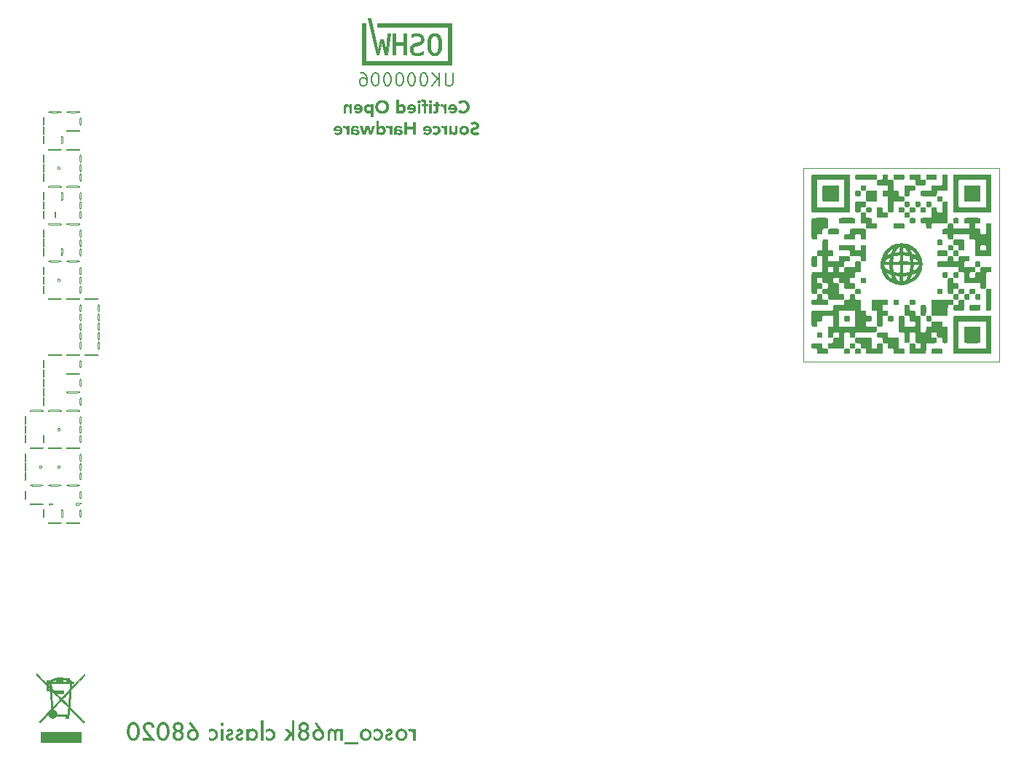
<source format=gbr>
G04 #@! TF.GenerationSoftware,KiCad,Pcbnew,7.0.9*
G04 #@! TF.CreationDate,2024-03-10T18:24:50+00:00*
G04 #@! TF.ProjectId,rosco_m68k,726f7363-6f5f-46d3-9638-6b2e6b696361,020-1.13*
G04 #@! TF.SameCoordinates,Original*
G04 #@! TF.FileFunction,Legend,Bot*
G04 #@! TF.FilePolarity,Positive*
%FSLAX46Y46*%
G04 Gerber Fmt 4.6, Leading zero omitted, Abs format (unit mm)*
G04 Created by KiCad (PCBNEW 7.0.9) date 2024-03-10 18:24:50*
%MOMM*%
%LPD*%
G01*
G04 APERTURE LIST*
%ADD10C,0.300000*%
%ADD11C,0.113792*%
%ADD12C,0.200000*%
%ADD13C,0.002540*%
%ADD14C,0.010000*%
%ADD15C,0.012500*%
%ADD16C,0.120000*%
G04 APERTURE END LIST*
D10*
G36*
X123129421Y-152620687D02*
G01*
X122814836Y-152620687D01*
X122814836Y-152748670D01*
X122799071Y-152732141D01*
X122783649Y-152716625D01*
X122768571Y-152702122D01*
X122753837Y-152688632D01*
X122734725Y-152672222D01*
X122716223Y-152657613D01*
X122698332Y-152644806D01*
X122681052Y-152633800D01*
X122664383Y-152624595D01*
X122642861Y-152614462D01*
X122620123Y-152606048D01*
X122601057Y-152600552D01*
X122581212Y-152596156D01*
X122560589Y-152592858D01*
X122539187Y-152590660D01*
X122517007Y-152589561D01*
X122505625Y-152589424D01*
X122482724Y-152590098D01*
X122459635Y-152592120D01*
X122436356Y-152595490D01*
X122412889Y-152600209D01*
X122389233Y-152606275D01*
X122365387Y-152613690D01*
X122341353Y-152622452D01*
X122317130Y-152632563D01*
X122292718Y-152644022D01*
X122268118Y-152656829D01*
X122251612Y-152666116D01*
X122392296Y-152964581D01*
X122408657Y-152953407D01*
X122430364Y-152940218D01*
X122451949Y-152928982D01*
X122473411Y-152919701D01*
X122494752Y-152912374D01*
X122515971Y-152907001D01*
X122537067Y-152903581D01*
X122558042Y-152902116D01*
X122563266Y-152902055D01*
X122593730Y-152903530D01*
X122622228Y-152907955D01*
X122648761Y-152915330D01*
X122673328Y-152925655D01*
X122695930Y-152938930D01*
X122716567Y-152955155D01*
X122735238Y-152974330D01*
X122751944Y-152996454D01*
X122766684Y-153021529D01*
X122779459Y-153049554D01*
X122790269Y-153080529D01*
X122799113Y-153114454D01*
X122805992Y-153151329D01*
X122808694Y-153170873D01*
X122810905Y-153191154D01*
X122812625Y-153212173D01*
X122813854Y-153233929D01*
X122814591Y-153256423D01*
X122814836Y-153279654D01*
X122814836Y-153965000D01*
X123129421Y-153965000D01*
X123129421Y-152620687D01*
G37*
G36*
X121503025Y-152590216D02*
G01*
X121538736Y-152592591D01*
X121573749Y-152596551D01*
X121608063Y-152602094D01*
X121641679Y-152609221D01*
X121674596Y-152617932D01*
X121706815Y-152628226D01*
X121738336Y-152640104D01*
X121769158Y-152653566D01*
X121799282Y-152668612D01*
X121828708Y-152685241D01*
X121857435Y-152703455D01*
X121885464Y-152723252D01*
X121912794Y-152744632D01*
X121939426Y-152767597D01*
X121965360Y-152792145D01*
X121990145Y-152817760D01*
X122013330Y-152844047D01*
X122034917Y-152871005D01*
X122054905Y-152898635D01*
X122073294Y-152926937D01*
X122090084Y-152955910D01*
X122105274Y-152985555D01*
X122118866Y-153015872D01*
X122130859Y-153046860D01*
X122141253Y-153078520D01*
X122150047Y-153110852D01*
X122157243Y-153143855D01*
X122162839Y-153177530D01*
X122166837Y-153211877D01*
X122169236Y-153246895D01*
X122170035Y-153282585D01*
X122169251Y-153320464D01*
X122166898Y-153357529D01*
X122162977Y-153393782D01*
X122157487Y-153429222D01*
X122150429Y-153463849D01*
X122141802Y-153497664D01*
X122131607Y-153530665D01*
X122119843Y-153562854D01*
X122106511Y-153594229D01*
X122091610Y-153624792D01*
X122075141Y-153654542D01*
X122057103Y-153683479D01*
X122037497Y-153711603D01*
X122016322Y-153738915D01*
X121993579Y-153765413D01*
X121969267Y-153791099D01*
X121943855Y-153815943D01*
X121917686Y-153839184D01*
X121890762Y-153860822D01*
X121863083Y-153880858D01*
X121834648Y-153899291D01*
X121805457Y-153916120D01*
X121775510Y-153931347D01*
X121744808Y-153944972D01*
X121713351Y-153956993D01*
X121681137Y-153967411D01*
X121648168Y-153976227D01*
X121614444Y-153983440D01*
X121579963Y-153989050D01*
X121544728Y-153993057D01*
X121508736Y-153995461D01*
X121471989Y-153996263D01*
X121434866Y-153995476D01*
X121398480Y-153993118D01*
X121362830Y-153989187D01*
X121327916Y-153983684D01*
X121293739Y-153976609D01*
X121260299Y-153967961D01*
X121227595Y-153957741D01*
X121195628Y-153945949D01*
X121164398Y-153932584D01*
X121133904Y-153917647D01*
X121104146Y-153901138D01*
X121075125Y-153883056D01*
X121046840Y-153863402D01*
X121019293Y-153842176D01*
X120992481Y-153819377D01*
X120966406Y-153795006D01*
X120941562Y-153769350D01*
X120918321Y-153742937D01*
X120896683Y-153715769D01*
X120876647Y-153687845D01*
X120858214Y-153659165D01*
X120841385Y-153629730D01*
X120826158Y-153599540D01*
X120812533Y-153568593D01*
X120800512Y-153536891D01*
X120790094Y-153504434D01*
X120781278Y-153471221D01*
X120774065Y-153437252D01*
X120768455Y-153402527D01*
X120764448Y-153367047D01*
X120762044Y-153330811D01*
X120761242Y-153293820D01*
X121075827Y-153293820D01*
X121075931Y-153305834D01*
X121076763Y-153329408D01*
X121078427Y-153352374D01*
X121080923Y-153374734D01*
X121084251Y-153396487D01*
X121088410Y-153417633D01*
X121093402Y-153438172D01*
X121099226Y-153458104D01*
X121105881Y-153477430D01*
X121113369Y-153496149D01*
X121121688Y-153514261D01*
X121130840Y-153531767D01*
X121140823Y-153548665D01*
X121157358Y-153572875D01*
X121169422Y-153588257D01*
X121182317Y-153603032D01*
X121195848Y-153617051D01*
X121217196Y-153636384D01*
X121239806Y-153653681D01*
X121263678Y-153668944D01*
X121288813Y-153682172D01*
X121315209Y-153693365D01*
X121342869Y-153702522D01*
X121362009Y-153707497D01*
X121381711Y-153711567D01*
X121401973Y-153714733D01*
X121422797Y-153716994D01*
X121444182Y-153718350D01*
X121466127Y-153718803D01*
X121487901Y-153718345D01*
X121509137Y-153716971D01*
X121529835Y-153714681D01*
X121549994Y-153711475D01*
X121569616Y-153707354D01*
X121588699Y-153702316D01*
X121616315Y-153693043D01*
X121642721Y-153681708D01*
X121667915Y-153668313D01*
X121691899Y-153652857D01*
X121714672Y-153635340D01*
X121736235Y-153615763D01*
X121749937Y-153601566D01*
X121756429Y-153594249D01*
X121774667Y-153571326D01*
X121785795Y-153555233D01*
X121796099Y-153538490D01*
X121805579Y-153521100D01*
X121814234Y-153503060D01*
X121822065Y-153484372D01*
X121829072Y-153465034D01*
X121835254Y-153445048D01*
X121840613Y-153424414D01*
X121845146Y-153403130D01*
X121848856Y-153381198D01*
X121851741Y-153358617D01*
X121853802Y-153335387D01*
X121855038Y-153311509D01*
X121855450Y-153286981D01*
X121855031Y-153264045D01*
X121853771Y-153241644D01*
X121851672Y-153219776D01*
X121848734Y-153198443D01*
X121844955Y-153177645D01*
X121840338Y-153157380D01*
X121834880Y-153137650D01*
X121828584Y-153118454D01*
X121821447Y-153099792D01*
X121813471Y-153081665D01*
X121804655Y-153064072D01*
X121795000Y-153047013D01*
X121784505Y-153030488D01*
X121773171Y-153014498D01*
X121760997Y-152999042D01*
X121747983Y-152984120D01*
X121734231Y-152969924D01*
X121712637Y-152950346D01*
X121689884Y-152932829D01*
X121665972Y-152917373D01*
X121640900Y-152903978D01*
X121614669Y-152892644D01*
X121587279Y-152883370D01*
X121568375Y-152878333D01*
X121548956Y-152874211D01*
X121529022Y-152871005D01*
X121508572Y-152868715D01*
X121487607Y-152867342D01*
X121466127Y-152866884D01*
X121444353Y-152867342D01*
X121423118Y-152868715D01*
X121402420Y-152871005D01*
X121382260Y-152874211D01*
X121362639Y-152878333D01*
X121343555Y-152883370D01*
X121315939Y-152892644D01*
X121289534Y-152903978D01*
X121264339Y-152917373D01*
X121240355Y-152932829D01*
X121217582Y-152950346D01*
X121196019Y-152969924D01*
X121182317Y-152984120D01*
X121169422Y-152998897D01*
X121157358Y-153014284D01*
X121146127Y-153030282D01*
X121135728Y-153046891D01*
X121126160Y-153064110D01*
X121117425Y-153081939D01*
X121109521Y-153100380D01*
X121102450Y-153119431D01*
X121096210Y-153139092D01*
X121090802Y-153159364D01*
X121086227Y-153180247D01*
X121082483Y-153201741D01*
X121079571Y-153223845D01*
X121077491Y-153246559D01*
X121076243Y-153269884D01*
X121075827Y-153293820D01*
X120761242Y-153293820D01*
X120762038Y-153257117D01*
X120764425Y-153221135D01*
X120768404Y-153185874D01*
X120773974Y-153151335D01*
X120781135Y-153117517D01*
X120789887Y-153084420D01*
X120800232Y-153052045D01*
X120812167Y-153020390D01*
X120825694Y-152989457D01*
X120840812Y-152959246D01*
X120857522Y-152929755D01*
X120875823Y-152900986D01*
X120895715Y-152872938D01*
X120917199Y-152845612D01*
X120940274Y-152819006D01*
X120964941Y-152793122D01*
X120991058Y-152768456D01*
X121017873Y-152745380D01*
X121045386Y-152723897D01*
X121073598Y-152704004D01*
X121102509Y-152685703D01*
X121132117Y-152668994D01*
X121162425Y-152653875D01*
X121193430Y-152640348D01*
X121225134Y-152628413D01*
X121257536Y-152618069D01*
X121290637Y-152609316D01*
X121324436Y-152602155D01*
X121358933Y-152596585D01*
X121394129Y-152592607D01*
X121430023Y-152590219D01*
X121466616Y-152589424D01*
X121503025Y-152590216D01*
G37*
G36*
X119634306Y-152853695D02*
G01*
X119888807Y-152989494D01*
X119900509Y-152967582D01*
X119912718Y-152947825D01*
X119925433Y-152930224D01*
X119938655Y-152914778D01*
X119957073Y-152897536D01*
X119976391Y-152884126D01*
X119996610Y-152874547D01*
X120017729Y-152868799D01*
X120039749Y-152866884D01*
X120060479Y-152868624D01*
X120079683Y-152873845D01*
X120097360Y-152882546D01*
X120113510Y-152894727D01*
X120126760Y-152909657D01*
X120137142Y-152928861D01*
X120142347Y-152948072D01*
X120143796Y-152966535D01*
X120139432Y-152990325D01*
X120129654Y-153009322D01*
X120114290Y-153028289D01*
X120099100Y-153042494D01*
X120080767Y-153056682D01*
X120059292Y-153070853D01*
X120034674Y-153085007D01*
X120016516Y-153094433D01*
X119996962Y-153103852D01*
X119976010Y-153113263D01*
X119965011Y-153117965D01*
X119934807Y-153131088D01*
X119905866Y-153144076D01*
X119878188Y-153156932D01*
X119851774Y-153169653D01*
X119826622Y-153182241D01*
X119802734Y-153194696D01*
X119780109Y-153207017D01*
X119758748Y-153219204D01*
X119738649Y-153231258D01*
X119719814Y-153243178D01*
X119702242Y-153254965D01*
X119685933Y-153266618D01*
X119663838Y-153283847D01*
X119644585Y-153300775D01*
X119633329Y-153311894D01*
X119618052Y-153329022D01*
X119604277Y-153347248D01*
X119592006Y-153366574D01*
X119581236Y-153386999D01*
X119571970Y-153408523D01*
X119564206Y-153431146D01*
X119557945Y-153454868D01*
X119553187Y-153479689D01*
X119549931Y-153505609D01*
X119548178Y-153532629D01*
X119547844Y-153551252D01*
X119548397Y-153575009D01*
X119550057Y-153598284D01*
X119552824Y-153621079D01*
X119556698Y-153643393D01*
X119561678Y-153665226D01*
X119567765Y-153686578D01*
X119574959Y-153707449D01*
X119583259Y-153727840D01*
X119592666Y-153747749D01*
X119603180Y-153767178D01*
X119614801Y-153786126D01*
X119627528Y-153804593D01*
X119641362Y-153822579D01*
X119656303Y-153840085D01*
X119672350Y-153857109D01*
X119689505Y-153873653D01*
X119706945Y-153888500D01*
X119724828Y-153902389D01*
X119743154Y-153915321D01*
X119761923Y-153927295D01*
X119781134Y-153938310D01*
X119800788Y-153948368D01*
X119820884Y-153957468D01*
X119841424Y-153965610D01*
X119862406Y-153972794D01*
X119883830Y-153979021D01*
X119905698Y-153984289D01*
X119928008Y-153988599D01*
X119950761Y-153991952D01*
X119973956Y-153994347D01*
X119997594Y-153995784D01*
X120021675Y-153996263D01*
X120042367Y-153995941D01*
X120062677Y-153994976D01*
X120082606Y-153993369D01*
X120102153Y-153991118D01*
X120140102Y-153984688D01*
X120176525Y-153975685D01*
X120211421Y-153964110D01*
X120244791Y-153949963D01*
X120276634Y-153933244D01*
X120306951Y-153913953D01*
X120335741Y-153892089D01*
X120363004Y-153867653D01*
X120388741Y-153840646D01*
X120412952Y-153811065D01*
X120435636Y-153778913D01*
X120446406Y-153761872D01*
X120456794Y-153744189D01*
X120466800Y-153725862D01*
X120476425Y-153706892D01*
X120485668Y-153687279D01*
X120494529Y-153667023D01*
X120237097Y-153545879D01*
X120227062Y-153563129D01*
X120214377Y-153584233D01*
X120202485Y-153603170D01*
X120191388Y-153619939D01*
X120178632Y-153637851D01*
X120164962Y-153654876D01*
X120153078Y-153667023D01*
X120134986Y-153681940D01*
X120115821Y-153694329D01*
X120095583Y-153704189D01*
X120074271Y-153711521D01*
X120051886Y-153716325D01*
X120028428Y-153718600D01*
X120018744Y-153718803D01*
X119990809Y-153717558D01*
X119965621Y-153713822D01*
X119943181Y-153707597D01*
X119923489Y-153698882D01*
X119906545Y-153687676D01*
X119892348Y-153673980D01*
X119880900Y-153657794D01*
X119872198Y-153639118D01*
X119866245Y-153617952D01*
X119863039Y-153594296D01*
X119862429Y-153577142D01*
X119864299Y-153556801D01*
X119869909Y-153536811D01*
X119879259Y-153517173D01*
X119892348Y-153497885D01*
X119909178Y-153478949D01*
X119924255Y-153464977D01*
X119941436Y-153451202D01*
X119960720Y-153437625D01*
X119982108Y-153424246D01*
X120002220Y-153414248D01*
X120022379Y-153404344D01*
X120042585Y-153394533D01*
X120062838Y-153384816D01*
X120074431Y-153379305D01*
X120094781Y-153369641D01*
X120115224Y-153359884D01*
X120135760Y-153350033D01*
X120153437Y-153341515D01*
X120168221Y-153334364D01*
X120192530Y-153322091D01*
X120215447Y-153309818D01*
X120236974Y-153297545D01*
X120257110Y-153285272D01*
X120275855Y-153272998D01*
X120293208Y-153260725D01*
X120309171Y-153248452D01*
X120328290Y-153232088D01*
X120344937Y-153215724D01*
X120355799Y-153203450D01*
X120368195Y-153187459D01*
X120379372Y-153170626D01*
X120389330Y-153152952D01*
X120398068Y-153134436D01*
X120405588Y-153115079D01*
X120411887Y-153094881D01*
X120416968Y-153073840D01*
X120420829Y-153051959D01*
X120423471Y-153029236D01*
X120424893Y-153005671D01*
X120425164Y-152989494D01*
X120424702Y-152968052D01*
X120423317Y-152947079D01*
X120421008Y-152926576D01*
X120417776Y-152906543D01*
X120413620Y-152886978D01*
X120408540Y-152867884D01*
X120402537Y-152849258D01*
X120391801Y-152822200D01*
X120378987Y-152796198D01*
X120364095Y-152771253D01*
X120347125Y-152747363D01*
X120334657Y-152732023D01*
X120321266Y-152717153D01*
X120306951Y-152702752D01*
X120291666Y-152689029D01*
X120275978Y-152676191D01*
X120259884Y-152664238D01*
X120243386Y-152653171D01*
X120226484Y-152642989D01*
X120209177Y-152633693D01*
X120191466Y-152625282D01*
X120173350Y-152617756D01*
X120154829Y-152611116D01*
X120135904Y-152605361D01*
X120116575Y-152600491D01*
X120096841Y-152596507D01*
X120076702Y-152593408D01*
X120056159Y-152591195D01*
X120035211Y-152589866D01*
X120013859Y-152589424D01*
X119982495Y-152590456D01*
X119952150Y-152593553D01*
X119922823Y-152598715D01*
X119894516Y-152605941D01*
X119867228Y-152615231D01*
X119840958Y-152626587D01*
X119815708Y-152640007D01*
X119791476Y-152655491D01*
X119768264Y-152673041D01*
X119746070Y-152692655D01*
X119724895Y-152714333D01*
X119704739Y-152738076D01*
X119685603Y-152763884D01*
X119667485Y-152791756D01*
X119650386Y-152821693D01*
X119634306Y-152853695D01*
G37*
G36*
X118258242Y-152683702D02*
G01*
X118258242Y-153091587D01*
X118271280Y-153075904D01*
X118284139Y-153060851D01*
X118303091Y-153039451D01*
X118321640Y-153019469D01*
X118339785Y-153000903D01*
X118357526Y-152983754D01*
X118374864Y-152968022D01*
X118391799Y-152953706D01*
X118408329Y-152940808D01*
X118424457Y-152929326D01*
X118445332Y-152916221D01*
X118466176Y-152904657D01*
X118487922Y-152894636D01*
X118510567Y-152886156D01*
X118534114Y-152879218D01*
X118558561Y-152873822D01*
X118583909Y-152869967D01*
X118603511Y-152868088D01*
X118623619Y-152867076D01*
X118637307Y-152866884D01*
X118658575Y-152867359D01*
X118679393Y-152868784D01*
X118699760Y-152871160D01*
X118719677Y-152874486D01*
X118739144Y-152878762D01*
X118758161Y-152883988D01*
X118776727Y-152890165D01*
X118803732Y-152901212D01*
X118829724Y-152914397D01*
X118854703Y-152929719D01*
X118870792Y-152941123D01*
X118886431Y-152953476D01*
X118901620Y-152966779D01*
X118916359Y-152981033D01*
X118923559Y-152988517D01*
X118937401Y-153003900D01*
X118950350Y-153019764D01*
X118962405Y-153036110D01*
X118973568Y-153052936D01*
X118983838Y-153070243D01*
X118993214Y-153088030D01*
X119001698Y-153106299D01*
X119009288Y-153125048D01*
X119015986Y-153144279D01*
X119021791Y-153163990D01*
X119026702Y-153184182D01*
X119030721Y-153204855D01*
X119033846Y-153226008D01*
X119036079Y-153247643D01*
X119037418Y-153269758D01*
X119037865Y-153292355D01*
X119037435Y-153315420D01*
X119036147Y-153337967D01*
X119034001Y-153359995D01*
X119030995Y-153381503D01*
X119027131Y-153402493D01*
X119022409Y-153422964D01*
X119016827Y-153442915D01*
X119010387Y-153462348D01*
X119003089Y-153481261D01*
X118994932Y-153499656D01*
X118985916Y-153517531D01*
X118976041Y-153534888D01*
X118965308Y-153551725D01*
X118953716Y-153568044D01*
X118941265Y-153583843D01*
X118927956Y-153599124D01*
X118913738Y-153613616D01*
X118899051Y-153627173D01*
X118883895Y-153639796D01*
X118860280Y-153656976D01*
X118835609Y-153672053D01*
X118809882Y-153685026D01*
X118783099Y-153695895D01*
X118755259Y-153704661D01*
X118736113Y-153709336D01*
X118716497Y-153713076D01*
X118696412Y-153715881D01*
X118675857Y-153717751D01*
X118654833Y-153718686D01*
X118644145Y-153718803D01*
X118623678Y-153718386D01*
X118603674Y-153717137D01*
X118584133Y-153715055D01*
X118558801Y-153710983D01*
X118534292Y-153705430D01*
X118510608Y-153698397D01*
X118487749Y-153689882D01*
X118465714Y-153679887D01*
X118449728Y-153671420D01*
X118428891Y-153658345D01*
X118412682Y-153646766D01*
X118395976Y-153633667D01*
X118378771Y-153619048D01*
X118361068Y-153602909D01*
X118342867Y-153585251D01*
X118324168Y-153566073D01*
X118304971Y-153545375D01*
X118291897Y-153530731D01*
X118278601Y-153515413D01*
X118265083Y-153499419D01*
X118258242Y-153491168D01*
X118258242Y-153898077D01*
X118281510Y-153909967D01*
X118304785Y-153921089D01*
X118328068Y-153931445D01*
X118351359Y-153941033D01*
X118374658Y-153949855D01*
X118397964Y-153957909D01*
X118421278Y-153965196D01*
X118444599Y-153971716D01*
X118467928Y-153977469D01*
X118491265Y-153982455D01*
X118514609Y-153986674D01*
X118537961Y-153990126D01*
X118561320Y-153992811D01*
X118584687Y-153994728D01*
X118608062Y-153995879D01*
X118631445Y-153996263D01*
X118669461Y-153995482D01*
X118706694Y-153993141D01*
X118743146Y-153989239D01*
X118778815Y-153983776D01*
X118813701Y-153976752D01*
X118847806Y-153968167D01*
X118881128Y-153958021D01*
X118913667Y-153946315D01*
X118945425Y-153933048D01*
X118976400Y-153918219D01*
X119006592Y-153901830D01*
X119036002Y-153883880D01*
X119064630Y-153864370D01*
X119092476Y-153843298D01*
X119119539Y-153820665D01*
X119145820Y-153796472D01*
X119170842Y-153770994D01*
X119194249Y-153744754D01*
X119216042Y-153717749D01*
X119236221Y-153689982D01*
X119254785Y-153661451D01*
X119271735Y-153632158D01*
X119287071Y-153602100D01*
X119300792Y-153571280D01*
X119312899Y-153539696D01*
X119323392Y-153507349D01*
X119332271Y-153474239D01*
X119339535Y-153440366D01*
X119345185Y-153405729D01*
X119349221Y-153370329D01*
X119351642Y-153334166D01*
X119352450Y-153297240D01*
X119351631Y-153260414D01*
X119349175Y-153224310D01*
X119345082Y-153188927D01*
X119339352Y-153154266D01*
X119331985Y-153120326D01*
X119322980Y-153087107D01*
X119312338Y-153054609D01*
X119300060Y-153022833D01*
X119286143Y-152991778D01*
X119270590Y-152961444D01*
X119253400Y-152931831D01*
X119234572Y-152902940D01*
X119214107Y-152874770D01*
X119192005Y-152847321D01*
X119168266Y-152820594D01*
X119142889Y-152794588D01*
X119116322Y-152769744D01*
X119089011Y-152746502D01*
X119060955Y-152724864D01*
X119032156Y-152704829D01*
X119002612Y-152686396D01*
X118972324Y-152669566D01*
X118941292Y-152654339D01*
X118909515Y-152640715D01*
X118876995Y-152628693D01*
X118843730Y-152618275D01*
X118809721Y-152609459D01*
X118774968Y-152602247D01*
X118739471Y-152596637D01*
X118703229Y-152592629D01*
X118666244Y-152590225D01*
X118628514Y-152589424D01*
X118604055Y-152589792D01*
X118579772Y-152590897D01*
X118555665Y-152592738D01*
X118531733Y-152595316D01*
X118507976Y-152598631D01*
X118484395Y-152602682D01*
X118460990Y-152607469D01*
X118437760Y-152612993D01*
X118414706Y-152619254D01*
X118391827Y-152626251D01*
X118369124Y-152633985D01*
X118346596Y-152642455D01*
X118324244Y-152651662D01*
X118302068Y-152661605D01*
X118280067Y-152672285D01*
X118258242Y-152683702D01*
G37*
G36*
X117350897Y-152590216D02*
G01*
X117386608Y-152592591D01*
X117421620Y-152596551D01*
X117455934Y-152602094D01*
X117489550Y-152609221D01*
X117522468Y-152617932D01*
X117554687Y-152628226D01*
X117586207Y-152640104D01*
X117617030Y-152653566D01*
X117647154Y-152668612D01*
X117676579Y-152685241D01*
X117705306Y-152703455D01*
X117733335Y-152723252D01*
X117760666Y-152744632D01*
X117787298Y-152767597D01*
X117813231Y-152792145D01*
X117838016Y-152817760D01*
X117861202Y-152844047D01*
X117882789Y-152871005D01*
X117902777Y-152898635D01*
X117921166Y-152926937D01*
X117937955Y-152955910D01*
X117953146Y-152985555D01*
X117966738Y-153015872D01*
X117978731Y-153046860D01*
X117989124Y-153078520D01*
X117997919Y-153110852D01*
X118005114Y-153143855D01*
X118010711Y-153177530D01*
X118014709Y-153211877D01*
X118017107Y-153246895D01*
X118017907Y-153282585D01*
X118017122Y-153320464D01*
X118014770Y-153357529D01*
X118010848Y-153393782D01*
X118005359Y-153429222D01*
X117998300Y-153463849D01*
X117989674Y-153497664D01*
X117979479Y-153530665D01*
X117967715Y-153562854D01*
X117954383Y-153594229D01*
X117939482Y-153624792D01*
X117923013Y-153654542D01*
X117904975Y-153683479D01*
X117885369Y-153711603D01*
X117864194Y-153738915D01*
X117841451Y-153765413D01*
X117817139Y-153791099D01*
X117791726Y-153815943D01*
X117765558Y-153839184D01*
X117738634Y-153860822D01*
X117710954Y-153880858D01*
X117682519Y-153899291D01*
X117653328Y-153916120D01*
X117623382Y-153931347D01*
X117592680Y-153944972D01*
X117561222Y-153956993D01*
X117529009Y-153967411D01*
X117496040Y-153976227D01*
X117462315Y-153983440D01*
X117427835Y-153989050D01*
X117392599Y-153993057D01*
X117356608Y-153995461D01*
X117319861Y-153996263D01*
X117282738Y-153995476D01*
X117246351Y-153993118D01*
X117210701Y-153989187D01*
X117175788Y-153983684D01*
X117141611Y-153976609D01*
X117108171Y-153967961D01*
X117075467Y-153957741D01*
X117043500Y-153945949D01*
X117012269Y-153932584D01*
X116981775Y-153917647D01*
X116952018Y-153901138D01*
X116922997Y-153883056D01*
X116894712Y-153863402D01*
X116867164Y-153842176D01*
X116840353Y-153819377D01*
X116814278Y-153795006D01*
X116789434Y-153769350D01*
X116766193Y-153742937D01*
X116744554Y-153715769D01*
X116724519Y-153687845D01*
X116706086Y-153659165D01*
X116689256Y-153629730D01*
X116674029Y-153599540D01*
X116660405Y-153568593D01*
X116648384Y-153536891D01*
X116637965Y-153504434D01*
X116629149Y-153471221D01*
X116621937Y-153437252D01*
X116616327Y-153402527D01*
X116612320Y-153367047D01*
X116609915Y-153330811D01*
X116609114Y-153293820D01*
X116923699Y-153293820D01*
X116923803Y-153305834D01*
X116924635Y-153329408D01*
X116926299Y-153352374D01*
X116928794Y-153374734D01*
X116932122Y-153396487D01*
X116936282Y-153417633D01*
X116941274Y-153438172D01*
X116947097Y-153458104D01*
X116953753Y-153477430D01*
X116961241Y-153496149D01*
X116969560Y-153514261D01*
X116978712Y-153531767D01*
X116988695Y-153548665D01*
X117005230Y-153572875D01*
X117017293Y-153588257D01*
X117030189Y-153603032D01*
X117043719Y-153617051D01*
X117065067Y-153636384D01*
X117087677Y-153653681D01*
X117111550Y-153668944D01*
X117136684Y-153682172D01*
X117163081Y-153693365D01*
X117190740Y-153702522D01*
X117209881Y-153707497D01*
X117229582Y-153711567D01*
X117249845Y-153714733D01*
X117270669Y-153716994D01*
X117292053Y-153718350D01*
X117313999Y-153718803D01*
X117335773Y-153718345D01*
X117357008Y-153716971D01*
X117377706Y-153714681D01*
X117397866Y-153711475D01*
X117417487Y-153707354D01*
X117436571Y-153702316D01*
X117464187Y-153693043D01*
X117490592Y-153681708D01*
X117515787Y-153668313D01*
X117539771Y-153652857D01*
X117562544Y-153635340D01*
X117584107Y-153615763D01*
X117597809Y-153601566D01*
X117604301Y-153594249D01*
X117622539Y-153571326D01*
X117633667Y-153555233D01*
X117643971Y-153538490D01*
X117653451Y-153521100D01*
X117662106Y-153503060D01*
X117669937Y-153484372D01*
X117676944Y-153465034D01*
X117683126Y-153445048D01*
X117688484Y-153424414D01*
X117693018Y-153403130D01*
X117696727Y-153381198D01*
X117699612Y-153358617D01*
X117701673Y-153335387D01*
X117702910Y-153311509D01*
X117703322Y-153286981D01*
X117702902Y-153264045D01*
X117701643Y-153241644D01*
X117699544Y-153219776D01*
X117696605Y-153198443D01*
X117692827Y-153177645D01*
X117688209Y-153157380D01*
X117682752Y-153137650D01*
X117676455Y-153118454D01*
X117669319Y-153099792D01*
X117661343Y-153081665D01*
X117652527Y-153064072D01*
X117642872Y-153047013D01*
X117632377Y-153030488D01*
X117621043Y-153014498D01*
X117608869Y-152999042D01*
X117595855Y-152984120D01*
X117582103Y-152969924D01*
X117560509Y-152950346D01*
X117537756Y-152932829D01*
X117513843Y-152917373D01*
X117488772Y-152903978D01*
X117462541Y-152892644D01*
X117435151Y-152883370D01*
X117416247Y-152878333D01*
X117396828Y-152874211D01*
X117376893Y-152871005D01*
X117356444Y-152868715D01*
X117335479Y-152867342D01*
X117313999Y-152866884D01*
X117292225Y-152867342D01*
X117270989Y-152868715D01*
X117250291Y-152871005D01*
X117230132Y-152874211D01*
X117210510Y-152878333D01*
X117191427Y-152883370D01*
X117163811Y-152892644D01*
X117137405Y-152903978D01*
X117112211Y-152917373D01*
X117088227Y-152932829D01*
X117065454Y-152950346D01*
X117043891Y-152969924D01*
X117030189Y-152984120D01*
X117017293Y-152998897D01*
X117005230Y-153014284D01*
X116993999Y-153030282D01*
X116983599Y-153046891D01*
X116974032Y-153064110D01*
X116965296Y-153081939D01*
X116957393Y-153100380D01*
X116950321Y-153119431D01*
X116944082Y-153139092D01*
X116938674Y-153159364D01*
X116934098Y-153180247D01*
X116930354Y-153201741D01*
X116927443Y-153223845D01*
X116925363Y-153246559D01*
X116924115Y-153269884D01*
X116923699Y-153293820D01*
X116609114Y-153293820D01*
X116609910Y-153257117D01*
X116612297Y-153221135D01*
X116616275Y-153185874D01*
X116621845Y-153151335D01*
X116629006Y-153117517D01*
X116637759Y-153084420D01*
X116648103Y-153052045D01*
X116660039Y-153020390D01*
X116673565Y-152989457D01*
X116688684Y-152959246D01*
X116705393Y-152929755D01*
X116723694Y-152900986D01*
X116743587Y-152872938D01*
X116765071Y-152845612D01*
X116788146Y-152819006D01*
X116812812Y-152793122D01*
X116838929Y-152768456D01*
X116865744Y-152745380D01*
X116893258Y-152723897D01*
X116921470Y-152704004D01*
X116950380Y-152685703D01*
X116979989Y-152668994D01*
X117010296Y-152653875D01*
X117041302Y-152640348D01*
X117073006Y-152628413D01*
X117105408Y-152618069D01*
X117138508Y-152609316D01*
X117172307Y-152602155D01*
X117206805Y-152596585D01*
X117242001Y-152592607D01*
X117277895Y-152590219D01*
X117314487Y-152589424D01*
X117350897Y-152590216D01*
G37*
G36*
X116460614Y-154156486D02*
G01*
X114866197Y-154156486D01*
X114866197Y-154433946D01*
X116460614Y-154433946D01*
X116460614Y-154156486D01*
G37*
G36*
X114690342Y-152620687D02*
G01*
X114375757Y-152620687D01*
X114375757Y-152746716D01*
X114359677Y-152730108D01*
X114344044Y-152714539D01*
X114328857Y-152700009D01*
X114314117Y-152686518D01*
X114295157Y-152670146D01*
X114276992Y-152655621D01*
X114259620Y-152642943D01*
X114243042Y-152632113D01*
X114227258Y-152623129D01*
X114205979Y-152613419D01*
X114183055Y-152605355D01*
X114163531Y-152600088D01*
X114142954Y-152595875D01*
X114121323Y-152592715D01*
X114098639Y-152590609D01*
X114074902Y-152589555D01*
X114062638Y-152589424D01*
X114035399Y-152590185D01*
X114008882Y-152592469D01*
X113983085Y-152596276D01*
X113958010Y-152601605D01*
X113933657Y-152608458D01*
X113910024Y-152616832D01*
X113887113Y-152626730D01*
X113864923Y-152638150D01*
X113843455Y-152651093D01*
X113822708Y-152665559D01*
X113802682Y-152681547D01*
X113783377Y-152699058D01*
X113764793Y-152718092D01*
X113746931Y-152738649D01*
X113729790Y-152760728D01*
X113713371Y-152784330D01*
X113695020Y-152760728D01*
X113675872Y-152738649D01*
X113655926Y-152718092D01*
X113635183Y-152699058D01*
X113613641Y-152681547D01*
X113591303Y-152665559D01*
X113568166Y-152651093D01*
X113544233Y-152638150D01*
X113519501Y-152626730D01*
X113493972Y-152616832D01*
X113467645Y-152608458D01*
X113440521Y-152601605D01*
X113412599Y-152596276D01*
X113383880Y-152592469D01*
X113354362Y-152590185D01*
X113324048Y-152589424D01*
X113296549Y-152589959D01*
X113269923Y-152591567D01*
X113244170Y-152594245D01*
X113219290Y-152597995D01*
X113195283Y-152602817D01*
X113172150Y-152608709D01*
X113149889Y-152615674D01*
X113128501Y-152623709D01*
X113107986Y-152632816D01*
X113088344Y-152642995D01*
X113069575Y-152654245D01*
X113051679Y-152666566D01*
X113034656Y-152679959D01*
X113018506Y-152694423D01*
X113003228Y-152709959D01*
X112988824Y-152726566D01*
X112975293Y-152744245D01*
X112962635Y-152762995D01*
X112950850Y-152782816D01*
X112939938Y-152803709D01*
X112929898Y-152825673D01*
X112920732Y-152848709D01*
X112912439Y-152872816D01*
X112905019Y-152897994D01*
X112898471Y-152924244D01*
X112892797Y-152951565D01*
X112887995Y-152979958D01*
X112884067Y-153009422D01*
X112881012Y-153039958D01*
X112878829Y-153071565D01*
X112877520Y-153104243D01*
X112877083Y-153137993D01*
X112877083Y-153965000D01*
X113191668Y-153965000D01*
X113191668Y-153220547D01*
X113191844Y-153196871D01*
X113192370Y-153174080D01*
X113193248Y-153152175D01*
X113194477Y-153131154D01*
X113196057Y-153111020D01*
X113199085Y-153082478D01*
X113202903Y-153055928D01*
X113207511Y-153031370D01*
X113212910Y-153008804D01*
X113219098Y-152988230D01*
X113226076Y-152969649D01*
X113236609Y-152947972D01*
X113249149Y-152928967D01*
X113263567Y-152912496D01*
X113279863Y-152898559D01*
X113298036Y-152887156D01*
X113318087Y-152878287D01*
X113340015Y-152871952D01*
X113363821Y-152868151D01*
X113389505Y-152866884D01*
X113412002Y-152867734D01*
X113433331Y-152870284D01*
X113453493Y-152874534D01*
X113472486Y-152880485D01*
X113495995Y-152891064D01*
X113517427Y-152904665D01*
X113536783Y-152921289D01*
X113549938Y-152935740D01*
X113561925Y-152951892D01*
X113569267Y-152963604D01*
X113579307Y-152982673D01*
X113588358Y-153003795D01*
X113596423Y-153026969D01*
X113603500Y-153052195D01*
X113609589Y-153079474D01*
X113613100Y-153098799D01*
X113616172Y-153119037D01*
X113618805Y-153140187D01*
X113621000Y-153162249D01*
X113622755Y-153185223D01*
X113624072Y-153209109D01*
X113624950Y-153233908D01*
X113625388Y-153259618D01*
X113625443Y-153272815D01*
X113625443Y-153965000D01*
X113940028Y-153965000D01*
X113940028Y-153224944D01*
X113940220Y-153202915D01*
X113940795Y-153181585D01*
X113941754Y-153160954D01*
X113943096Y-153141023D01*
X113946932Y-153103259D01*
X113952301Y-153068292D01*
X113959205Y-153036123D01*
X113967643Y-153006751D01*
X113977615Y-152980176D01*
X113989121Y-152956399D01*
X114002161Y-152935419D01*
X114016736Y-152917236D01*
X114032844Y-152901850D01*
X114050487Y-152889262D01*
X114069664Y-152879472D01*
X114090375Y-152872478D01*
X114112620Y-152868282D01*
X114136399Y-152866884D01*
X114159250Y-152867747D01*
X114180907Y-152870335D01*
X114201370Y-152874650D01*
X114220640Y-152880691D01*
X114238717Y-152888458D01*
X114260962Y-152901498D01*
X114281085Y-152917607D01*
X114294785Y-152931702D01*
X114307292Y-152947522D01*
X114318605Y-152965069D01*
X114328818Y-152984375D01*
X114338028Y-153005656D01*
X114346232Y-153028911D01*
X114353432Y-153054142D01*
X114359627Y-153081347D01*
X114363199Y-153100581D01*
X114366325Y-153120693D01*
X114369004Y-153141683D01*
X114371236Y-153163550D01*
X114373022Y-153186295D01*
X114374362Y-153209918D01*
X114375255Y-153234419D01*
X114375702Y-153259797D01*
X114375757Y-153272815D01*
X114375757Y-153965000D01*
X114690342Y-153965000D01*
X114690342Y-152620687D01*
G37*
G36*
X112303601Y-152775537D02*
G01*
X112316163Y-152793092D01*
X112328327Y-152810588D01*
X112340091Y-152828023D01*
X112351457Y-152845398D01*
X112362424Y-152862713D01*
X112372993Y-152879968D01*
X112383162Y-152897163D01*
X112392933Y-152914297D01*
X112411278Y-152948386D01*
X112428028Y-152982235D01*
X112443182Y-153015843D01*
X112456741Y-153049211D01*
X112468705Y-153082338D01*
X112479074Y-153115225D01*
X112487848Y-153147872D01*
X112495026Y-153180278D01*
X112500610Y-153212443D01*
X112504598Y-153244369D01*
X112506990Y-153276053D01*
X112507788Y-153307498D01*
X112506966Y-153342192D01*
X112504498Y-153376298D01*
X112500386Y-153409816D01*
X112494629Y-153442747D01*
X112487228Y-153475090D01*
X112478181Y-153506846D01*
X112467490Y-153538013D01*
X112455154Y-153568593D01*
X112441173Y-153598586D01*
X112425547Y-153627990D01*
X112408276Y-153656807D01*
X112389361Y-153685036D01*
X112368801Y-153712678D01*
X112346595Y-153739731D01*
X112322745Y-153766197D01*
X112297251Y-153792076D01*
X112270170Y-153816801D01*
X112242540Y-153839932D01*
X112214361Y-153861467D01*
X112185632Y-153881407D01*
X112156353Y-153899752D01*
X112126525Y-153916502D01*
X112096147Y-153931657D01*
X112065220Y-153945216D01*
X112033743Y-153957180D01*
X112001717Y-153967549D01*
X111969141Y-153976322D01*
X111936016Y-153983501D01*
X111902341Y-153989084D01*
X111868116Y-153993072D01*
X111833342Y-153995465D01*
X111798018Y-153996263D01*
X111762376Y-153995455D01*
X111727379Y-153993034D01*
X111693026Y-153988998D01*
X111659319Y-153983348D01*
X111626256Y-153976084D01*
X111593839Y-153967205D01*
X111562066Y-153956712D01*
X111530939Y-153944605D01*
X111500456Y-153930884D01*
X111470618Y-153915548D01*
X111441426Y-153898598D01*
X111412878Y-153880034D01*
X111384975Y-153859855D01*
X111357717Y-153838062D01*
X111331104Y-153814655D01*
X111305136Y-153789633D01*
X111280174Y-153763242D01*
X111256822Y-153736213D01*
X111235081Y-153708546D01*
X111214950Y-153680243D01*
X111196429Y-153651302D01*
X111179519Y-153621724D01*
X111164220Y-153591508D01*
X111150531Y-153560655D01*
X111138452Y-153529165D01*
X111127984Y-153497038D01*
X111119126Y-153464273D01*
X111111879Y-153430871D01*
X111106242Y-153396831D01*
X111102216Y-153362155D01*
X111099801Y-153326841D01*
X111099532Y-153314825D01*
X111413580Y-153314825D01*
X111413692Y-153325041D01*
X111414589Y-153345218D01*
X111416383Y-153365055D01*
X111419073Y-153384552D01*
X111424790Y-153413161D01*
X111432526Y-153441007D01*
X111442279Y-153468087D01*
X111454050Y-153494404D01*
X111467838Y-153519957D01*
X111478152Y-153536567D01*
X111489362Y-153552838D01*
X111501469Y-153568769D01*
X111514473Y-153584360D01*
X111528374Y-153599612D01*
X111542724Y-153614045D01*
X111557439Y-153627547D01*
X111572521Y-153640118D01*
X111595831Y-153657229D01*
X111619965Y-153672244D01*
X111644924Y-153685164D01*
X111670707Y-153695989D01*
X111697314Y-153704719D01*
X111724745Y-153711353D01*
X111753001Y-153715893D01*
X111782081Y-153718337D01*
X111801926Y-153718803D01*
X111812165Y-153718686D01*
X111832342Y-153717755D01*
X111852118Y-153715893D01*
X111881030Y-153711353D01*
X111909042Y-153704719D01*
X111936151Y-153695989D01*
X111962359Y-153685164D01*
X111987665Y-153672244D01*
X112012070Y-153657229D01*
X112035573Y-153640118D01*
X112050741Y-153627547D01*
X112065508Y-153614045D01*
X112079875Y-153599612D01*
X112086847Y-153592113D01*
X112100128Y-153576813D01*
X112112523Y-153561113D01*
X112124033Y-153545012D01*
X112134657Y-153528510D01*
X112148934Y-153503007D01*
X112161219Y-153476601D01*
X112171511Y-153449294D01*
X112177266Y-153430589D01*
X112182136Y-153411482D01*
X112186120Y-153391975D01*
X112189219Y-153372068D01*
X112191433Y-153351759D01*
X112192761Y-153331050D01*
X112193203Y-153309940D01*
X112192761Y-153288949D01*
X112191433Y-153268350D01*
X112189219Y-153248145D01*
X112186120Y-153228333D01*
X112182136Y-153208913D01*
X112177266Y-153189887D01*
X112168302Y-153162085D01*
X112157345Y-153135167D01*
X112144397Y-153109134D01*
X112129456Y-153083985D01*
X112118389Y-153067710D01*
X112106436Y-153051829D01*
X112093598Y-153036340D01*
X112079875Y-153021245D01*
X112072743Y-153013912D01*
X112058188Y-152999944D01*
X112043243Y-152986908D01*
X112020096Y-152969099D01*
X111996074Y-152953386D01*
X111971175Y-152939767D01*
X111945401Y-152928244D01*
X111918751Y-152918816D01*
X111891225Y-152911483D01*
X111862823Y-152906245D01*
X111843402Y-152903917D01*
X111823591Y-152902520D01*
X111803392Y-152902055D01*
X111793332Y-152902172D01*
X111773487Y-152903115D01*
X111744407Y-152906296D01*
X111716151Y-152911599D01*
X111688720Y-152919022D01*
X111662112Y-152928566D01*
X111636330Y-152940231D01*
X111611371Y-152954017D01*
X111587237Y-152969924D01*
X111571605Y-152981706D01*
X111556340Y-152994432D01*
X111541441Y-153008100D01*
X111526909Y-153022711D01*
X111519936Y-153030212D01*
X111506656Y-153045531D01*
X111494260Y-153061269D01*
X111482750Y-153077428D01*
X111472126Y-153094006D01*
X111462387Y-153111003D01*
X111449438Y-153137287D01*
X111441912Y-153155334D01*
X111435272Y-153173802D01*
X111429517Y-153192688D01*
X111424647Y-153211995D01*
X111420663Y-153231721D01*
X111417564Y-153251868D01*
X111415351Y-153272434D01*
X111414023Y-153293419D01*
X111413580Y-153314825D01*
X111099532Y-153314825D01*
X111098995Y-153290889D01*
X111099715Y-153256886D01*
X111101873Y-153223509D01*
X111105470Y-153190757D01*
X111110505Y-153158632D01*
X111116980Y-153127132D01*
X111124893Y-153096258D01*
X111134245Y-153066010D01*
X111145035Y-153036388D01*
X111157264Y-153007392D01*
X111170932Y-152979022D01*
X111186039Y-152951277D01*
X111202585Y-152924159D01*
X111220569Y-152897666D01*
X111239992Y-152871799D01*
X111260854Y-152846558D01*
X111283154Y-152821943D01*
X111306688Y-152798045D01*
X111330759Y-152775689D01*
X111355368Y-152754875D01*
X111380516Y-152735603D01*
X111406201Y-152717873D01*
X111432425Y-152701684D01*
X111459187Y-152687037D01*
X111486487Y-152673932D01*
X111514325Y-152662368D01*
X111542701Y-152652347D01*
X111571615Y-152643867D01*
X111601067Y-152636929D01*
X111631057Y-152631533D01*
X111661586Y-152627678D01*
X111692652Y-152625366D01*
X111724257Y-152624595D01*
X111729605Y-152624666D01*
X111749368Y-152625740D01*
X111769198Y-152627526D01*
X111778350Y-152628360D01*
X111798442Y-152630459D01*
X111818565Y-152632838D01*
X111838074Y-152635341D01*
X111342750Y-151945600D01*
X111573803Y-151769745D01*
X112303601Y-152775537D01*
G37*
G36*
X110124060Y-151812428D02*
G01*
X110156668Y-151814449D01*
X110188586Y-151817817D01*
X110219813Y-151822532D01*
X110250349Y-151828594D01*
X110280194Y-151836003D01*
X110309349Y-151844760D01*
X110337812Y-151854863D01*
X110365586Y-151866314D01*
X110392668Y-151879112D01*
X110419059Y-151893257D01*
X110444760Y-151908750D01*
X110469770Y-151925589D01*
X110494090Y-151943775D01*
X110517718Y-151963309D01*
X110540656Y-151984190D01*
X110562365Y-152006136D01*
X110582674Y-152028741D01*
X110601581Y-152052007D01*
X110619089Y-152075934D01*
X110635195Y-152100520D01*
X110649901Y-152125767D01*
X110663207Y-152151674D01*
X110675112Y-152178241D01*
X110685616Y-152205468D01*
X110694720Y-152233356D01*
X110702423Y-152261904D01*
X110708726Y-152291112D01*
X110713628Y-152320980D01*
X110717129Y-152351508D01*
X110719230Y-152382697D01*
X110719930Y-152414546D01*
X110719024Y-152449496D01*
X110716305Y-152483514D01*
X110711773Y-152516601D01*
X110705428Y-152548757D01*
X110697271Y-152579982D01*
X110687301Y-152610276D01*
X110675518Y-152639639D01*
X110661923Y-152668070D01*
X110646514Y-152695570D01*
X110629293Y-152722139D01*
X110610260Y-152747777D01*
X110589413Y-152772484D01*
X110566754Y-152796259D01*
X110542282Y-152819104D01*
X110515997Y-152841017D01*
X110487900Y-152861999D01*
X110503978Y-152871122D01*
X110534604Y-152890620D01*
X110563188Y-152911785D01*
X110589730Y-152934618D01*
X110614231Y-152959118D01*
X110636690Y-152985287D01*
X110657107Y-153013123D01*
X110675483Y-153042626D01*
X110691816Y-153073798D01*
X110706108Y-153106637D01*
X110718359Y-153141144D01*
X110728567Y-153177319D01*
X110736734Y-153215161D01*
X110740052Y-153234708D01*
X110742859Y-153254671D01*
X110745156Y-153275052D01*
X110746943Y-153295849D01*
X110748219Y-153317063D01*
X110748984Y-153338695D01*
X110749240Y-153360743D01*
X110748497Y-153394633D01*
X110746270Y-153427795D01*
X110742559Y-153460228D01*
X110737363Y-153491932D01*
X110730683Y-153522907D01*
X110722518Y-153553153D01*
X110712868Y-153582670D01*
X110701734Y-153611458D01*
X110689116Y-153639517D01*
X110675013Y-153666848D01*
X110659425Y-153693449D01*
X110642353Y-153719322D01*
X110623796Y-153744465D01*
X110603755Y-153768880D01*
X110582229Y-153792566D01*
X110559219Y-153815523D01*
X110535311Y-153837409D01*
X110510607Y-153857884D01*
X110485104Y-153876946D01*
X110458804Y-153894596D01*
X110431707Y-153910835D01*
X110403811Y-153925661D01*
X110375119Y-153939075D01*
X110345628Y-153951078D01*
X110315340Y-153961668D01*
X110284255Y-153970846D01*
X110252371Y-153978612D01*
X110219691Y-153984966D01*
X110186212Y-153989908D01*
X110151936Y-153993439D01*
X110116862Y-153995557D01*
X110080991Y-153996263D01*
X110045973Y-153995555D01*
X110011748Y-153993431D01*
X109978318Y-153989891D01*
X109945681Y-153984936D01*
X109913837Y-153978565D01*
X109882788Y-153970777D01*
X109852532Y-153961574D01*
X109823071Y-153950956D01*
X109794403Y-153938921D01*
X109766528Y-153925470D01*
X109739448Y-153910604D01*
X109713161Y-153894322D01*
X109687669Y-153876624D01*
X109662969Y-153857510D01*
X109639064Y-153836980D01*
X109615953Y-153815034D01*
X109593948Y-153791984D01*
X109573363Y-153768140D01*
X109554197Y-153743502D01*
X109536452Y-153718070D01*
X109520126Y-153691844D01*
X109505219Y-153664825D01*
X109491732Y-153637012D01*
X109479665Y-153608405D01*
X109469018Y-153579004D01*
X109459790Y-153548810D01*
X109451982Y-153517821D01*
X109445593Y-153486039D01*
X109440625Y-153453463D01*
X109437075Y-153420094D01*
X109434946Y-153385930D01*
X109434365Y-153357323D01*
X109748821Y-153357323D01*
X109749214Y-153375783D01*
X109751278Y-153402856D01*
X109755110Y-153429192D01*
X109760711Y-153454789D01*
X109768082Y-153479647D01*
X109777221Y-153503767D01*
X109788129Y-153527148D01*
X109800805Y-153549791D01*
X109815251Y-153571696D01*
X109831466Y-153592862D01*
X109849449Y-153613290D01*
X109862130Y-153626067D01*
X109881768Y-153643687D01*
X109902144Y-153659452D01*
X109923259Y-153673362D01*
X109945112Y-153685418D01*
X109967703Y-153695619D01*
X109991033Y-153703965D01*
X110015102Y-153710456D01*
X110039909Y-153715093D01*
X110065454Y-153717875D01*
X110091738Y-153718803D01*
X110109463Y-153718385D01*
X110135427Y-153716191D01*
X110160645Y-153712117D01*
X110185115Y-153706162D01*
X110208839Y-153698326D01*
X110231815Y-153688611D01*
X110254045Y-153677014D01*
X110275527Y-153663538D01*
X110296263Y-153648180D01*
X110316251Y-153630943D01*
X110335492Y-153611824D01*
X110347500Y-153598164D01*
X110364060Y-153577051D01*
X110378876Y-153555191D01*
X110391949Y-153532583D01*
X110403279Y-153509229D01*
X110412866Y-153485128D01*
X110420710Y-153460279D01*
X110426811Y-153434684D01*
X110431169Y-153408341D01*
X110433783Y-153381252D01*
X110434655Y-153353415D01*
X110434262Y-153335257D01*
X110432198Y-153308622D01*
X110428366Y-153282707D01*
X110422764Y-153257514D01*
X110415394Y-153233042D01*
X110406255Y-153209291D01*
X110395347Y-153186262D01*
X110382670Y-153163954D01*
X110368225Y-153142367D01*
X110352010Y-153121501D01*
X110334027Y-153101357D01*
X110321173Y-153088580D01*
X110301321Y-153070960D01*
X110280782Y-153055195D01*
X110259556Y-153041285D01*
X110237642Y-153029229D01*
X110215042Y-153019028D01*
X110191755Y-153010682D01*
X110167781Y-153004190D01*
X110143120Y-152999553D01*
X110117773Y-152996771D01*
X110091738Y-152995844D01*
X110074133Y-152996256D01*
X110048342Y-152998420D01*
X110023289Y-153002438D01*
X109998974Y-153008312D01*
X109975398Y-153016040D01*
X109952560Y-153025622D01*
X109930461Y-153037060D01*
X109909100Y-153050352D01*
X109888478Y-153065499D01*
X109868594Y-153082500D01*
X109849449Y-153101357D01*
X109837263Y-153114721D01*
X109820459Y-153135427D01*
X109805424Y-153156922D01*
X109792158Y-153179207D01*
X109780660Y-153202283D01*
X109770932Y-153226148D01*
X109762972Y-153250803D01*
X109756781Y-153276248D01*
X109752359Y-153302483D01*
X109749705Y-153329508D01*
X109748821Y-153357323D01*
X109434365Y-153357323D01*
X109434236Y-153350973D01*
X109434308Y-153340596D01*
X109434884Y-153320041D01*
X109436037Y-153299754D01*
X109437766Y-153279733D01*
X109440071Y-153259980D01*
X109442952Y-153240494D01*
X109448354Y-153211766D01*
X109455053Y-153183639D01*
X109463049Y-153156113D01*
X109472341Y-153129188D01*
X109482930Y-153102864D01*
X109494815Y-153077141D01*
X109507997Y-153052020D01*
X109517307Y-153035661D01*
X109532066Y-153012061D01*
X109547778Y-152989585D01*
X109564444Y-152968234D01*
X109582062Y-152948009D01*
X109600634Y-152928908D01*
X109620158Y-152910931D01*
X109640636Y-152894080D01*
X109662067Y-152878354D01*
X109684451Y-152863752D01*
X109707788Y-152850275D01*
X109678685Y-152828517D01*
X109651460Y-152805983D01*
X109626112Y-152782675D01*
X109602642Y-152758592D01*
X109581049Y-152733735D01*
X109561334Y-152708103D01*
X109543497Y-152681696D01*
X109527537Y-152654515D01*
X109513455Y-152626558D01*
X109501250Y-152597827D01*
X109490923Y-152568322D01*
X109482474Y-152538041D01*
X109475902Y-152506986D01*
X109471208Y-152475156D01*
X109468392Y-152442552D01*
X109467453Y-152409173D01*
X109467571Y-152403799D01*
X109782038Y-152403799D01*
X109782397Y-152419837D01*
X109784280Y-152443357D01*
X109787778Y-152466234D01*
X109792890Y-152488466D01*
X109799616Y-152510054D01*
X109807956Y-152530999D01*
X109817911Y-152551299D01*
X109829480Y-152570955D01*
X109842664Y-152589968D01*
X109857461Y-152608336D01*
X109873873Y-152626060D01*
X109885494Y-152637240D01*
X109903454Y-152652657D01*
X109922050Y-152666452D01*
X109941281Y-152678623D01*
X109961148Y-152689172D01*
X109981650Y-152698098D01*
X110002788Y-152705401D01*
X110024561Y-152711081D01*
X110046969Y-152715138D01*
X110070013Y-152717573D01*
X110093692Y-152718384D01*
X110109783Y-152718023D01*
X110133355Y-152716130D01*
X110156248Y-152712614D01*
X110178464Y-152707475D01*
X110200000Y-152700713D01*
X110220859Y-152692328D01*
X110241039Y-152682320D01*
X110260541Y-152670689D01*
X110279364Y-152657436D01*
X110297509Y-152642559D01*
X110314976Y-152626060D01*
X110325919Y-152614472D01*
X110341010Y-152596453D01*
X110354513Y-152577670D01*
X110366427Y-152558122D01*
X110376752Y-152537810D01*
X110385489Y-152516734D01*
X110392637Y-152494894D01*
X110398197Y-152472290D01*
X110402169Y-152448921D01*
X110404551Y-152424788D01*
X110405346Y-152399891D01*
X110404989Y-152384328D01*
X110403115Y-152361471D01*
X110399636Y-152339197D01*
X110394552Y-152317507D01*
X110387861Y-152296401D01*
X110379565Y-152275879D01*
X110369663Y-152255941D01*
X110358156Y-152236586D01*
X110345042Y-152217816D01*
X110330323Y-152199629D01*
X110313999Y-152182027D01*
X110302376Y-152170788D01*
X110284406Y-152155289D01*
X110265791Y-152141421D01*
X110246533Y-152129185D01*
X110226630Y-152118581D01*
X110206084Y-152109608D01*
X110184894Y-152102266D01*
X110163059Y-152096556D01*
X110140581Y-152092477D01*
X110117458Y-152090030D01*
X110093692Y-152089214D01*
X110077835Y-152089577D01*
X110054580Y-152091480D01*
X110031959Y-152095015D01*
X110009975Y-152100182D01*
X109988625Y-152106979D01*
X109967911Y-152115409D01*
X109947833Y-152125469D01*
X109928390Y-152137161D01*
X109909582Y-152150485D01*
X109891410Y-152165440D01*
X109873873Y-152182027D01*
X109862753Y-152193712D01*
X109847417Y-152211784D01*
X109833695Y-152230509D01*
X109821588Y-152249886D01*
X109811095Y-152269916D01*
X109802217Y-152290598D01*
X109794952Y-152311933D01*
X109789302Y-152333921D01*
X109785266Y-152356561D01*
X109782845Y-152379854D01*
X109782038Y-152403799D01*
X109467571Y-152403799D01*
X109468150Y-152377394D01*
X109470239Y-152346295D01*
X109473721Y-152315876D01*
X109478597Y-152286135D01*
X109484865Y-152257074D01*
X109492526Y-152228692D01*
X109501580Y-152200990D01*
X109512027Y-152173967D01*
X109523867Y-152147623D01*
X109537100Y-152121958D01*
X109551726Y-152096973D01*
X109567745Y-152072667D01*
X109585157Y-152049040D01*
X109603962Y-152026093D01*
X109624160Y-152003825D01*
X109645750Y-151982236D01*
X109668383Y-151961592D01*
X109691706Y-151942279D01*
X109715720Y-151924299D01*
X109740425Y-151907650D01*
X109765821Y-151892334D01*
X109791907Y-151878349D01*
X109818684Y-151865696D01*
X109846152Y-151854375D01*
X109874310Y-151844386D01*
X109903159Y-151835729D01*
X109932699Y-151828403D01*
X109962930Y-151822410D01*
X109993852Y-151817748D01*
X110025464Y-151814418D01*
X110057767Y-151812421D01*
X110090761Y-151811755D01*
X110124060Y-151812428D01*
G37*
G36*
X108707369Y-151651531D02*
G01*
X108707369Y-153055439D01*
X108274083Y-152620687D01*
X107860824Y-152620687D01*
X108439191Y-153185376D01*
X107818814Y-153965000D01*
X108217907Y-153965000D01*
X108658032Y-153397868D01*
X108707369Y-153447205D01*
X108707369Y-153965000D01*
X109021954Y-153965000D01*
X109021954Y-151651531D01*
X108707369Y-151651531D01*
G37*
G36*
X105733468Y-152683702D02*
G01*
X105733468Y-153091587D01*
X105746507Y-153075904D01*
X105759366Y-153060851D01*
X105778318Y-153039451D01*
X105796867Y-153019469D01*
X105815012Y-153000903D01*
X105832753Y-152983754D01*
X105850091Y-152968022D01*
X105867025Y-152953706D01*
X105883556Y-152940808D01*
X105899683Y-152929326D01*
X105920558Y-152916221D01*
X105941403Y-152904657D01*
X105963148Y-152894636D01*
X105985794Y-152886156D01*
X106009341Y-152879218D01*
X106033788Y-152873822D01*
X106059136Y-152869967D01*
X106078738Y-152868088D01*
X106098846Y-152867076D01*
X106112533Y-152866884D01*
X106133802Y-152867359D01*
X106154619Y-152868784D01*
X106174987Y-152871160D01*
X106194904Y-152874486D01*
X106214371Y-152878762D01*
X106233388Y-152883988D01*
X106251954Y-152890165D01*
X106278959Y-152901212D01*
X106304951Y-152914397D01*
X106329930Y-152929719D01*
X106346019Y-152941123D01*
X106361658Y-152953476D01*
X106376847Y-152966779D01*
X106391586Y-152981033D01*
X106398786Y-152988517D01*
X106412628Y-153003900D01*
X106425576Y-153019764D01*
X106437632Y-153036110D01*
X106448795Y-153052936D01*
X106459064Y-153070243D01*
X106468441Y-153088030D01*
X106476925Y-153106299D01*
X106484515Y-153125048D01*
X106491213Y-153144279D01*
X106497017Y-153163990D01*
X106501929Y-153184182D01*
X106505948Y-153204855D01*
X106509073Y-153226008D01*
X106511306Y-153247643D01*
X106512645Y-153269758D01*
X106513092Y-153292355D01*
X106512662Y-153315420D01*
X106511374Y-153337967D01*
X106509228Y-153359995D01*
X106506222Y-153381503D01*
X106502358Y-153402493D01*
X106497636Y-153422964D01*
X106492054Y-153442915D01*
X106485614Y-153462348D01*
X106478316Y-153481261D01*
X106470158Y-153499656D01*
X106461142Y-153517531D01*
X106451268Y-153534888D01*
X106440534Y-153551725D01*
X106428942Y-153568044D01*
X106416492Y-153583843D01*
X106403182Y-153599124D01*
X106388965Y-153613616D01*
X106374278Y-153627173D01*
X106359121Y-153639796D01*
X106335507Y-153656976D01*
X106310836Y-153672053D01*
X106285109Y-153685026D01*
X106258325Y-153695895D01*
X106230486Y-153704661D01*
X106211340Y-153709336D01*
X106191724Y-153713076D01*
X106171639Y-153715881D01*
X106151084Y-153717751D01*
X106130060Y-153718686D01*
X106119372Y-153718803D01*
X106098904Y-153718386D01*
X106078900Y-153717137D01*
X106059360Y-153715055D01*
X106034027Y-153710983D01*
X106009519Y-153705430D01*
X105985835Y-153698397D01*
X105962976Y-153689882D01*
X105940940Y-153679887D01*
X105924955Y-153671420D01*
X105904118Y-153658345D01*
X105887909Y-153646766D01*
X105871202Y-153633667D01*
X105853998Y-153619048D01*
X105836295Y-153602909D01*
X105818094Y-153585251D01*
X105799395Y-153566073D01*
X105780198Y-153545375D01*
X105767123Y-153530731D01*
X105753827Y-153515413D01*
X105740310Y-153499419D01*
X105733468Y-153491168D01*
X105733468Y-153898077D01*
X105756736Y-153909967D01*
X105780012Y-153921089D01*
X105803295Y-153931445D01*
X105826586Y-153941033D01*
X105849885Y-153949855D01*
X105873191Y-153957909D01*
X105896504Y-153965196D01*
X105919826Y-153971716D01*
X105943155Y-153977469D01*
X105966491Y-153982455D01*
X105989836Y-153986674D01*
X106013188Y-153990126D01*
X106036547Y-153992811D01*
X106059914Y-153994728D01*
X106083289Y-153995879D01*
X106106672Y-153996263D01*
X106144688Y-153995482D01*
X106181921Y-153993141D01*
X106218373Y-153989239D01*
X106254042Y-153983776D01*
X106288928Y-153976752D01*
X106323033Y-153968167D01*
X106356354Y-153958021D01*
X106388894Y-153946315D01*
X106420651Y-153933048D01*
X106451626Y-153918219D01*
X106481819Y-153901830D01*
X106511229Y-153883880D01*
X106539857Y-153864370D01*
X106567703Y-153843298D01*
X106594766Y-153820665D01*
X106621047Y-153796472D01*
X106646068Y-153770994D01*
X106669476Y-153744754D01*
X106691269Y-153717749D01*
X106711447Y-153689982D01*
X106730012Y-153661451D01*
X106746962Y-153632158D01*
X106762298Y-153602100D01*
X106776019Y-153571280D01*
X106788126Y-153539696D01*
X106798619Y-153507349D01*
X106807498Y-153474239D01*
X106814762Y-153440366D01*
X106820412Y-153405729D01*
X106824448Y-153370329D01*
X106826869Y-153334166D01*
X106827676Y-153297240D01*
X106826858Y-153260414D01*
X106824402Y-153224310D01*
X106820309Y-153188927D01*
X106814579Y-153154266D01*
X106807212Y-153120326D01*
X106798207Y-153087107D01*
X106787565Y-153054609D01*
X106775286Y-153022833D01*
X106761370Y-152991778D01*
X106745817Y-152961444D01*
X106728626Y-152931831D01*
X106709799Y-152902940D01*
X106689334Y-152874770D01*
X106667232Y-152847321D01*
X106643492Y-152820594D01*
X106618116Y-152794588D01*
X106591549Y-152769744D01*
X106564238Y-152746502D01*
X106536182Y-152724864D01*
X106507382Y-152704829D01*
X106477839Y-152686396D01*
X106447551Y-152669566D01*
X106416518Y-152654339D01*
X106384742Y-152640715D01*
X106352221Y-152628693D01*
X106318957Y-152618275D01*
X106284948Y-152609459D01*
X106250195Y-152602247D01*
X106214697Y-152596637D01*
X106178456Y-152592629D01*
X106141470Y-152590225D01*
X106103741Y-152589424D01*
X106079282Y-152589792D01*
X106054999Y-152590897D01*
X106030891Y-152592738D01*
X106006959Y-152595316D01*
X105983203Y-152598631D01*
X105959622Y-152602682D01*
X105936217Y-152607469D01*
X105912987Y-152612993D01*
X105889933Y-152619254D01*
X105867054Y-152626251D01*
X105844351Y-152633985D01*
X105821823Y-152642455D01*
X105799471Y-152651662D01*
X105777295Y-152661605D01*
X105755294Y-152672285D01*
X105733468Y-152683702D01*
G37*
G36*
X105116023Y-151651531D02*
G01*
X105116023Y-153965000D01*
X105430607Y-153965000D01*
X105430607Y-151651531D01*
X105116023Y-151651531D01*
G37*
G36*
X104204037Y-152590204D02*
G01*
X104236573Y-152592546D01*
X104268410Y-152596448D01*
X104299549Y-152601911D01*
X104329990Y-152608935D01*
X104359732Y-152617519D01*
X104388776Y-152627665D01*
X104417122Y-152639371D01*
X104444769Y-152652639D01*
X104471718Y-152667467D01*
X104497968Y-152683856D01*
X104523520Y-152701806D01*
X104548374Y-152721317D01*
X104572529Y-152742389D01*
X104595986Y-152765021D01*
X104618744Y-152789214D01*
X104640394Y-152814578D01*
X104660647Y-152840719D01*
X104679503Y-152867639D01*
X104696963Y-152895338D01*
X104713026Y-152923815D01*
X104727692Y-152953071D01*
X104740961Y-152983105D01*
X104752833Y-153013918D01*
X104763309Y-153045509D01*
X104772388Y-153077879D01*
X104780070Y-153111027D01*
X104786356Y-153144954D01*
X104791244Y-153179660D01*
X104794736Y-153215143D01*
X104796831Y-153251406D01*
X104797530Y-153288447D01*
X104796831Y-153326095D01*
X104794736Y-153362956D01*
X104791244Y-153399032D01*
X104786356Y-153434321D01*
X104780070Y-153468824D01*
X104772388Y-153502541D01*
X104763309Y-153535472D01*
X104752833Y-153567616D01*
X104740961Y-153598975D01*
X104727692Y-153629547D01*
X104713026Y-153659333D01*
X104696963Y-153688333D01*
X104679503Y-153716547D01*
X104660647Y-153743975D01*
X104640394Y-153770617D01*
X104618744Y-153796472D01*
X104595781Y-153820665D01*
X104572078Y-153843298D01*
X104547635Y-153864370D01*
X104522451Y-153883880D01*
X104496527Y-153901830D01*
X104469863Y-153918219D01*
X104442458Y-153933048D01*
X104414313Y-153946315D01*
X104385427Y-153958021D01*
X104355801Y-153968167D01*
X104325435Y-153976752D01*
X104294329Y-153983776D01*
X104262482Y-153989239D01*
X104229894Y-153993141D01*
X104196567Y-153995482D01*
X104162498Y-153996263D01*
X104135256Y-153995574D01*
X104108238Y-153993507D01*
X104081446Y-153990063D01*
X104054879Y-153985241D01*
X104028537Y-153979042D01*
X104002420Y-153971464D01*
X103976529Y-153962509D01*
X103950862Y-153952177D01*
X103925421Y-153940466D01*
X103900205Y-153927378D01*
X103875214Y-153912913D01*
X103850448Y-153897069D01*
X103825907Y-153879848D01*
X103801591Y-153861250D01*
X103777501Y-153841273D01*
X103753636Y-153819919D01*
X103753636Y-153965000D01*
X103453217Y-153965000D01*
X103453217Y-153293820D01*
X103734585Y-153293820D01*
X103734995Y-153316890D01*
X103736226Y-153339448D01*
X103738277Y-153361495D01*
X103741149Y-153383030D01*
X103744841Y-153404054D01*
X103749354Y-153424566D01*
X103754687Y-153444568D01*
X103760841Y-153464057D01*
X103767815Y-153483036D01*
X103775610Y-153501503D01*
X103784225Y-153519459D01*
X103793661Y-153536903D01*
X103803918Y-153553836D01*
X103814994Y-153570257D01*
X103826892Y-153586167D01*
X103839609Y-153601566D01*
X103859881Y-153622518D01*
X103881312Y-153641408D01*
X103903902Y-153658238D01*
X103927651Y-153673007D01*
X103952560Y-153685715D01*
X103978627Y-153696363D01*
X104005854Y-153704950D01*
X104034240Y-153711475D01*
X104053808Y-153714681D01*
X104073892Y-153716971D01*
X104094490Y-153718345D01*
X104115604Y-153718803D01*
X104125534Y-153718684D01*
X104145073Y-153717738D01*
X104173581Y-153714544D01*
X104201127Y-153709220D01*
X104227711Y-153701767D01*
X104253334Y-153692184D01*
X104277995Y-153680472D01*
X104301694Y-153666630D01*
X104324431Y-153650659D01*
X104346207Y-153632558D01*
X104367021Y-153612328D01*
X104380363Y-153597658D01*
X104392785Y-153582420D01*
X104404406Y-153566624D01*
X104415225Y-153550271D01*
X104425243Y-153533361D01*
X104434459Y-153515894D01*
X104442874Y-153497870D01*
X104450487Y-153479288D01*
X104457300Y-153460150D01*
X104463310Y-153440454D01*
X104468519Y-153420201D01*
X104472927Y-153399390D01*
X104476534Y-153378023D01*
X104479339Y-153356098D01*
X104481342Y-153333616D01*
X104482544Y-153310578D01*
X104482945Y-153286981D01*
X104482533Y-153264858D01*
X104481296Y-153243186D01*
X104479236Y-153221963D01*
X104476351Y-153201191D01*
X104472641Y-153180869D01*
X104468107Y-153160998D01*
X104462749Y-153141577D01*
X104456567Y-153122606D01*
X104449560Y-153104085D01*
X104441729Y-153086015D01*
X104433074Y-153068395D01*
X104423594Y-153051226D01*
X104413290Y-153034507D01*
X104402162Y-153018238D01*
X104390209Y-153002419D01*
X104377432Y-152987051D01*
X104370756Y-152979658D01*
X104357093Y-152965576D01*
X104335827Y-152946213D01*
X104313633Y-152928962D01*
X104290512Y-152913824D01*
X104266464Y-152900798D01*
X104241488Y-152889884D01*
X104215585Y-152881083D01*
X104188755Y-152874394D01*
X104160997Y-152869817D01*
X104132312Y-152867353D01*
X104112673Y-152866884D01*
X104091914Y-152867347D01*
X104071648Y-152868738D01*
X104051874Y-152871057D01*
X104023135Y-152876273D01*
X103995505Y-152883576D01*
X103968982Y-152892966D01*
X103943567Y-152904442D01*
X103919260Y-152918004D01*
X103896060Y-152933654D01*
X103873968Y-152951389D01*
X103852984Y-152971212D01*
X103839609Y-152985586D01*
X103826892Y-153000986D01*
X103814994Y-153016902D01*
X103803918Y-153033333D01*
X103793661Y-153050280D01*
X103784225Y-153067741D01*
X103775610Y-153085718D01*
X103767815Y-153104209D01*
X103760841Y-153123217D01*
X103754687Y-153142739D01*
X103749354Y-153162776D01*
X103744841Y-153183329D01*
X103741149Y-153204397D01*
X103738277Y-153225980D01*
X103736226Y-153248078D01*
X103734995Y-153270692D01*
X103734585Y-153293820D01*
X103453217Y-153293820D01*
X103453217Y-152620687D01*
X103753636Y-152620687D01*
X103753636Y-152778956D01*
X103776904Y-152756005D01*
X103800546Y-152734535D01*
X103824562Y-152714545D01*
X103848952Y-152696036D01*
X103873716Y-152679007D01*
X103898854Y-152663460D01*
X103924365Y-152649393D01*
X103950251Y-152636807D01*
X103976511Y-152625701D01*
X104003145Y-152616077D01*
X104030153Y-152607933D01*
X104057535Y-152601270D01*
X104085291Y-152596087D01*
X104113421Y-152592385D01*
X104141925Y-152590164D01*
X104170803Y-152589424D01*
X104204037Y-152590204D01*
G37*
G36*
X102265709Y-152853695D02*
G01*
X102520210Y-152989494D01*
X102531912Y-152967582D01*
X102544121Y-152947825D01*
X102556836Y-152930224D01*
X102570058Y-152914778D01*
X102588475Y-152897536D01*
X102607794Y-152884126D01*
X102628012Y-152874547D01*
X102649132Y-152868799D01*
X102671152Y-152866884D01*
X102691882Y-152868624D01*
X102711085Y-152873845D01*
X102728762Y-152882546D01*
X102744913Y-152894727D01*
X102758163Y-152909657D01*
X102768544Y-152928861D01*
X102773750Y-152948072D01*
X102775199Y-152966535D01*
X102770834Y-152990325D01*
X102761057Y-153009322D01*
X102745692Y-153028289D01*
X102730503Y-153042494D01*
X102712170Y-153056682D01*
X102690695Y-153070853D01*
X102666077Y-153085007D01*
X102647919Y-153094433D01*
X102628364Y-153103852D01*
X102607413Y-153113263D01*
X102596413Y-153117965D01*
X102566209Y-153131088D01*
X102537268Y-153144076D01*
X102509591Y-153156932D01*
X102483176Y-153169653D01*
X102458025Y-153182241D01*
X102434137Y-153194696D01*
X102411512Y-153207017D01*
X102390150Y-153219204D01*
X102370052Y-153231258D01*
X102351216Y-153243178D01*
X102333644Y-153254965D01*
X102317335Y-153266618D01*
X102295240Y-153283847D01*
X102275988Y-153300775D01*
X102264732Y-153311894D01*
X102249454Y-153329022D01*
X102235680Y-153347248D01*
X102223408Y-153366574D01*
X102212639Y-153386999D01*
X102203373Y-153408523D01*
X102195609Y-153431146D01*
X102189348Y-153454868D01*
X102184589Y-153479689D01*
X102181334Y-153505609D01*
X102179580Y-153532629D01*
X102179247Y-153551252D01*
X102179800Y-153575009D01*
X102181460Y-153598284D01*
X102184227Y-153621079D01*
X102188100Y-153643393D01*
X102193081Y-153665226D01*
X102199168Y-153686578D01*
X102206361Y-153707449D01*
X102214662Y-153727840D01*
X102224069Y-153747749D01*
X102234583Y-153767178D01*
X102246203Y-153786126D01*
X102258931Y-153804593D01*
X102272765Y-153822579D01*
X102287706Y-153840085D01*
X102303753Y-153857109D01*
X102320907Y-153873653D01*
X102338348Y-153888500D01*
X102356231Y-153902389D01*
X102374557Y-153915321D01*
X102393325Y-153927295D01*
X102412537Y-153938310D01*
X102432191Y-153948368D01*
X102452287Y-153957468D01*
X102472826Y-153965610D01*
X102493808Y-153972794D01*
X102515233Y-153979021D01*
X102537100Y-153984289D01*
X102559411Y-153988599D01*
X102582163Y-153991952D01*
X102605359Y-153994347D01*
X102628997Y-153995784D01*
X102653078Y-153996263D01*
X102673770Y-153995941D01*
X102694080Y-153994976D01*
X102714009Y-153993369D01*
X102733556Y-153991118D01*
X102771505Y-153984688D01*
X102807928Y-153975685D01*
X102842824Y-153964110D01*
X102876193Y-153949963D01*
X102908037Y-153933244D01*
X102938353Y-153913953D01*
X102967143Y-153892089D01*
X102994407Y-153867653D01*
X103020144Y-153840646D01*
X103044355Y-153811065D01*
X103067039Y-153778913D01*
X103077808Y-153761872D01*
X103088196Y-153744189D01*
X103098203Y-153725862D01*
X103107827Y-153706892D01*
X103117070Y-153687279D01*
X103125932Y-153667023D01*
X102868500Y-153545879D01*
X102858465Y-153563129D01*
X102845780Y-153584233D01*
X102833888Y-153603170D01*
X102822790Y-153619939D01*
X102810034Y-153637851D01*
X102796364Y-153654876D01*
X102784480Y-153667023D01*
X102766389Y-153681940D01*
X102747224Y-153694329D01*
X102726985Y-153704189D01*
X102705674Y-153711521D01*
X102683289Y-153716325D01*
X102659831Y-153718600D01*
X102650147Y-153718803D01*
X102622211Y-153717558D01*
X102597024Y-153713822D01*
X102574584Y-153707597D01*
X102554892Y-153698882D01*
X102537948Y-153687676D01*
X102523751Y-153673980D01*
X102512302Y-153657794D01*
X102503601Y-153639118D01*
X102497648Y-153617952D01*
X102494442Y-153594296D01*
X102493831Y-153577142D01*
X102495701Y-153556801D01*
X102501311Y-153536811D01*
X102510661Y-153517173D01*
X102523751Y-153497885D01*
X102540581Y-153478949D01*
X102555658Y-153464977D01*
X102572838Y-153451202D01*
X102592122Y-153437625D01*
X102613510Y-153424246D01*
X102633623Y-153414248D01*
X102653782Y-153404344D01*
X102673988Y-153394533D01*
X102694240Y-153384816D01*
X102705834Y-153379305D01*
X102726184Y-153369641D01*
X102746626Y-153359884D01*
X102767163Y-153350033D01*
X102784840Y-153341515D01*
X102799623Y-153334364D01*
X102823932Y-153322091D01*
X102846850Y-153309818D01*
X102868377Y-153297545D01*
X102888512Y-153285272D01*
X102907257Y-153272998D01*
X102924611Y-153260725D01*
X102940573Y-153248452D01*
X102959693Y-153232088D01*
X102976340Y-153215724D01*
X102987202Y-153203450D01*
X102999598Y-153187459D01*
X103010775Y-153170626D01*
X103020733Y-153152952D01*
X103029471Y-153134436D01*
X103036990Y-153115079D01*
X103043290Y-153094881D01*
X103048370Y-153073840D01*
X103052232Y-153051959D01*
X103054873Y-153029236D01*
X103056296Y-153005671D01*
X103056567Y-152989494D01*
X103056105Y-152968052D01*
X103054720Y-152947079D01*
X103052411Y-152926576D01*
X103049178Y-152906543D01*
X103045023Y-152886978D01*
X103039943Y-152867884D01*
X103033940Y-152849258D01*
X103023204Y-152822200D01*
X103010390Y-152796198D01*
X102995498Y-152771253D01*
X102978527Y-152747363D01*
X102966060Y-152732023D01*
X102952668Y-152717153D01*
X102938353Y-152702752D01*
X102923069Y-152689029D01*
X102907380Y-152676191D01*
X102891287Y-152664238D01*
X102874789Y-152653171D01*
X102857887Y-152642989D01*
X102840580Y-152633693D01*
X102822868Y-152625282D01*
X102804752Y-152617756D01*
X102786232Y-152611116D01*
X102767307Y-152605361D01*
X102747977Y-152600491D01*
X102728243Y-152596507D01*
X102708105Y-152593408D01*
X102687562Y-152591195D01*
X102666614Y-152589866D01*
X102645262Y-152589424D01*
X102613898Y-152590456D01*
X102583552Y-152593553D01*
X102554226Y-152598715D01*
X102525919Y-152605941D01*
X102498630Y-152615231D01*
X102472361Y-152626587D01*
X102447110Y-152640007D01*
X102422879Y-152655491D01*
X102399666Y-152673041D01*
X102377473Y-152692655D01*
X102356298Y-152714333D01*
X102336142Y-152738076D01*
X102317005Y-152763884D01*
X102298887Y-152791756D01*
X102281788Y-152821693D01*
X102265709Y-152853695D01*
G37*
G36*
X101130468Y-152853695D02*
G01*
X101384969Y-152989494D01*
X101396671Y-152967582D01*
X101408880Y-152947825D01*
X101421595Y-152930224D01*
X101434817Y-152914778D01*
X101453235Y-152897536D01*
X101472553Y-152884126D01*
X101492771Y-152874547D01*
X101513891Y-152868799D01*
X101535911Y-152866884D01*
X101556641Y-152868624D01*
X101575845Y-152873845D01*
X101593522Y-152882546D01*
X101609672Y-152894727D01*
X101622922Y-152909657D01*
X101633304Y-152928861D01*
X101638509Y-152948072D01*
X101639958Y-152966535D01*
X101635593Y-152990325D01*
X101625816Y-153009322D01*
X101610452Y-153028289D01*
X101595262Y-153042494D01*
X101576929Y-153056682D01*
X101555454Y-153070853D01*
X101530836Y-153085007D01*
X101512678Y-153094433D01*
X101493124Y-153103852D01*
X101472172Y-153113263D01*
X101461173Y-153117965D01*
X101430969Y-153131088D01*
X101402028Y-153144076D01*
X101374350Y-153156932D01*
X101347935Y-153169653D01*
X101322784Y-153182241D01*
X101298896Y-153194696D01*
X101276271Y-153207017D01*
X101254909Y-153219204D01*
X101234811Y-153231258D01*
X101215976Y-153243178D01*
X101198404Y-153254965D01*
X101182095Y-153266618D01*
X101160000Y-153283847D01*
X101140747Y-153300775D01*
X101129491Y-153311894D01*
X101114214Y-153329022D01*
X101100439Y-153347248D01*
X101088167Y-153366574D01*
X101077398Y-153386999D01*
X101068132Y-153408523D01*
X101060368Y-153431146D01*
X101054107Y-153454868D01*
X101049349Y-153479689D01*
X101046093Y-153505609D01*
X101044340Y-153532629D01*
X101044006Y-153551252D01*
X101044559Y-153575009D01*
X101046219Y-153598284D01*
X101048986Y-153621079D01*
X101052860Y-153643393D01*
X101057840Y-153665226D01*
X101063927Y-153686578D01*
X101071121Y-153707449D01*
X101079421Y-153727840D01*
X101088828Y-153747749D01*
X101099342Y-153767178D01*
X101110963Y-153786126D01*
X101123690Y-153804593D01*
X101137524Y-153822579D01*
X101152465Y-153840085D01*
X101168512Y-153857109D01*
X101185667Y-153873653D01*
X101203107Y-153888500D01*
X101220990Y-153902389D01*
X101239316Y-153915321D01*
X101258085Y-153927295D01*
X101277296Y-153938310D01*
X101296950Y-153948368D01*
X101317046Y-153957468D01*
X101337586Y-153965610D01*
X101358568Y-153972794D01*
X101379992Y-153979021D01*
X101401860Y-153984289D01*
X101424170Y-153988599D01*
X101446923Y-153991952D01*
X101470118Y-153994347D01*
X101493756Y-153995784D01*
X101517837Y-153996263D01*
X101538529Y-153995941D01*
X101558839Y-153994976D01*
X101578768Y-153993369D01*
X101598315Y-153991118D01*
X101636264Y-153984688D01*
X101672687Y-153975685D01*
X101707583Y-153964110D01*
X101740953Y-153949963D01*
X101772796Y-153933244D01*
X101803113Y-153913953D01*
X101831903Y-153892089D01*
X101859166Y-153867653D01*
X101884903Y-153840646D01*
X101909114Y-153811065D01*
X101931798Y-153778913D01*
X101942568Y-153761872D01*
X101952956Y-153744189D01*
X101962962Y-153725862D01*
X101972587Y-153706892D01*
X101981830Y-153687279D01*
X101990691Y-153667023D01*
X101733259Y-153545879D01*
X101723224Y-153563129D01*
X101710539Y-153584233D01*
X101698647Y-153603170D01*
X101687549Y-153619939D01*
X101674793Y-153637851D01*
X101661123Y-153654876D01*
X101649240Y-153667023D01*
X101631148Y-153681940D01*
X101611983Y-153694329D01*
X101591745Y-153704189D01*
X101570433Y-153711521D01*
X101548048Y-153716325D01*
X101524590Y-153718600D01*
X101514906Y-153718803D01*
X101486971Y-153717558D01*
X101461783Y-153713822D01*
X101439343Y-153707597D01*
X101419651Y-153698882D01*
X101402707Y-153687676D01*
X101388510Y-153673980D01*
X101377061Y-153657794D01*
X101368360Y-153639118D01*
X101362407Y-153617952D01*
X101359201Y-153594296D01*
X101358591Y-153577142D01*
X101360461Y-153556801D01*
X101366071Y-153536811D01*
X101375420Y-153517173D01*
X101388510Y-153497885D01*
X101405340Y-153478949D01*
X101420417Y-153464977D01*
X101437597Y-153451202D01*
X101456882Y-153437625D01*
X101478270Y-153424246D01*
X101498382Y-153414248D01*
X101518541Y-153404344D01*
X101538747Y-153394533D01*
X101558999Y-153384816D01*
X101570593Y-153379305D01*
X101590943Y-153369641D01*
X101611386Y-153359884D01*
X101631922Y-153350033D01*
X101649599Y-153341515D01*
X101664383Y-153334364D01*
X101688691Y-153322091D01*
X101711609Y-153309818D01*
X101733136Y-153297545D01*
X101753272Y-153285272D01*
X101772016Y-153272998D01*
X101789370Y-153260725D01*
X101805333Y-153248452D01*
X101824452Y-153232088D01*
X101841099Y-153215724D01*
X101851961Y-153203450D01*
X101864357Y-153187459D01*
X101875534Y-153170626D01*
X101885492Y-153152952D01*
X101894230Y-153134436D01*
X101901749Y-153115079D01*
X101908049Y-153094881D01*
X101913130Y-153073840D01*
X101916991Y-153051959D01*
X101919633Y-153029236D01*
X101921055Y-153005671D01*
X101921326Y-152989494D01*
X101920864Y-152968052D01*
X101919479Y-152947079D01*
X101917170Y-152926576D01*
X101913938Y-152906543D01*
X101909782Y-152886978D01*
X101904702Y-152867884D01*
X101898699Y-152849258D01*
X101887963Y-152822200D01*
X101875149Y-152796198D01*
X101860257Y-152771253D01*
X101843287Y-152747363D01*
X101830819Y-152732023D01*
X101817427Y-152717153D01*
X101803113Y-152702752D01*
X101787828Y-152689029D01*
X101772140Y-152676191D01*
X101756046Y-152664238D01*
X101739548Y-152653171D01*
X101722646Y-152642989D01*
X101705339Y-152633693D01*
X101687628Y-152625282D01*
X101669512Y-152617756D01*
X101650991Y-152611116D01*
X101632066Y-152605361D01*
X101612737Y-152600491D01*
X101593003Y-152596507D01*
X101572864Y-152593408D01*
X101552321Y-152591195D01*
X101531373Y-152589866D01*
X101510021Y-152589424D01*
X101478657Y-152590456D01*
X101448312Y-152593553D01*
X101418985Y-152598715D01*
X101390678Y-152605941D01*
X101363390Y-152615231D01*
X101337120Y-152626587D01*
X101311870Y-152640007D01*
X101287638Y-152655491D01*
X101264425Y-152673041D01*
X101242232Y-152692655D01*
X101221057Y-152714333D01*
X101200901Y-152738076D01*
X101181764Y-152763884D01*
X101163647Y-152791756D01*
X101146548Y-152821693D01*
X101130468Y-152853695D01*
G37*
G36*
X100471501Y-152620687D02*
G01*
X100471501Y-153965000D01*
X100786085Y-153965000D01*
X100786085Y-152620687D01*
X100471501Y-152620687D01*
G37*
G36*
X100817348Y-152071629D02*
G01*
X100816417Y-152051464D01*
X100813624Y-152032001D01*
X100807513Y-152008659D01*
X100798492Y-151986415D01*
X100786561Y-151965268D01*
X100774922Y-151949140D01*
X100761420Y-151933715D01*
X100757753Y-151929968D01*
X100742373Y-151916000D01*
X100726276Y-151903895D01*
X100709462Y-151893652D01*
X100687435Y-151883468D01*
X100664286Y-151876193D01*
X100644961Y-151872468D01*
X100624917Y-151870606D01*
X100614627Y-151870373D01*
X100593889Y-151871304D01*
X100573930Y-151874098D01*
X100554749Y-151878753D01*
X100531868Y-151887192D01*
X100514439Y-151896038D01*
X100497789Y-151906747D01*
X100481917Y-151919318D01*
X100470524Y-151929968D01*
X100456556Y-151944920D01*
X100444451Y-151960712D01*
X100431938Y-151981633D01*
X100422335Y-152003865D01*
X100416748Y-152022595D01*
X100413023Y-152042165D01*
X100411161Y-152062575D01*
X100410928Y-152073094D01*
X100411859Y-152093939D01*
X100414653Y-152113975D01*
X100419309Y-152133201D01*
X100427748Y-152156096D01*
X100439096Y-152177728D01*
X100450271Y-152194122D01*
X100463307Y-152209708D01*
X100470524Y-152217198D01*
X100485468Y-152231165D01*
X100501237Y-152243271D01*
X100522107Y-152255783D01*
X100544266Y-152265386D01*
X100567712Y-152272079D01*
X100587397Y-152275338D01*
X100607905Y-152276735D01*
X100613161Y-152276793D01*
X100633907Y-152275869D01*
X100653889Y-152273099D01*
X100673108Y-152268481D01*
X100691563Y-152262016D01*
X100709256Y-152253704D01*
X100726185Y-152243545D01*
X100742351Y-152231539D01*
X100757753Y-152217686D01*
X100771721Y-152202368D01*
X100783826Y-152186209D01*
X100794069Y-152169212D01*
X100802450Y-152151374D01*
X100808968Y-152132697D01*
X100813624Y-152113181D01*
X100816417Y-152092825D01*
X100817348Y-152071629D01*
G37*
G36*
X99058800Y-152683702D02*
G01*
X99058800Y-153091587D01*
X99071838Y-153075904D01*
X99084697Y-153060851D01*
X99103649Y-153039451D01*
X99122198Y-153019469D01*
X99140343Y-153000903D01*
X99158085Y-152983754D01*
X99175423Y-152968022D01*
X99192357Y-152953706D01*
X99208888Y-152940808D01*
X99225015Y-152929326D01*
X99245890Y-152916221D01*
X99266735Y-152904657D01*
X99288480Y-152894636D01*
X99311126Y-152886156D01*
X99334672Y-152879218D01*
X99359119Y-152873822D01*
X99384467Y-152869967D01*
X99404069Y-152868088D01*
X99424178Y-152867076D01*
X99437865Y-152866884D01*
X99459133Y-152867359D01*
X99479951Y-152868784D01*
X99500318Y-152871160D01*
X99520236Y-152874486D01*
X99539703Y-152878762D01*
X99558719Y-152883988D01*
X99577286Y-152890165D01*
X99604291Y-152901212D01*
X99630282Y-152914397D01*
X99655261Y-152929719D01*
X99671350Y-152941123D01*
X99686990Y-152953476D01*
X99702179Y-152966779D01*
X99716917Y-152981033D01*
X99724117Y-152988517D01*
X99737959Y-153003900D01*
X99750908Y-153019764D01*
X99762963Y-153036110D01*
X99774126Y-153052936D01*
X99784396Y-153070243D01*
X99793772Y-153088030D01*
X99802256Y-153106299D01*
X99809847Y-153125048D01*
X99816544Y-153144279D01*
X99822349Y-153163990D01*
X99827260Y-153184182D01*
X99831279Y-153204855D01*
X99834405Y-153226008D01*
X99836637Y-153247643D01*
X99837977Y-153269758D01*
X99838423Y-153292355D01*
X99837994Y-153315420D01*
X99836706Y-153337967D01*
X99834559Y-153359995D01*
X99831554Y-153381503D01*
X99827690Y-153402493D01*
X99822967Y-153422964D01*
X99817386Y-153442915D01*
X99810946Y-153462348D01*
X99803647Y-153481261D01*
X99795490Y-153499656D01*
X99786474Y-153517531D01*
X99776599Y-153534888D01*
X99765866Y-153551725D01*
X99754274Y-153568044D01*
X99741823Y-153583843D01*
X99728514Y-153599124D01*
X99714296Y-153613616D01*
X99699609Y-153627173D01*
X99684453Y-153639796D01*
X99660838Y-153656976D01*
X99636167Y-153672053D01*
X99610440Y-153685026D01*
X99583657Y-153695895D01*
X99555817Y-153704661D01*
X99536671Y-153709336D01*
X99517055Y-153713076D01*
X99496970Y-153715881D01*
X99476416Y-153717751D01*
X99455392Y-153718686D01*
X99444704Y-153718803D01*
X99424236Y-153718386D01*
X99404232Y-153717137D01*
X99384691Y-153715055D01*
X99359359Y-153710983D01*
X99334851Y-153705430D01*
X99311167Y-153698397D01*
X99288307Y-153689882D01*
X99266272Y-153679887D01*
X99250286Y-153671420D01*
X99229449Y-153658345D01*
X99213241Y-153646766D01*
X99196534Y-153633667D01*
X99179329Y-153619048D01*
X99161626Y-153602909D01*
X99143425Y-153585251D01*
X99124726Y-153566073D01*
X99105529Y-153545375D01*
X99092455Y-153530731D01*
X99079159Y-153515413D01*
X99065642Y-153499419D01*
X99058800Y-153491168D01*
X99058800Y-153898077D01*
X99082068Y-153909967D01*
X99105343Y-153921089D01*
X99128627Y-153931445D01*
X99151918Y-153941033D01*
X99175216Y-153949855D01*
X99198522Y-153957909D01*
X99221836Y-153965196D01*
X99245157Y-153971716D01*
X99268486Y-153977469D01*
X99291823Y-153982455D01*
X99315167Y-153986674D01*
X99338519Y-153990126D01*
X99361879Y-153992811D01*
X99385246Y-153994728D01*
X99408621Y-153995879D01*
X99432003Y-153996263D01*
X99470019Y-153995482D01*
X99507253Y-153993141D01*
X99543704Y-153989239D01*
X99579373Y-153983776D01*
X99614260Y-153976752D01*
X99648364Y-153968167D01*
X99681686Y-153958021D01*
X99714226Y-153946315D01*
X99745983Y-153933048D01*
X99776958Y-153918219D01*
X99807150Y-153901830D01*
X99836561Y-153883880D01*
X99865189Y-153864370D01*
X99893034Y-153843298D01*
X99920098Y-153820665D01*
X99946378Y-153796472D01*
X99971400Y-153770994D01*
X99994807Y-153744754D01*
X100016600Y-153717749D01*
X100036779Y-153689982D01*
X100055343Y-153661451D01*
X100072293Y-153632158D01*
X100087629Y-153602100D01*
X100101351Y-153571280D01*
X100113458Y-153539696D01*
X100123951Y-153507349D01*
X100132829Y-153474239D01*
X100140094Y-153440366D01*
X100145744Y-153405729D01*
X100149779Y-153370329D01*
X100152201Y-153334166D01*
X100153008Y-153297240D01*
X100152189Y-153260414D01*
X100149733Y-153224310D01*
X100145641Y-153188927D01*
X100139910Y-153154266D01*
X100132543Y-153120326D01*
X100123538Y-153087107D01*
X100112897Y-153054609D01*
X100100618Y-153022833D01*
X100086702Y-152991778D01*
X100071148Y-152961444D01*
X100053958Y-152931831D01*
X100035130Y-152902940D01*
X100014665Y-152874770D01*
X99992563Y-152847321D01*
X99968824Y-152820594D01*
X99943448Y-152794588D01*
X99916880Y-152769744D01*
X99889569Y-152746502D01*
X99861514Y-152724864D01*
X99832714Y-152704829D01*
X99803170Y-152686396D01*
X99772882Y-152669566D01*
X99741850Y-152654339D01*
X99710073Y-152640715D01*
X99677553Y-152628693D01*
X99644288Y-152618275D01*
X99610279Y-152609459D01*
X99575526Y-152602247D01*
X99540029Y-152596637D01*
X99503787Y-152592629D01*
X99466802Y-152590225D01*
X99429072Y-152589424D01*
X99404613Y-152589792D01*
X99380330Y-152590897D01*
X99356223Y-152592738D01*
X99332291Y-152595316D01*
X99308534Y-152598631D01*
X99284954Y-152602682D01*
X99261548Y-152607469D01*
X99238318Y-152612993D01*
X99215264Y-152619254D01*
X99192385Y-152626251D01*
X99169682Y-152633985D01*
X99147155Y-152642455D01*
X99124803Y-152651662D01*
X99102626Y-152661605D01*
X99080625Y-152672285D01*
X99058800Y-152683702D01*
G37*
G36*
X97719372Y-152775537D02*
G01*
X97731934Y-152793092D01*
X97744098Y-152810588D01*
X97755863Y-152828023D01*
X97767228Y-152845398D01*
X97778196Y-152862713D01*
X97788764Y-152879968D01*
X97798933Y-152897163D01*
X97808704Y-152914297D01*
X97827049Y-152948386D01*
X97843799Y-152982235D01*
X97858953Y-153015843D01*
X97872512Y-153049211D01*
X97884476Y-153082338D01*
X97894845Y-153115225D01*
X97903619Y-153147872D01*
X97910797Y-153180278D01*
X97916381Y-153212443D01*
X97920369Y-153244369D01*
X97922762Y-153276053D01*
X97923559Y-153307498D01*
X97922737Y-153342192D01*
X97920270Y-153376298D01*
X97916157Y-153409816D01*
X97910401Y-153442747D01*
X97902999Y-153475090D01*
X97893952Y-153506846D01*
X97883261Y-153538013D01*
X97870925Y-153568593D01*
X97856944Y-153598586D01*
X97841318Y-153627990D01*
X97824047Y-153656807D01*
X97805132Y-153685036D01*
X97784572Y-153712678D01*
X97762367Y-153739731D01*
X97738517Y-153766197D01*
X97713022Y-153792076D01*
X97685941Y-153816801D01*
X97658311Y-153839932D01*
X97630132Y-153861467D01*
X97601403Y-153881407D01*
X97572124Y-153899752D01*
X97542296Y-153916502D01*
X97511918Y-153931657D01*
X97480991Y-153945216D01*
X97449514Y-153957180D01*
X97417488Y-153967549D01*
X97384912Y-153976322D01*
X97351787Y-153983501D01*
X97318112Y-153989084D01*
X97283887Y-153993072D01*
X97249113Y-153995465D01*
X97213789Y-153996263D01*
X97178147Y-153995455D01*
X97143150Y-153993034D01*
X97108797Y-153988998D01*
X97075090Y-153983348D01*
X97042028Y-153976084D01*
X97009610Y-153967205D01*
X96977838Y-153956712D01*
X96946710Y-153944605D01*
X96916227Y-153930884D01*
X96886390Y-153915548D01*
X96857197Y-153898598D01*
X96828649Y-153880034D01*
X96800746Y-153859855D01*
X96773488Y-153838062D01*
X96746875Y-153814655D01*
X96720907Y-153789633D01*
X96695945Y-153763242D01*
X96672593Y-153736213D01*
X96650852Y-153708546D01*
X96630721Y-153680243D01*
X96612200Y-153651302D01*
X96595290Y-153621724D01*
X96579991Y-153591508D01*
X96566302Y-153560655D01*
X96554223Y-153529165D01*
X96543755Y-153497038D01*
X96534897Y-153464273D01*
X96527650Y-153430871D01*
X96522014Y-153396831D01*
X96517987Y-153362155D01*
X96515572Y-153326841D01*
X96515303Y-153314825D01*
X96829351Y-153314825D01*
X96829463Y-153325041D01*
X96830360Y-153345218D01*
X96832154Y-153365055D01*
X96834844Y-153384552D01*
X96840562Y-153413161D01*
X96848297Y-153441007D01*
X96858050Y-153468087D01*
X96869821Y-153494404D01*
X96883609Y-153519957D01*
X96893923Y-153536567D01*
X96905133Y-153552838D01*
X96917240Y-153568769D01*
X96930244Y-153584360D01*
X96944145Y-153599612D01*
X96958495Y-153614045D01*
X96973210Y-153627547D01*
X96988292Y-153640118D01*
X97011602Y-153657229D01*
X97035736Y-153672244D01*
X97060695Y-153685164D01*
X97086478Y-153695989D01*
X97113085Y-153704719D01*
X97140517Y-153711353D01*
X97168772Y-153715893D01*
X97197853Y-153718337D01*
X97217697Y-153718803D01*
X97227936Y-153718686D01*
X97248113Y-153717755D01*
X97267889Y-153715893D01*
X97296801Y-153711353D01*
X97324813Y-153704719D01*
X97351922Y-153695989D01*
X97378130Y-153685164D01*
X97403436Y-153672244D01*
X97427841Y-153657229D01*
X97451344Y-153640118D01*
X97466512Y-153627547D01*
X97481279Y-153614045D01*
X97495646Y-153599612D01*
X97502618Y-153592113D01*
X97515899Y-153576813D01*
X97528294Y-153561113D01*
X97539804Y-153545012D01*
X97550429Y-153528510D01*
X97564705Y-153503007D01*
X97576990Y-153476601D01*
X97587283Y-153449294D01*
X97593038Y-153430589D01*
X97597907Y-153411482D01*
X97601891Y-153391975D01*
X97604990Y-153372068D01*
X97607204Y-153351759D01*
X97608532Y-153331050D01*
X97608974Y-153309940D01*
X97608532Y-153288949D01*
X97607204Y-153268350D01*
X97604990Y-153248145D01*
X97601891Y-153228333D01*
X97597907Y-153208913D01*
X97593038Y-153189887D01*
X97584073Y-153162085D01*
X97573116Y-153135167D01*
X97560168Y-153109134D01*
X97545227Y-153083985D01*
X97534160Y-153067710D01*
X97522207Y-153051829D01*
X97509369Y-153036340D01*
X97495646Y-153021245D01*
X97488514Y-153013912D01*
X97473959Y-152999944D01*
X97459014Y-152986908D01*
X97435867Y-152969099D01*
X97411845Y-152953386D01*
X97386946Y-152939767D01*
X97361172Y-152928244D01*
X97334522Y-152918816D01*
X97306996Y-152911483D01*
X97278594Y-152906245D01*
X97259173Y-152903917D01*
X97239362Y-152902520D01*
X97219163Y-152902055D01*
X97209103Y-152902172D01*
X97189258Y-152903115D01*
X97160178Y-152906296D01*
X97131922Y-152911599D01*
X97104491Y-152919022D01*
X97077884Y-152928566D01*
X97052101Y-152940231D01*
X97027142Y-152954017D01*
X97003008Y-152969924D01*
X96987376Y-152981706D01*
X96972111Y-152994432D01*
X96957212Y-153008100D01*
X96942680Y-153022711D01*
X96935708Y-153030212D01*
X96922427Y-153045531D01*
X96910031Y-153061269D01*
X96898522Y-153077428D01*
X96887897Y-153094006D01*
X96878158Y-153111003D01*
X96865209Y-153137287D01*
X96857683Y-153155334D01*
X96851043Y-153173802D01*
X96845288Y-153192688D01*
X96840418Y-153211995D01*
X96836434Y-153231721D01*
X96833335Y-153251868D01*
X96831122Y-153272434D01*
X96829794Y-153293419D01*
X96829351Y-153314825D01*
X96515303Y-153314825D01*
X96514766Y-153290889D01*
X96515486Y-153256886D01*
X96517644Y-153223509D01*
X96521241Y-153190757D01*
X96526276Y-153158632D01*
X96532751Y-153127132D01*
X96540664Y-153096258D01*
X96550016Y-153066010D01*
X96560806Y-153036388D01*
X96573036Y-153007392D01*
X96586704Y-152979022D01*
X96601810Y-152951277D01*
X96618356Y-152924159D01*
X96636340Y-152897666D01*
X96655763Y-152871799D01*
X96676625Y-152846558D01*
X96698926Y-152821943D01*
X96722459Y-152798045D01*
X96746530Y-152775689D01*
X96771139Y-152754875D01*
X96796287Y-152735603D01*
X96821972Y-152717873D01*
X96848196Y-152701684D01*
X96874958Y-152687037D01*
X96902258Y-152673932D01*
X96930096Y-152662368D01*
X96958472Y-152652347D01*
X96987386Y-152643867D01*
X97016838Y-152636929D01*
X97046828Y-152631533D01*
X97077357Y-152627678D01*
X97108423Y-152625366D01*
X97140028Y-152624595D01*
X97145376Y-152624666D01*
X97165139Y-152625740D01*
X97184969Y-152627526D01*
X97194121Y-152628360D01*
X97214214Y-152630459D01*
X97234336Y-152632838D01*
X97253845Y-152635341D01*
X96758521Y-151945600D01*
X96989575Y-151769745D01*
X97719372Y-152775537D01*
G37*
G36*
X95539831Y-151812428D02*
G01*
X95572439Y-151814449D01*
X95604357Y-151817817D01*
X95635584Y-151822532D01*
X95666120Y-151828594D01*
X95695965Y-151836003D01*
X95725120Y-151844760D01*
X95753584Y-151854863D01*
X95781357Y-151866314D01*
X95808439Y-151879112D01*
X95834831Y-151893257D01*
X95860531Y-151908750D01*
X95885542Y-151925589D01*
X95909861Y-151943775D01*
X95933489Y-151963309D01*
X95956427Y-151984190D01*
X95978136Y-152006136D01*
X95998445Y-152028741D01*
X96017353Y-152052007D01*
X96034860Y-152075934D01*
X96050966Y-152100520D01*
X96065673Y-152125767D01*
X96078978Y-152151674D01*
X96090883Y-152178241D01*
X96101387Y-152205468D01*
X96110491Y-152233356D01*
X96118194Y-152261904D01*
X96124497Y-152291112D01*
X96129399Y-152320980D01*
X96132900Y-152351508D01*
X96135001Y-152382697D01*
X96135702Y-152414546D01*
X96134795Y-152449496D01*
X96132076Y-152483514D01*
X96127544Y-152516601D01*
X96121200Y-152548757D01*
X96113042Y-152579982D01*
X96103072Y-152610276D01*
X96091289Y-152639639D01*
X96077694Y-152668070D01*
X96062286Y-152695570D01*
X96045065Y-152722139D01*
X96026031Y-152747777D01*
X96005184Y-152772484D01*
X95982525Y-152796259D01*
X95958053Y-152819104D01*
X95931768Y-152841017D01*
X95903671Y-152861999D01*
X95919749Y-152871122D01*
X95950375Y-152890620D01*
X95978959Y-152911785D01*
X96005501Y-152934618D01*
X96030002Y-152959118D01*
X96052461Y-152985287D01*
X96072878Y-153013123D01*
X96091254Y-153042626D01*
X96107587Y-153073798D01*
X96121879Y-153106637D01*
X96134130Y-153141144D01*
X96144338Y-153177319D01*
X96152505Y-153215161D01*
X96155823Y-153234708D01*
X96158630Y-153254671D01*
X96160927Y-153275052D01*
X96162714Y-153295849D01*
X96163990Y-153317063D01*
X96164755Y-153338695D01*
X96165011Y-153360743D01*
X96164268Y-153394633D01*
X96162042Y-153427795D01*
X96158330Y-153460228D01*
X96153134Y-153491932D01*
X96146454Y-153522907D01*
X96138289Y-153553153D01*
X96128639Y-153582670D01*
X96117505Y-153611458D01*
X96104887Y-153639517D01*
X96090784Y-153666848D01*
X96075196Y-153693449D01*
X96058124Y-153719322D01*
X96039567Y-153744465D01*
X96019526Y-153768880D01*
X95998000Y-153792566D01*
X95974990Y-153815523D01*
X95951083Y-153837409D01*
X95926378Y-153857884D01*
X95900875Y-153876946D01*
X95874575Y-153894596D01*
X95847478Y-153910835D01*
X95819583Y-153925661D01*
X95790890Y-153939075D01*
X95761399Y-153951078D01*
X95731111Y-153961668D01*
X95700026Y-153970846D01*
X95668142Y-153978612D01*
X95635462Y-153984966D01*
X95601983Y-153989908D01*
X95567707Y-153993439D01*
X95532633Y-153995557D01*
X95496762Y-153996263D01*
X95461744Y-153995555D01*
X95427519Y-153993431D01*
X95394089Y-153989891D01*
X95361452Y-153984936D01*
X95329609Y-153978565D01*
X95298559Y-153970777D01*
X95268304Y-153961574D01*
X95238842Y-153950956D01*
X95210174Y-153938921D01*
X95182300Y-153925470D01*
X95155219Y-153910604D01*
X95128933Y-153894322D01*
X95103440Y-153876624D01*
X95078741Y-153857510D01*
X95054835Y-153836980D01*
X95031724Y-153815034D01*
X95009719Y-153791984D01*
X94989134Y-153768140D01*
X94969969Y-153743502D01*
X94952223Y-153718070D01*
X94935897Y-153691844D01*
X94920990Y-153664825D01*
X94907503Y-153637012D01*
X94895436Y-153608405D01*
X94884789Y-153579004D01*
X94875561Y-153548810D01*
X94867753Y-153517821D01*
X94861364Y-153486039D01*
X94856396Y-153453463D01*
X94852846Y-153420094D01*
X94850717Y-153385930D01*
X94850136Y-153357323D01*
X95164592Y-153357323D01*
X95164985Y-153375783D01*
X95167049Y-153402856D01*
X95170881Y-153429192D01*
X95176483Y-153454789D01*
X95183853Y-153479647D01*
X95192992Y-153503767D01*
X95203900Y-153527148D01*
X95216577Y-153549791D01*
X95231022Y-153571696D01*
X95247237Y-153592862D01*
X95265220Y-153613290D01*
X95277902Y-153626067D01*
X95297539Y-153643687D01*
X95317915Y-153659452D01*
X95339030Y-153673362D01*
X95360883Y-153685418D01*
X95383475Y-153695619D01*
X95406805Y-153703965D01*
X95430873Y-153710456D01*
X95455680Y-153715093D01*
X95481225Y-153717875D01*
X95507509Y-153718803D01*
X95525234Y-153718385D01*
X95551198Y-153716191D01*
X95576416Y-153712117D01*
X95600886Y-153706162D01*
X95624610Y-153698326D01*
X95647586Y-153688611D01*
X95669816Y-153677014D01*
X95691298Y-153663538D01*
X95712034Y-153648180D01*
X95732022Y-153630943D01*
X95751263Y-153611824D01*
X95763271Y-153598164D01*
X95779831Y-153577051D01*
X95794647Y-153555191D01*
X95807720Y-153532583D01*
X95819050Y-153509229D01*
X95828637Y-153485128D01*
X95836481Y-153460279D01*
X95842582Y-153434684D01*
X95846940Y-153408341D01*
X95849554Y-153381252D01*
X95850426Y-153353415D01*
X95850033Y-153335257D01*
X95847969Y-153308622D01*
X95844137Y-153282707D01*
X95838535Y-153257514D01*
X95831165Y-153233042D01*
X95822026Y-153209291D01*
X95811118Y-153186262D01*
X95798441Y-153163954D01*
X95783996Y-153142367D01*
X95767781Y-153121501D01*
X95749798Y-153101357D01*
X95736945Y-153088580D01*
X95717092Y-153070960D01*
X95696553Y-153055195D01*
X95675327Y-153041285D01*
X95653413Y-153029229D01*
X95630813Y-153019028D01*
X95607526Y-153010682D01*
X95583552Y-153004190D01*
X95558892Y-152999553D01*
X95533544Y-152996771D01*
X95507509Y-152995844D01*
X95489904Y-152996256D01*
X95464113Y-152998420D01*
X95439060Y-153002438D01*
X95414745Y-153008312D01*
X95391169Y-153016040D01*
X95368332Y-153025622D01*
X95346232Y-153037060D01*
X95324872Y-153050352D01*
X95304249Y-153065499D01*
X95284365Y-153082500D01*
X95265220Y-153101357D01*
X95253035Y-153114721D01*
X95236230Y-153135427D01*
X95221195Y-153156922D01*
X95207929Y-153179207D01*
X95196431Y-153202283D01*
X95186703Y-153226148D01*
X95178743Y-153250803D01*
X95172552Y-153276248D01*
X95168130Y-153302483D01*
X95165476Y-153329508D01*
X95164592Y-153357323D01*
X94850136Y-153357323D01*
X94850007Y-153350973D01*
X94850079Y-153340596D01*
X94850655Y-153320041D01*
X94851808Y-153299754D01*
X94853537Y-153279733D01*
X94855842Y-153259980D01*
X94858723Y-153240494D01*
X94864126Y-153211766D01*
X94870825Y-153183639D01*
X94878820Y-153156113D01*
X94888112Y-153129188D01*
X94898701Y-153102864D01*
X94910587Y-153077141D01*
X94923769Y-153052020D01*
X94933078Y-153035661D01*
X94947837Y-153012061D01*
X94963550Y-152989585D01*
X94980215Y-152968234D01*
X94997833Y-152948009D01*
X95016405Y-152928908D01*
X95035929Y-152910931D01*
X95056407Y-152894080D01*
X95077838Y-152878354D01*
X95100222Y-152863752D01*
X95123559Y-152850275D01*
X95094456Y-152828517D01*
X95067231Y-152805983D01*
X95041883Y-152782675D01*
X95018413Y-152758592D01*
X94996820Y-152733735D01*
X94977105Y-152708103D01*
X94959268Y-152681696D01*
X94943308Y-152654515D01*
X94929226Y-152626558D01*
X94917021Y-152597827D01*
X94906694Y-152568322D01*
X94898245Y-152538041D01*
X94891673Y-152506986D01*
X94886979Y-152475156D01*
X94884163Y-152442552D01*
X94883224Y-152409173D01*
X94883342Y-152403799D01*
X95197809Y-152403799D01*
X95198168Y-152419837D01*
X95200051Y-152443357D01*
X95203549Y-152466234D01*
X95208661Y-152488466D01*
X95215387Y-152510054D01*
X95223727Y-152530999D01*
X95233682Y-152551299D01*
X95245251Y-152570955D01*
X95258435Y-152589968D01*
X95273232Y-152608336D01*
X95289644Y-152626060D01*
X95301265Y-152637240D01*
X95319225Y-152652657D01*
X95337821Y-152666452D01*
X95357052Y-152678623D01*
X95376919Y-152689172D01*
X95397421Y-152698098D01*
X95418559Y-152705401D01*
X95440332Y-152711081D01*
X95462740Y-152715138D01*
X95485784Y-152717573D01*
X95509463Y-152718384D01*
X95525554Y-152718023D01*
X95549126Y-152716130D01*
X95572020Y-152712614D01*
X95594235Y-152707475D01*
X95615771Y-152700713D01*
X95636630Y-152692328D01*
X95656810Y-152682320D01*
X95676312Y-152670689D01*
X95695135Y-152657436D01*
X95713280Y-152642559D01*
X95730747Y-152626060D01*
X95741690Y-152614472D01*
X95756781Y-152596453D01*
X95770284Y-152577670D01*
X95782198Y-152558122D01*
X95792523Y-152537810D01*
X95801260Y-152516734D01*
X95808408Y-152494894D01*
X95813968Y-152472290D01*
X95817940Y-152448921D01*
X95820322Y-152424788D01*
X95821117Y-152399891D01*
X95820760Y-152384328D01*
X95818887Y-152361471D01*
X95815408Y-152339197D01*
X95810323Y-152317507D01*
X95803632Y-152296401D01*
X95795336Y-152275879D01*
X95785434Y-152255941D01*
X95773927Y-152236586D01*
X95760814Y-152217816D01*
X95746095Y-152199629D01*
X95729770Y-152182027D01*
X95718147Y-152170788D01*
X95700177Y-152155289D01*
X95681562Y-152141421D01*
X95662304Y-152129185D01*
X95642402Y-152118581D01*
X95621855Y-152109608D01*
X95600665Y-152102266D01*
X95578830Y-152096556D01*
X95556352Y-152092477D01*
X95533229Y-152090030D01*
X95509463Y-152089214D01*
X95493606Y-152089577D01*
X95470351Y-152091480D01*
X95447730Y-152095015D01*
X95425746Y-152100182D01*
X95404396Y-152106979D01*
X95383683Y-152115409D01*
X95363604Y-152125469D01*
X95344161Y-152137161D01*
X95325353Y-152150485D01*
X95307181Y-152165440D01*
X95289644Y-152182027D01*
X95278524Y-152193712D01*
X95263188Y-152211784D01*
X95249466Y-152230509D01*
X95237359Y-152249886D01*
X95226866Y-152269916D01*
X95217988Y-152290598D01*
X95210723Y-152311933D01*
X95205073Y-152333921D01*
X95201038Y-152356561D01*
X95198616Y-152379854D01*
X95197809Y-152403799D01*
X94883342Y-152403799D01*
X94883921Y-152377394D01*
X94886010Y-152346295D01*
X94889492Y-152315876D01*
X94894368Y-152286135D01*
X94900636Y-152257074D01*
X94908297Y-152228692D01*
X94917351Y-152200990D01*
X94927799Y-152173967D01*
X94939639Y-152147623D01*
X94952872Y-152121958D01*
X94967498Y-152096973D01*
X94983516Y-152072667D01*
X95000928Y-152049040D01*
X95019733Y-152026093D01*
X95039931Y-152003825D01*
X95061521Y-151982236D01*
X95084154Y-151961592D01*
X95107477Y-151942279D01*
X95131491Y-151924299D01*
X95156196Y-151907650D01*
X95181592Y-151892334D01*
X95207678Y-151878349D01*
X95234455Y-151865696D01*
X95261923Y-151854375D01*
X95290081Y-151844386D01*
X95318931Y-151835729D01*
X95348471Y-151828403D01*
X95378701Y-151822410D01*
X95409623Y-151817748D01*
X95441235Y-151814418D01*
X95473538Y-151812421D01*
X95506532Y-151811755D01*
X95539831Y-151812428D01*
G37*
G36*
X93786833Y-151812819D02*
G01*
X93823516Y-151816014D01*
X93859496Y-151821337D01*
X93894773Y-151828790D01*
X93929349Y-151838373D01*
X93963222Y-151850085D01*
X93996394Y-151863927D01*
X94028863Y-151879898D01*
X94060630Y-151897999D01*
X94091694Y-151918229D01*
X94122057Y-151940589D01*
X94151717Y-151965078D01*
X94166284Y-151978121D01*
X94180675Y-151991697D01*
X94194891Y-152005805D01*
X94208931Y-152020445D01*
X94222795Y-152035617D01*
X94236484Y-152051322D01*
X94249998Y-152067560D01*
X94263336Y-152084330D01*
X94277912Y-152103336D01*
X94292025Y-152122742D01*
X94305675Y-152142549D01*
X94318863Y-152162754D01*
X94331588Y-152183360D01*
X94343850Y-152204365D01*
X94355650Y-152225771D01*
X94366986Y-152247575D01*
X94377860Y-152269780D01*
X94388272Y-152292384D01*
X94398220Y-152315389D01*
X94407706Y-152338792D01*
X94416729Y-152362596D01*
X94425290Y-152386800D01*
X94433388Y-152411403D01*
X94441023Y-152436406D01*
X94448195Y-152461808D01*
X94454904Y-152487611D01*
X94461151Y-152513813D01*
X94466935Y-152540415D01*
X94472257Y-152567417D01*
X94477115Y-152594818D01*
X94481511Y-152622619D01*
X94485444Y-152650820D01*
X94488915Y-152679421D01*
X94491922Y-152708422D01*
X94494467Y-152737822D01*
X94496550Y-152767622D01*
X94498169Y-152797822D01*
X94499326Y-152828421D01*
X94500020Y-152859420D01*
X94500251Y-152890819D01*
X94500020Y-152923842D01*
X94499326Y-152956414D01*
X94498169Y-152988536D01*
X94496550Y-153020207D01*
X94494467Y-153051428D01*
X94491922Y-153082199D01*
X94488915Y-153112519D01*
X94485444Y-153142390D01*
X94481511Y-153171809D01*
X94477115Y-153200779D01*
X94472257Y-153229298D01*
X94466935Y-153257367D01*
X94461151Y-153284985D01*
X94454904Y-153312154D01*
X94448195Y-153338872D01*
X94441023Y-153365139D01*
X94433388Y-153390956D01*
X94425290Y-153416323D01*
X94416729Y-153441240D01*
X94407706Y-153465706D01*
X94398220Y-153489722D01*
X94388272Y-153513288D01*
X94377860Y-153536403D01*
X94366986Y-153559068D01*
X94355650Y-153581283D01*
X94343850Y-153603047D01*
X94331588Y-153624361D01*
X94318863Y-153645225D01*
X94305675Y-153665638D01*
X94292025Y-153685601D01*
X94277912Y-153705114D01*
X94263336Y-153724176D01*
X94249819Y-153740916D01*
X94236135Y-153757124D01*
X94222284Y-153772801D01*
X94208267Y-153787946D01*
X94194082Y-153802560D01*
X94179730Y-153816643D01*
X94165212Y-153830194D01*
X94150526Y-153843214D01*
X94120654Y-153867659D01*
X94090114Y-153889979D01*
X94058907Y-153910173D01*
X94027031Y-153928241D01*
X93994487Y-153944184D01*
X93961276Y-153958000D01*
X93927397Y-153969692D01*
X93892850Y-153979257D01*
X93857635Y-153986697D01*
X93821752Y-153992011D01*
X93785202Y-153995200D01*
X93747983Y-153996263D01*
X93729324Y-153995997D01*
X93692519Y-153993871D01*
X93656402Y-153989620D01*
X93620971Y-153983243D01*
X93586228Y-153974740D01*
X93552171Y-153964112D01*
X93518802Y-153951358D01*
X93486119Y-153936478D01*
X93454123Y-153919473D01*
X93422814Y-153900341D01*
X93392192Y-153879085D01*
X93362257Y-153855702D01*
X93333009Y-153830194D01*
X93318643Y-153816643D01*
X93304448Y-153802560D01*
X93290425Y-153787946D01*
X93276574Y-153772801D01*
X93262894Y-153757124D01*
X93249386Y-153740916D01*
X93236050Y-153724176D01*
X93221505Y-153705127D01*
X93207421Y-153685656D01*
X93193798Y-153665762D01*
X93180638Y-153645446D01*
X93167939Y-153624707D01*
X93155702Y-153603545D01*
X93143927Y-153581960D01*
X93132614Y-153559953D01*
X93121762Y-153537523D01*
X93111372Y-153514671D01*
X93101444Y-153491396D01*
X93091978Y-153467698D01*
X93082973Y-153443578D01*
X93074430Y-153419035D01*
X93066349Y-153394069D01*
X93058730Y-153368681D01*
X93051573Y-153342870D01*
X93044877Y-153316636D01*
X93038643Y-153289980D01*
X93032871Y-153262901D01*
X93027561Y-153235399D01*
X93022712Y-153207475D01*
X93018325Y-153179128D01*
X93014400Y-153150358D01*
X93010937Y-153121166D01*
X93007935Y-153091551D01*
X93005396Y-153061513D01*
X93003318Y-153031053D01*
X93001701Y-153000170D01*
X93000547Y-152968865D01*
X92999854Y-152937136D01*
X92999623Y-152904986D01*
X92999627Y-152904497D01*
X93314208Y-152904497D01*
X93314329Y-152926331D01*
X93314693Y-152947928D01*
X93315299Y-152969291D01*
X93316147Y-152990417D01*
X93317237Y-153011308D01*
X93318570Y-153031963D01*
X93320145Y-153052383D01*
X93321963Y-153072567D01*
X93324023Y-153092515D01*
X93326325Y-153112228D01*
X93331656Y-153150946D01*
X93337957Y-153188721D01*
X93345227Y-153225554D01*
X93353466Y-153261445D01*
X93362675Y-153296392D01*
X93372853Y-153330397D01*
X93384001Y-153363460D01*
X93396117Y-153395580D01*
X93409203Y-153426757D01*
X93423259Y-153456992D01*
X93438284Y-153486284D01*
X93453986Y-153514440D01*
X93470195Y-153540780D01*
X93486913Y-153565304D01*
X93504137Y-153588011D01*
X93521870Y-153608901D01*
X93540110Y-153627975D01*
X93558857Y-153645232D01*
X93578113Y-153660673D01*
X93597875Y-153674297D01*
X93618145Y-153686105D01*
X93638923Y-153696096D01*
X93660209Y-153704270D01*
X93682002Y-153710628D01*
X93704302Y-153715170D01*
X93727110Y-153717894D01*
X93750426Y-153718803D01*
X93773913Y-153717894D01*
X93796870Y-153715170D01*
X93819297Y-153710628D01*
X93841193Y-153704270D01*
X93862558Y-153696096D01*
X93883393Y-153686105D01*
X93903698Y-153674297D01*
X93923472Y-153660673D01*
X93942716Y-153645232D01*
X93961429Y-153627975D01*
X93979612Y-153608901D01*
X93997264Y-153588011D01*
X94014386Y-153565304D01*
X94030977Y-153540780D01*
X94047038Y-153514440D01*
X94062568Y-153486284D01*
X94070142Y-153471419D01*
X94084567Y-153440976D01*
X94098031Y-153409583D01*
X94110533Y-153377240D01*
X94122074Y-153343947D01*
X94132653Y-153309703D01*
X94142270Y-153274509D01*
X94150925Y-153238365D01*
X94158619Y-153201271D01*
X94165351Y-153163226D01*
X94168356Y-153143847D01*
X94171121Y-153124231D01*
X94173645Y-153104377D01*
X94175929Y-153084286D01*
X94177973Y-153063957D01*
X94179776Y-153043391D01*
X94181339Y-153022587D01*
X94182661Y-153001545D01*
X94183743Y-152980266D01*
X94184585Y-152958749D01*
X94185186Y-152936995D01*
X94185546Y-152915003D01*
X94185667Y-152892773D01*
X94185545Y-152871422D01*
X94185182Y-152850294D01*
X94184576Y-152829390D01*
X94183728Y-152808708D01*
X94182637Y-152788250D01*
X94181305Y-152768015D01*
X94179729Y-152748003D01*
X94177912Y-152728215D01*
X94173550Y-152689308D01*
X94168219Y-152651294D01*
X94161918Y-152614172D01*
X94154648Y-152577944D01*
X94146408Y-152542609D01*
X94137200Y-152508167D01*
X94127022Y-152474618D01*
X94115874Y-152441962D01*
X94103758Y-152410199D01*
X94090671Y-152379329D01*
X94076616Y-152349352D01*
X94061591Y-152320268D01*
X94045893Y-152292289D01*
X94029695Y-152266115D01*
X94012996Y-152241746D01*
X93995798Y-152219182D01*
X93978100Y-152198423D01*
X93959902Y-152179470D01*
X93941204Y-152162321D01*
X93922006Y-152146978D01*
X93902309Y-152133440D01*
X93882111Y-152121706D01*
X93861413Y-152111778D01*
X93840216Y-152103655D01*
X93818518Y-152097337D01*
X93796321Y-152092825D01*
X93773623Y-152090117D01*
X93750426Y-152089214D01*
X93727110Y-152090117D01*
X93704302Y-152092825D01*
X93682002Y-152097337D01*
X93660209Y-152103655D01*
X93638923Y-152111778D01*
X93618145Y-152121706D01*
X93597875Y-152133440D01*
X93578113Y-152146978D01*
X93558857Y-152162321D01*
X93540110Y-152179470D01*
X93521870Y-152198423D01*
X93504137Y-152219182D01*
X93486913Y-152241746D01*
X93470195Y-152266115D01*
X93453986Y-152292289D01*
X93438284Y-152320268D01*
X93430650Y-152334887D01*
X93416110Y-152364830D01*
X93402539Y-152395712D01*
X93389938Y-152427532D01*
X93378306Y-152460291D01*
X93367643Y-152493989D01*
X93357950Y-152528625D01*
X93349226Y-152564201D01*
X93341471Y-152600715D01*
X93334685Y-152638168D01*
X93328869Y-152676560D01*
X93326325Y-152696108D01*
X93324023Y-152715891D01*
X93321963Y-152735908D01*
X93320145Y-152756161D01*
X93318570Y-152776647D01*
X93317237Y-152797369D01*
X93316147Y-152818325D01*
X93315299Y-152839516D01*
X93314693Y-152860942D01*
X93314329Y-152882602D01*
X93314208Y-152904497D01*
X92999627Y-152904497D01*
X92999854Y-152872715D01*
X93000547Y-152840872D01*
X93001701Y-152809456D01*
X93003318Y-152778468D01*
X93005396Y-152747907D01*
X93007935Y-152717773D01*
X93010937Y-152688067D01*
X93014400Y-152658789D01*
X93018325Y-152629938D01*
X93022712Y-152601514D01*
X93027561Y-152573517D01*
X93032871Y-152545949D01*
X93038643Y-152518807D01*
X93044877Y-152492093D01*
X93051573Y-152465806D01*
X93058730Y-152439947D01*
X93066349Y-152414515D01*
X93074430Y-152389511D01*
X93082973Y-152364934D01*
X93091978Y-152340785D01*
X93101444Y-152317062D01*
X93111372Y-152293768D01*
X93121762Y-152270901D01*
X93132614Y-152248461D01*
X93143927Y-152226448D01*
X93155702Y-152204863D01*
X93167939Y-152183706D01*
X93180638Y-152162976D01*
X93193798Y-152142673D01*
X93207421Y-152122798D01*
X93221505Y-152103350D01*
X93236050Y-152084330D01*
X93249388Y-152067560D01*
X93262900Y-152051322D01*
X93276587Y-152035617D01*
X93290448Y-152020445D01*
X93304484Y-152005805D01*
X93318694Y-151991697D01*
X93333079Y-151978121D01*
X93347639Y-151965078D01*
X93377282Y-151940589D01*
X93407623Y-151918229D01*
X93438663Y-151897999D01*
X93470401Y-151879898D01*
X93502838Y-151863927D01*
X93535973Y-151850085D01*
X93569806Y-151838373D01*
X93604338Y-151828790D01*
X93639568Y-151821337D01*
X93675497Y-151816014D01*
X93712124Y-151812819D01*
X93749449Y-151811755D01*
X93786833Y-151812819D01*
G37*
G36*
X92181410Y-153652369D02*
G01*
X91395436Y-153652369D01*
X91395436Y-153965000D01*
X92813022Y-153965000D01*
X92080293Y-153069117D01*
X92066936Y-153052585D01*
X92053854Y-153036327D01*
X92041047Y-153020344D01*
X92028514Y-153004637D01*
X92016256Y-152989204D01*
X91998384Y-152966569D01*
X91981131Y-152944553D01*
X91964495Y-152923155D01*
X91948478Y-152902375D01*
X91933080Y-152882214D01*
X91918299Y-152862670D01*
X91904137Y-152843745D01*
X91899554Y-152837575D01*
X91886120Y-152819444D01*
X91873296Y-152801871D01*
X91861081Y-152784857D01*
X91849476Y-152768400D01*
X91834951Y-152747327D01*
X91821510Y-152727245D01*
X91809153Y-152708156D01*
X91797880Y-152690059D01*
X91787690Y-152672955D01*
X91773810Y-152648911D01*
X91761295Y-152625322D01*
X91750145Y-152602188D01*
X91740361Y-152579509D01*
X91731941Y-152557285D01*
X91724888Y-152535517D01*
X91719199Y-152514203D01*
X91714875Y-152493345D01*
X91711917Y-152472941D01*
X91710325Y-152452993D01*
X91710021Y-152439947D01*
X91710936Y-152412437D01*
X91713679Y-152385777D01*
X91718251Y-152359967D01*
X91724653Y-152335007D01*
X91732883Y-152310897D01*
X91742942Y-152287637D01*
X91754831Y-152265227D01*
X91768548Y-152243668D01*
X91784094Y-152222958D01*
X91801469Y-152203098D01*
X91814069Y-152190331D01*
X91833920Y-152172260D01*
X91854638Y-152155967D01*
X91876223Y-152141451D01*
X91898676Y-152128713D01*
X91921996Y-152117752D01*
X91946183Y-152108569D01*
X91971237Y-152101163D01*
X91997159Y-152095534D01*
X92023948Y-152091683D01*
X92051604Y-152089609D01*
X92070524Y-152089214D01*
X92090254Y-152089586D01*
X92128116Y-152092555D01*
X92163844Y-152098493D01*
X92197439Y-152107400D01*
X92228900Y-152119276D01*
X92258228Y-152134122D01*
X92285423Y-152151936D01*
X92310485Y-152172720D01*
X92333413Y-152196472D01*
X92354208Y-152223194D01*
X92372870Y-152252885D01*
X92389398Y-152285545D01*
X92403793Y-152321174D01*
X92410191Y-152340101D01*
X92416055Y-152359772D01*
X92421386Y-152380184D01*
X92426184Y-152401339D01*
X92430448Y-152423236D01*
X92434179Y-152445875D01*
X92437376Y-152469256D01*
X92754404Y-152469256D01*
X92749100Y-152428805D01*
X92742775Y-152389637D01*
X92735430Y-152351754D01*
X92727064Y-152315154D01*
X92717676Y-152279839D01*
X92707268Y-152245808D01*
X92695840Y-152213062D01*
X92683390Y-152181599D01*
X92669919Y-152151421D01*
X92655428Y-152122527D01*
X92639916Y-152094917D01*
X92623383Y-152068591D01*
X92605829Y-152043550D01*
X92587254Y-152019792D01*
X92567658Y-151997319D01*
X92547041Y-151976130D01*
X92525404Y-151956225D01*
X92502746Y-151937605D01*
X92479066Y-151920268D01*
X92454366Y-151904216D01*
X92428646Y-151889448D01*
X92401904Y-151875964D01*
X92374141Y-151863764D01*
X92345358Y-151852848D01*
X92315554Y-151843217D01*
X92284728Y-151834870D01*
X92252882Y-151827807D01*
X92220015Y-151822028D01*
X92186128Y-151817533D01*
X92151219Y-151814323D01*
X92115290Y-151812397D01*
X92078339Y-151811755D01*
X92042554Y-151812468D01*
X92007494Y-151814609D01*
X91973158Y-151818177D01*
X91939548Y-151823173D01*
X91906663Y-151829596D01*
X91874503Y-151837446D01*
X91843069Y-151846723D01*
X91812359Y-151857428D01*
X91782374Y-151869560D01*
X91753115Y-151883119D01*
X91724580Y-151898106D01*
X91696771Y-151914520D01*
X91669687Y-151932361D01*
X91643328Y-151951629D01*
X91617694Y-151972325D01*
X91592785Y-151994448D01*
X91568887Y-152017625D01*
X91546531Y-152041480D01*
X91525717Y-152066015D01*
X91506445Y-152091229D01*
X91488714Y-152117123D01*
X91472525Y-152143696D01*
X91457879Y-152170948D01*
X91444773Y-152198879D01*
X91433210Y-152227490D01*
X91423188Y-152256780D01*
X91414709Y-152286750D01*
X91407771Y-152317398D01*
X91402374Y-152348726D01*
X91398520Y-152380734D01*
X91396207Y-152413420D01*
X91395436Y-152446786D01*
X91395797Y-152468192D01*
X91396879Y-152489544D01*
X91398682Y-152510842D01*
X91401207Y-152532088D01*
X91404452Y-152553280D01*
X91408419Y-152574418D01*
X91413108Y-152595503D01*
X91418517Y-152616535D01*
X91424648Y-152637513D01*
X91431500Y-152658438D01*
X91439074Y-152679309D01*
X91447368Y-152700127D01*
X91456384Y-152720891D01*
X91466122Y-152741602D01*
X91476580Y-152762260D01*
X91487760Y-152782864D01*
X91500049Y-152804968D01*
X91510167Y-152822187D01*
X91521057Y-152839956D01*
X91532721Y-152858274D01*
X91545157Y-152877142D01*
X91558366Y-152896559D01*
X91572348Y-152916526D01*
X91587103Y-152937042D01*
X91602631Y-152958108D01*
X91618931Y-152979724D01*
X91624536Y-152987051D01*
X91641805Y-153009502D01*
X91659907Y-153032709D01*
X91672438Y-153048600D01*
X91685339Y-153064827D01*
X91698610Y-153081390D01*
X91712252Y-153098288D01*
X91726263Y-153115523D01*
X91740645Y-153133093D01*
X91755397Y-153150999D01*
X91770519Y-153169241D01*
X91786011Y-153187819D01*
X91801874Y-153206732D01*
X91818106Y-153225982D01*
X91834709Y-153245567D01*
X91851682Y-153265488D01*
X92181410Y-153652369D01*
G37*
G36*
X90332262Y-151812819D02*
G01*
X90368945Y-151816014D01*
X90404925Y-151821337D01*
X90440203Y-151828790D01*
X90474778Y-151838373D01*
X90508652Y-151850085D01*
X90541823Y-151863927D01*
X90574292Y-151879898D01*
X90606059Y-151897999D01*
X90637123Y-151918229D01*
X90667486Y-151940589D01*
X90697146Y-151965078D01*
X90711713Y-151978121D01*
X90726104Y-151991697D01*
X90740320Y-152005805D01*
X90754360Y-152020445D01*
X90768225Y-152035617D01*
X90781914Y-152051322D01*
X90795427Y-152067560D01*
X90808765Y-152084330D01*
X90823341Y-152103336D01*
X90837454Y-152122742D01*
X90851104Y-152142549D01*
X90864292Y-152162754D01*
X90877017Y-152183360D01*
X90889279Y-152204365D01*
X90901079Y-152225771D01*
X90912416Y-152247575D01*
X90923290Y-152269780D01*
X90933701Y-152292384D01*
X90943650Y-152315389D01*
X90953135Y-152338792D01*
X90962159Y-152362596D01*
X90970719Y-152386800D01*
X90978817Y-152411403D01*
X90986452Y-152436406D01*
X90993624Y-152461808D01*
X91000333Y-152487611D01*
X91006580Y-152513813D01*
X91012364Y-152540415D01*
X91017686Y-152567417D01*
X91022544Y-152594818D01*
X91026940Y-152622619D01*
X91030873Y-152650820D01*
X91034344Y-152679421D01*
X91037352Y-152708422D01*
X91039897Y-152737822D01*
X91041979Y-152767622D01*
X91043598Y-152797822D01*
X91044755Y-152828421D01*
X91045449Y-152859420D01*
X91045681Y-152890819D01*
X91045449Y-152923842D01*
X91044755Y-152956414D01*
X91043598Y-152988536D01*
X91041979Y-153020207D01*
X91039897Y-153051428D01*
X91037352Y-153082199D01*
X91034344Y-153112519D01*
X91030873Y-153142390D01*
X91026940Y-153171809D01*
X91022544Y-153200779D01*
X91017686Y-153229298D01*
X91012364Y-153257367D01*
X91006580Y-153284985D01*
X91000333Y-153312154D01*
X90993624Y-153338872D01*
X90986452Y-153365139D01*
X90978817Y-153390956D01*
X90970719Y-153416323D01*
X90962159Y-153441240D01*
X90953135Y-153465706D01*
X90943650Y-153489722D01*
X90933701Y-153513288D01*
X90923290Y-153536403D01*
X90912416Y-153559068D01*
X90901079Y-153581283D01*
X90889279Y-153603047D01*
X90877017Y-153624361D01*
X90864292Y-153645225D01*
X90851104Y-153665638D01*
X90837454Y-153685601D01*
X90823341Y-153705114D01*
X90808765Y-153724176D01*
X90795248Y-153740916D01*
X90781564Y-153757124D01*
X90767714Y-153772801D01*
X90753696Y-153787946D01*
X90739511Y-153802560D01*
X90725160Y-153816643D01*
X90710641Y-153830194D01*
X90695955Y-153843214D01*
X90666083Y-153867659D01*
X90635543Y-153889979D01*
X90604336Y-153910173D01*
X90572460Y-153928241D01*
X90539917Y-153944184D01*
X90506705Y-153958000D01*
X90472826Y-153969692D01*
X90438279Y-153979257D01*
X90403064Y-153986697D01*
X90367182Y-153992011D01*
X90330631Y-153995200D01*
X90293413Y-153996263D01*
X90274753Y-153995997D01*
X90237949Y-153993871D01*
X90201831Y-153989620D01*
X90166401Y-153983243D01*
X90131657Y-153974740D01*
X90097600Y-153964112D01*
X90064231Y-153951358D01*
X90031548Y-153936478D01*
X89999552Y-153919473D01*
X89968243Y-153900341D01*
X89937621Y-153879085D01*
X89907686Y-153855702D01*
X89878438Y-153830194D01*
X89864072Y-153816643D01*
X89849877Y-153802560D01*
X89835854Y-153787946D01*
X89822003Y-153772801D01*
X89808323Y-153757124D01*
X89794816Y-153740916D01*
X89781480Y-153724176D01*
X89766934Y-153705127D01*
X89752850Y-153685656D01*
X89739228Y-153665762D01*
X89726067Y-153645446D01*
X89713368Y-153624707D01*
X89701131Y-153603545D01*
X89689356Y-153581960D01*
X89678043Y-153559953D01*
X89667191Y-153537523D01*
X89656801Y-153514671D01*
X89646873Y-153491396D01*
X89637407Y-153467698D01*
X89628402Y-153443578D01*
X89619860Y-153419035D01*
X89611779Y-153394069D01*
X89604159Y-153368681D01*
X89597002Y-153342870D01*
X89590306Y-153316636D01*
X89584072Y-153289980D01*
X89578300Y-153262901D01*
X89572990Y-153235399D01*
X89568141Y-153207475D01*
X89563754Y-153179128D01*
X89559829Y-153150358D01*
X89556366Y-153121166D01*
X89553364Y-153091551D01*
X89550825Y-153061513D01*
X89548747Y-153031053D01*
X89547131Y-153000170D01*
X89545976Y-152968865D01*
X89545283Y-152937136D01*
X89545053Y-152904986D01*
X89545056Y-152904497D01*
X89859637Y-152904497D01*
X89859758Y-152926331D01*
X89860122Y-152947928D01*
X89860728Y-152969291D01*
X89861576Y-152990417D01*
X89862667Y-153011308D01*
X89863999Y-153031963D01*
X89865575Y-153052383D01*
X89867392Y-153072567D01*
X89869452Y-153092515D01*
X89871754Y-153112228D01*
X89877085Y-153150946D01*
X89883386Y-153188721D01*
X89890656Y-153225554D01*
X89898896Y-153261445D01*
X89908104Y-153296392D01*
X89918282Y-153330397D01*
X89929430Y-153363460D01*
X89941546Y-153395580D01*
X89954633Y-153426757D01*
X89968688Y-153456992D01*
X89983713Y-153486284D01*
X89999415Y-153514440D01*
X90015625Y-153540780D01*
X90032342Y-153565304D01*
X90049567Y-153588011D01*
X90067299Y-153608901D01*
X90085539Y-153627975D01*
X90104287Y-153645232D01*
X90123542Y-153660673D01*
X90143304Y-153674297D01*
X90163575Y-153686105D01*
X90184352Y-153696096D01*
X90205638Y-153704270D01*
X90227431Y-153710628D01*
X90249731Y-153715170D01*
X90272539Y-153717894D01*
X90295855Y-153718803D01*
X90319342Y-153717894D01*
X90342299Y-153715170D01*
X90364726Y-153710628D01*
X90386622Y-153704270D01*
X90407987Y-153696096D01*
X90428822Y-153686105D01*
X90449127Y-153674297D01*
X90468901Y-153660673D01*
X90488145Y-153645232D01*
X90506858Y-153627975D01*
X90525041Y-153608901D01*
X90542693Y-153588011D01*
X90559815Y-153565304D01*
X90576406Y-153540780D01*
X90592467Y-153514440D01*
X90607997Y-153486284D01*
X90615571Y-153471419D01*
X90629996Y-153440976D01*
X90643460Y-153409583D01*
X90655963Y-153377240D01*
X90667503Y-153343947D01*
X90678082Y-153309703D01*
X90687699Y-153274509D01*
X90696354Y-153238365D01*
X90704048Y-153201271D01*
X90710780Y-153163226D01*
X90713785Y-153143847D01*
X90716550Y-153124231D01*
X90719074Y-153104377D01*
X90721359Y-153084286D01*
X90723402Y-153063957D01*
X90725205Y-153043391D01*
X90726768Y-153022587D01*
X90728090Y-153001545D01*
X90729172Y-152980266D01*
X90730014Y-152958749D01*
X90730615Y-152936995D01*
X90730976Y-152915003D01*
X90731096Y-152892773D01*
X90730975Y-152871422D01*
X90730611Y-152850294D01*
X90730005Y-152829390D01*
X90729157Y-152808708D01*
X90728067Y-152788250D01*
X90726734Y-152768015D01*
X90725159Y-152748003D01*
X90723341Y-152728215D01*
X90718979Y-152689308D01*
X90713648Y-152651294D01*
X90707347Y-152614172D01*
X90700077Y-152577944D01*
X90691838Y-152542609D01*
X90682629Y-152508167D01*
X90672451Y-152474618D01*
X90661303Y-152441962D01*
X90649187Y-152410199D01*
X90636101Y-152379329D01*
X90622045Y-152349352D01*
X90607020Y-152320268D01*
X90591322Y-152292289D01*
X90575124Y-152266115D01*
X90558426Y-152241746D01*
X90541228Y-152219182D01*
X90523529Y-152198423D01*
X90505331Y-152179470D01*
X90486634Y-152162321D01*
X90467436Y-152146978D01*
X90447738Y-152133440D01*
X90427540Y-152121706D01*
X90406842Y-152111778D01*
X90385645Y-152103655D01*
X90363947Y-152097337D01*
X90341750Y-152092825D01*
X90319052Y-152090117D01*
X90295855Y-152089214D01*
X90272539Y-152090117D01*
X90249731Y-152092825D01*
X90227431Y-152097337D01*
X90205638Y-152103655D01*
X90184352Y-152111778D01*
X90163575Y-152121706D01*
X90143304Y-152133440D01*
X90123542Y-152146978D01*
X90104287Y-152162321D01*
X90085539Y-152179470D01*
X90067299Y-152198423D01*
X90049567Y-152219182D01*
X90032342Y-152241746D01*
X90015625Y-152266115D01*
X89999415Y-152292289D01*
X89983713Y-152320268D01*
X89976079Y-152334887D01*
X89961539Y-152364830D01*
X89947968Y-152395712D01*
X89935367Y-152427532D01*
X89923735Y-152460291D01*
X89913072Y-152493989D01*
X89903379Y-152528625D01*
X89894655Y-152564201D01*
X89886900Y-152600715D01*
X89880115Y-152638168D01*
X89874299Y-152676560D01*
X89871754Y-152696108D01*
X89869452Y-152715891D01*
X89867392Y-152735908D01*
X89865575Y-152756161D01*
X89863999Y-152776647D01*
X89862667Y-152797369D01*
X89861576Y-152818325D01*
X89860728Y-152839516D01*
X89860122Y-152860942D01*
X89859758Y-152882602D01*
X89859637Y-152904497D01*
X89545056Y-152904497D01*
X89545283Y-152872715D01*
X89545976Y-152840872D01*
X89547131Y-152809456D01*
X89548747Y-152778468D01*
X89550825Y-152747907D01*
X89553364Y-152717773D01*
X89556366Y-152688067D01*
X89559829Y-152658789D01*
X89563754Y-152629938D01*
X89568141Y-152601514D01*
X89572990Y-152573517D01*
X89578300Y-152545949D01*
X89584072Y-152518807D01*
X89590306Y-152492093D01*
X89597002Y-152465806D01*
X89604159Y-152439947D01*
X89611779Y-152414515D01*
X89619860Y-152389511D01*
X89628402Y-152364934D01*
X89637407Y-152340785D01*
X89646873Y-152317062D01*
X89656801Y-152293768D01*
X89667191Y-152270901D01*
X89678043Y-152248461D01*
X89689356Y-152226448D01*
X89701131Y-152204863D01*
X89713368Y-152183706D01*
X89726067Y-152162976D01*
X89739228Y-152142673D01*
X89752850Y-152122798D01*
X89766934Y-152103350D01*
X89781480Y-152084330D01*
X89794817Y-152067560D01*
X89808329Y-152051322D01*
X89822016Y-152035617D01*
X89835877Y-152020445D01*
X89849913Y-152005805D01*
X89864123Y-151991697D01*
X89878508Y-151978121D01*
X89893068Y-151965078D01*
X89922711Y-151940589D01*
X89953053Y-151918229D01*
X89984092Y-151897999D01*
X90015831Y-151879898D01*
X90048267Y-151863927D01*
X90081402Y-151850085D01*
X90115236Y-151838373D01*
X90149767Y-151828790D01*
X90184997Y-151821337D01*
X90220926Y-151816014D01*
X90257553Y-151812819D01*
X90294878Y-151811755D01*
X90332262Y-151812819D01*
G37*
D11*
G36*
X128342672Y-79878105D02*
G01*
X128355197Y-79863702D01*
X128368409Y-79850170D01*
X128382308Y-79837507D01*
X128396894Y-79825715D01*
X128412167Y-79814793D01*
X128428126Y-79804740D01*
X128444773Y-79795558D01*
X128462107Y-79787247D01*
X128480127Y-79779862D01*
X128494093Y-79774970D01*
X128508446Y-79770631D01*
X128523185Y-79766847D01*
X128538310Y-79763616D01*
X128553822Y-79760939D01*
X128569720Y-79758816D01*
X128586005Y-79757247D01*
X128602676Y-79756232D01*
X128619733Y-79755770D01*
X128625505Y-79755739D01*
X128642831Y-79756055D01*
X128659912Y-79757001D01*
X128676748Y-79758579D01*
X128693340Y-79760788D01*
X128709687Y-79763628D01*
X128725789Y-79767099D01*
X128741646Y-79771202D01*
X128757259Y-79775935D01*
X128772627Y-79781300D01*
X128787750Y-79787295D01*
X128797696Y-79791643D01*
X128812347Y-79798626D01*
X128826625Y-79806111D01*
X128840529Y-79814099D01*
X128854059Y-79822589D01*
X128867216Y-79831582D01*
X128879999Y-79841076D01*
X128892409Y-79851073D01*
X128904446Y-79861573D01*
X128916108Y-79872574D01*
X128927398Y-79884078D01*
X128934716Y-79892027D01*
X128945351Y-79904264D01*
X128955548Y-79916932D01*
X128965306Y-79930032D01*
X128974627Y-79943564D01*
X128983510Y-79957527D01*
X128991955Y-79971921D01*
X128999962Y-79986747D01*
X129007531Y-80002005D01*
X129014663Y-80017694D01*
X129021356Y-80033814D01*
X129025575Y-80044801D01*
X129031402Y-80061488D01*
X129036656Y-80078439D01*
X129041337Y-80095654D01*
X129045444Y-80113133D01*
X129048979Y-80130877D01*
X129051940Y-80148884D01*
X129054328Y-80167155D01*
X129056143Y-80185691D01*
X129057385Y-80204490D01*
X129058054Y-80223553D01*
X129058181Y-80236409D01*
X129057895Y-80256035D01*
X129057035Y-80275345D01*
X129055602Y-80294340D01*
X129053596Y-80313019D01*
X129051017Y-80331383D01*
X129047864Y-80349431D01*
X129044139Y-80367164D01*
X129039840Y-80384581D01*
X129034968Y-80401682D01*
X129029523Y-80418468D01*
X129025575Y-80429483D01*
X129019183Y-80445632D01*
X129012373Y-80461383D01*
X129005144Y-80476733D01*
X128997496Y-80491685D01*
X128989430Y-80506237D01*
X128980946Y-80520390D01*
X128972042Y-80534144D01*
X128962720Y-80547498D01*
X128952980Y-80560453D01*
X128942821Y-80573009D01*
X128935816Y-80581158D01*
X128924926Y-80592931D01*
X128913688Y-80604209D01*
X128902102Y-80614990D01*
X128890169Y-80625276D01*
X128877888Y-80635066D01*
X128865259Y-80644360D01*
X128852282Y-80653158D01*
X128838958Y-80661460D01*
X128825286Y-80669267D01*
X128811266Y-80676577D01*
X128801726Y-80681175D01*
X128787198Y-80687592D01*
X128772463Y-80693377D01*
X128757522Y-80698531D01*
X128742375Y-80703054D01*
X128727022Y-80706946D01*
X128711463Y-80710207D01*
X128695698Y-80712837D01*
X128679727Y-80714835D01*
X128663550Y-80716202D01*
X128647166Y-80716939D01*
X128636130Y-80717079D01*
X128617373Y-80716709D01*
X128599022Y-80715598D01*
X128581077Y-80713746D01*
X128563538Y-80711154D01*
X128546404Y-80707822D01*
X128529676Y-80703748D01*
X128513354Y-80698934D01*
X128497438Y-80693380D01*
X128481927Y-80687085D01*
X128466822Y-80680049D01*
X128456977Y-80674947D01*
X128442522Y-80666748D01*
X128428556Y-80657950D01*
X128415079Y-80648553D01*
X128402092Y-80638557D01*
X128389594Y-80627962D01*
X128377585Y-80616768D01*
X128366066Y-80604976D01*
X128355037Y-80592584D01*
X128344496Y-80579593D01*
X128334446Y-80566004D01*
X128328017Y-80556612D01*
X128053610Y-80761409D01*
X128065670Y-80777807D01*
X128078128Y-80793661D01*
X128090984Y-80808971D01*
X128104237Y-80823737D01*
X128117889Y-80837959D01*
X128131938Y-80851638D01*
X128146385Y-80864773D01*
X128161230Y-80877363D01*
X128176473Y-80889411D01*
X128192113Y-80900914D01*
X128208152Y-80911873D01*
X128224588Y-80922289D01*
X128241422Y-80932161D01*
X128258654Y-80941489D01*
X128276284Y-80950273D01*
X128294312Y-80958513D01*
X128312527Y-80966188D01*
X128330811Y-80973368D01*
X128349163Y-80980053D01*
X128367585Y-80986242D01*
X128386075Y-80991937D01*
X128404633Y-80997136D01*
X128423261Y-81001840D01*
X128441957Y-81006049D01*
X128460721Y-81009763D01*
X128479555Y-81012981D01*
X128498457Y-81015705D01*
X128517428Y-81017933D01*
X128536467Y-81019666D01*
X128555575Y-81020904D01*
X128574752Y-81021647D01*
X128593998Y-81021894D01*
X128615781Y-81021679D01*
X128637349Y-81021035D01*
X128658703Y-81019962D01*
X128679841Y-81018459D01*
X128700766Y-81016527D01*
X128721475Y-81014166D01*
X128741970Y-81011375D01*
X128762250Y-81008155D01*
X128782316Y-81004506D01*
X128802167Y-81000427D01*
X128821803Y-80995919D01*
X128841225Y-80990982D01*
X128860432Y-80985615D01*
X128879424Y-80979819D01*
X128898202Y-80973594D01*
X128916765Y-80966939D01*
X128935064Y-80959886D01*
X128953052Y-80952462D01*
X128970728Y-80944670D01*
X128988091Y-80936508D01*
X129005143Y-80927978D01*
X129021883Y-80919077D01*
X129038310Y-80909808D01*
X129054426Y-80900170D01*
X129070230Y-80890162D01*
X129085722Y-80879785D01*
X129100901Y-80869039D01*
X129115769Y-80857923D01*
X129130325Y-80846439D01*
X129144569Y-80834585D01*
X129158501Y-80822362D01*
X129172121Y-80809769D01*
X129185398Y-80796779D01*
X129198304Y-80783454D01*
X129210838Y-80769794D01*
X129222999Y-80755799D01*
X129234789Y-80741469D01*
X129246206Y-80726805D01*
X129257252Y-80711805D01*
X129267925Y-80696471D01*
X129278226Y-80680802D01*
X129288155Y-80664798D01*
X129297712Y-80648459D01*
X129306897Y-80631785D01*
X129315710Y-80614776D01*
X129324150Y-80597432D01*
X129332219Y-80579754D01*
X129339915Y-80561741D01*
X129347191Y-80543382D01*
X129353997Y-80524761D01*
X129360334Y-80505876D01*
X129366202Y-80486728D01*
X129371600Y-80467316D01*
X129376529Y-80447641D01*
X129380988Y-80427703D01*
X129384978Y-80407501D01*
X129388499Y-80387036D01*
X129391550Y-80366308D01*
X129394132Y-80345317D01*
X129396244Y-80324062D01*
X129397887Y-80302544D01*
X129399060Y-80280762D01*
X129399764Y-80258717D01*
X129399999Y-80236409D01*
X129399764Y-80214102D01*
X129399060Y-80192062D01*
X129397887Y-80170288D01*
X129396244Y-80148779D01*
X129394132Y-80127537D01*
X129391550Y-80106562D01*
X129388499Y-80085852D01*
X129384978Y-80065409D01*
X129380988Y-80045231D01*
X129376529Y-80025320D01*
X129371600Y-80005675D01*
X129366202Y-79986297D01*
X129360334Y-79967184D01*
X129353997Y-79948338D01*
X129347191Y-79929758D01*
X129339915Y-79911444D01*
X129332219Y-79893388D01*
X129324150Y-79875672D01*
X129315710Y-79858297D01*
X129306897Y-79841262D01*
X129297712Y-79824568D01*
X129288155Y-79808215D01*
X129278226Y-79792202D01*
X129267925Y-79776530D01*
X129257252Y-79761199D01*
X129246206Y-79746208D01*
X129234789Y-79731558D01*
X129222999Y-79717248D01*
X129210838Y-79703279D01*
X129198304Y-79689651D01*
X129185398Y-79676363D01*
X129172121Y-79663415D01*
X129158501Y-79650779D01*
X129144569Y-79638514D01*
X129130325Y-79626622D01*
X129115769Y-79615101D01*
X129100901Y-79603953D01*
X129085722Y-79593177D01*
X129070230Y-79582772D01*
X129054426Y-79572740D01*
X129038310Y-79563080D01*
X129021883Y-79553792D01*
X129005143Y-79544877D01*
X128988091Y-79536333D01*
X128970728Y-79528161D01*
X128953052Y-79520362D01*
X128935064Y-79512934D01*
X128916765Y-79505879D01*
X128898202Y-79499224D01*
X128879424Y-79492999D01*
X128860432Y-79487203D01*
X128841225Y-79481836D01*
X128821803Y-79476899D01*
X128802167Y-79472391D01*
X128782316Y-79468312D01*
X128762250Y-79464663D01*
X128741970Y-79461443D01*
X128721475Y-79458652D01*
X128700766Y-79456291D01*
X128679841Y-79454359D01*
X128658703Y-79452856D01*
X128637349Y-79451783D01*
X128615781Y-79451139D01*
X128593998Y-79450924D01*
X128578072Y-79451107D01*
X128561987Y-79451657D01*
X128545741Y-79452573D01*
X128529334Y-79453855D01*
X128512768Y-79455504D01*
X128496041Y-79457519D01*
X128479154Y-79459900D01*
X128462107Y-79462648D01*
X128445013Y-79465791D01*
X128427989Y-79469357D01*
X128411033Y-79473347D01*
X128394146Y-79477760D01*
X128377328Y-79482597D01*
X128360578Y-79487858D01*
X128343897Y-79493543D01*
X128327285Y-79499651D01*
X128310701Y-79506239D01*
X128294289Y-79513366D01*
X128278049Y-79521031D01*
X128261980Y-79529234D01*
X128246083Y-79537976D01*
X128230358Y-79547255D01*
X128214805Y-79557072D01*
X128199423Y-79567428D01*
X128184322Y-79578264D01*
X128169610Y-79589707D01*
X128155288Y-79601757D01*
X128141355Y-79614414D01*
X128127811Y-79627678D01*
X128114656Y-79641548D01*
X128101890Y-79656025D01*
X128089514Y-79671109D01*
X128342672Y-79878105D01*
G37*
G36*
X127399000Y-79920019D02*
G01*
X127420903Y-79920801D01*
X127442561Y-79922252D01*
X127463974Y-79924373D01*
X127485142Y-79927163D01*
X127506065Y-79930624D01*
X127526744Y-79934754D01*
X127547178Y-79939554D01*
X127567368Y-79945024D01*
X127587312Y-79951163D01*
X127607012Y-79957972D01*
X127619957Y-79962864D01*
X127638971Y-79970684D01*
X127657502Y-79979084D01*
X127675550Y-79988064D01*
X127693115Y-79997623D01*
X127710197Y-80007761D01*
X127726796Y-80018480D01*
X127742912Y-80029778D01*
X127758545Y-80041655D01*
X127773696Y-80054112D01*
X127788363Y-80067149D01*
X127797852Y-80076099D01*
X127811609Y-80089943D01*
X127824793Y-80104289D01*
X127837404Y-80119138D01*
X127849441Y-80134488D01*
X127860905Y-80150341D01*
X127871796Y-80166697D01*
X127882114Y-80183555D01*
X127891859Y-80200915D01*
X127901031Y-80218777D01*
X127909629Y-80237142D01*
X127917552Y-80255964D01*
X127924695Y-80275198D01*
X127931058Y-80294844D01*
X127936643Y-80314903D01*
X127941448Y-80335373D01*
X127945474Y-80356256D01*
X127948721Y-80377551D01*
X127951189Y-80399258D01*
X127952401Y-80413958D01*
X127953267Y-80428842D01*
X127953786Y-80443909D01*
X127953959Y-80459159D01*
X127953786Y-80474409D01*
X127953267Y-80489475D01*
X127952401Y-80504359D01*
X127951189Y-80519059D01*
X127948721Y-80540766D01*
X127945474Y-80562061D01*
X127941448Y-80582944D01*
X127936643Y-80603415D01*
X127931058Y-80623473D01*
X127924695Y-80643119D01*
X127917552Y-80662353D01*
X127909629Y-80681175D01*
X127903961Y-80693476D01*
X127894980Y-80711513D01*
X127885426Y-80729055D01*
X127875299Y-80746100D01*
X127864599Y-80762650D01*
X127853326Y-80778704D01*
X127841480Y-80794262D01*
X127829060Y-80809324D01*
X127816068Y-80823890D01*
X127802502Y-80837960D01*
X127788363Y-80851535D01*
X127778638Y-80860246D01*
X127763649Y-80872835D01*
X127748177Y-80884851D01*
X127732222Y-80896294D01*
X127715784Y-80907163D01*
X127698863Y-80917460D01*
X127681459Y-80927183D01*
X127663572Y-80936333D01*
X127645202Y-80944910D01*
X127626348Y-80952914D01*
X127607012Y-80960345D01*
X127587250Y-80967154D01*
X127567256Y-80973294D01*
X127547030Y-80978763D01*
X127526573Y-80983563D01*
X127505883Y-80987693D01*
X127484962Y-80991154D01*
X127463808Y-80993945D01*
X127442423Y-80996065D01*
X127420806Y-80997517D01*
X127398958Y-80998298D01*
X127384263Y-80998447D01*
X127368725Y-80998246D01*
X127353254Y-80997645D01*
X127337848Y-80996644D01*
X127322508Y-80995241D01*
X127307233Y-80993438D01*
X127292025Y-80991234D01*
X127276882Y-80988629D01*
X127261806Y-80985624D01*
X127246795Y-80982218D01*
X127231850Y-80978411D01*
X127216970Y-80974204D01*
X127202157Y-80969596D01*
X127187409Y-80964587D01*
X127172728Y-80959177D01*
X127158112Y-80953367D01*
X127143562Y-80947156D01*
X127129202Y-80940531D01*
X127115157Y-80933572D01*
X127101427Y-80926277D01*
X127088012Y-80918648D01*
X127074911Y-80910684D01*
X127062126Y-80902385D01*
X127049655Y-80893751D01*
X127037499Y-80884782D01*
X127025658Y-80875479D01*
X127014132Y-80865840D01*
X127002921Y-80855867D01*
X126992024Y-80845558D01*
X126981443Y-80834915D01*
X126971176Y-80823937D01*
X126961224Y-80812624D01*
X126951587Y-80800976D01*
X127173237Y-80639776D01*
X127183438Y-80653114D01*
X127194074Y-80665834D01*
X127205145Y-80677935D01*
X127216651Y-80689419D01*
X127228592Y-80700284D01*
X127240969Y-80710530D01*
X127253780Y-80720159D01*
X127267026Y-80729169D01*
X127280868Y-80737326D01*
X127295465Y-80744396D01*
X127310818Y-80750378D01*
X127326927Y-80755273D01*
X127343791Y-80759079D01*
X127361411Y-80761798D01*
X127379786Y-80763430D01*
X127398917Y-80763974D01*
X127410434Y-80763750D01*
X127427273Y-80762578D01*
X127443591Y-80760402D01*
X127459387Y-80757220D01*
X127474662Y-80753034D01*
X127489415Y-80747844D01*
X127503646Y-80741648D01*
X127517356Y-80734448D01*
X127530544Y-80726244D01*
X127543210Y-80717035D01*
X127555355Y-80706821D01*
X127563060Y-80699479D01*
X127573974Y-80687898D01*
X127584115Y-80675634D01*
X127593483Y-80662688D01*
X127602078Y-80649058D01*
X127609900Y-80634747D01*
X127616950Y-80619752D01*
X127623227Y-80604075D01*
X127628731Y-80587715D01*
X127633462Y-80570673D01*
X127637421Y-80552948D01*
X126903227Y-80552948D01*
X126903227Y-80454396D01*
X126903260Y-80446816D01*
X126903523Y-80431793D01*
X126904049Y-80416949D01*
X126905333Y-80395022D01*
X126907209Y-80373501D01*
X126909678Y-80352385D01*
X126911224Y-80341922D01*
X127219765Y-80341922D01*
X127637421Y-80341922D01*
X127636659Y-80332809D01*
X127634308Y-80317081D01*
X127630659Y-80301633D01*
X127625712Y-80286467D01*
X127619469Y-80271580D01*
X127615330Y-80263285D01*
X127607123Y-80249403D01*
X127597689Y-80236328D01*
X127587027Y-80224058D01*
X127575139Y-80212595D01*
X127573342Y-80211002D01*
X127560141Y-80200368D01*
X127547960Y-80191979D01*
X127534982Y-80184259D01*
X127521204Y-80177210D01*
X127506629Y-80170830D01*
X127493836Y-80166080D01*
X127477659Y-80161444D01*
X127460580Y-80157966D01*
X127445659Y-80155954D01*
X127430112Y-80154746D01*
X127413938Y-80154344D01*
X127398004Y-80154830D01*
X127382623Y-80156288D01*
X127367796Y-80158720D01*
X127353523Y-80162123D01*
X127335353Y-80168174D01*
X127318168Y-80175953D01*
X127301968Y-80185462D01*
X127286753Y-80196699D01*
X127272522Y-80209665D01*
X127259676Y-80223752D01*
X127248617Y-80238539D01*
X127239343Y-80254023D01*
X127231855Y-80270206D01*
X127226154Y-80287088D01*
X127222238Y-80304667D01*
X127220109Y-80322946D01*
X127219765Y-80341922D01*
X126911224Y-80341922D01*
X126912739Y-80331675D01*
X126916393Y-80311371D01*
X126920639Y-80291472D01*
X126925478Y-80271979D01*
X126930909Y-80252892D01*
X126936932Y-80234211D01*
X126941257Y-80222004D01*
X126948163Y-80204111D01*
X126955571Y-80186721D01*
X126963481Y-80169833D01*
X126971894Y-80153448D01*
X126980809Y-80137564D01*
X126990227Y-80122184D01*
X127000146Y-80107305D01*
X127010568Y-80092929D01*
X127021493Y-80079055D01*
X127032920Y-80065683D01*
X127040812Y-80057018D01*
X127053053Y-80044498D01*
X127065778Y-80032550D01*
X127078985Y-80021176D01*
X127092676Y-80010375D01*
X127106849Y-80000147D01*
X127121505Y-79990493D01*
X127136645Y-79981411D01*
X127152267Y-79972903D01*
X127168372Y-79964968D01*
X127184961Y-79957606D01*
X127196258Y-79953036D01*
X127213493Y-79946735D01*
X127231077Y-79941097D01*
X127249008Y-79936122D01*
X127267287Y-79931810D01*
X127285913Y-79928162D01*
X127304888Y-79925177D01*
X127324210Y-79922855D01*
X127343880Y-79921197D01*
X127363897Y-79920202D01*
X127384263Y-79919870D01*
X127399000Y-79920019D01*
G37*
G36*
X126717846Y-79943318D02*
G01*
X126401308Y-79943318D01*
X126401308Y-80111845D01*
X126396911Y-80111845D01*
X126387264Y-80094269D01*
X126377282Y-80077537D01*
X126366965Y-80061649D01*
X126356313Y-80046604D01*
X126345327Y-80032403D01*
X126334005Y-80019045D01*
X126322349Y-80006531D01*
X126310358Y-79994861D01*
X126298031Y-79984034D01*
X126285370Y-79974051D01*
X126276744Y-79967864D01*
X126263376Y-79959287D01*
X126249378Y-79951554D01*
X126234748Y-79944664D01*
X126219488Y-79938618D01*
X126203596Y-79933416D01*
X126187073Y-79929057D01*
X126169919Y-79925542D01*
X126152134Y-79922870D01*
X126133718Y-79921042D01*
X126114670Y-79920058D01*
X126101622Y-79919870D01*
X126086166Y-79920247D01*
X126070710Y-79921377D01*
X126055254Y-79923261D01*
X126046667Y-79924633D01*
X126031559Y-79928037D01*
X126017146Y-79932889D01*
X126003429Y-79939191D01*
X125996109Y-79943318D01*
X125996109Y-80220655D01*
X126010820Y-80216573D01*
X126025461Y-80212982D01*
X126040032Y-80209881D01*
X126054532Y-80207272D01*
X126062787Y-80206001D01*
X126079273Y-80203917D01*
X126093999Y-80202582D01*
X126109006Y-80201703D01*
X126124293Y-80201280D01*
X126130931Y-80201238D01*
X126147632Y-80201460D01*
X126163663Y-80202127D01*
X126179025Y-80203238D01*
X126193716Y-80204793D01*
X126212264Y-80207558D01*
X126229620Y-80211113D01*
X126245786Y-80215458D01*
X126260761Y-80220592D01*
X126274546Y-80226517D01*
X126290442Y-80234918D01*
X126305157Y-80244320D01*
X126318692Y-80254724D01*
X126331046Y-80266130D01*
X126342219Y-80278538D01*
X126352212Y-80291948D01*
X126355878Y-80297592D01*
X126364317Y-80312227D01*
X126371771Y-80327738D01*
X126378241Y-80344126D01*
X126383728Y-80361391D01*
X126387409Y-80375834D01*
X126390460Y-80390837D01*
X126392881Y-80406402D01*
X126394856Y-80422448D01*
X126396568Y-80438894D01*
X126398016Y-80455741D01*
X126399201Y-80472989D01*
X126400123Y-80490637D01*
X126400781Y-80508686D01*
X126401176Y-80527136D01*
X126401308Y-80545987D01*
X126401308Y-80975000D01*
X126717846Y-80975000D01*
X126717846Y-79943318D01*
G37*
G36*
X125164828Y-80201238D02*
G01*
X125443265Y-80201238D01*
X125443265Y-80547819D01*
X125443123Y-80563635D01*
X125442698Y-80578937D01*
X125441990Y-80593723D01*
X125440805Y-80610323D01*
X125439235Y-80626221D01*
X125436821Y-80641152D01*
X125432859Y-80657100D01*
X125427616Y-80671858D01*
X125421090Y-80685425D01*
X125420184Y-80687037D01*
X125411872Y-80699127D01*
X125401591Y-80709752D01*
X125389341Y-80718911D01*
X125375121Y-80726605D01*
X125360711Y-80732029D01*
X125344407Y-80736121D01*
X125328925Y-80738569D01*
X125312052Y-80740037D01*
X125296929Y-80740513D01*
X125293788Y-80740526D01*
X125278146Y-80739976D01*
X125262197Y-80738562D01*
X125246665Y-80736611D01*
X125229660Y-80733994D01*
X125227110Y-80733565D01*
X125212418Y-80730324D01*
X125197036Y-80724947D01*
X125183547Y-80717852D01*
X125170450Y-80707639D01*
X125164828Y-80701692D01*
X125164828Y-80966573D01*
X125181422Y-80972213D01*
X125198230Y-80977228D01*
X125215253Y-80981616D01*
X125232491Y-80985378D01*
X125249943Y-80988514D01*
X125267610Y-80991024D01*
X125274737Y-80991852D01*
X125292438Y-80993752D01*
X125310050Y-80995330D01*
X125327572Y-80996586D01*
X125345005Y-80997519D01*
X125362348Y-80998131D01*
X125379602Y-80998421D01*
X125386479Y-80998447D01*
X125401347Y-80998299D01*
X125416004Y-80997854D01*
X125435215Y-80996801D01*
X125454048Y-80995221D01*
X125472504Y-80993114D01*
X125490582Y-80990481D01*
X125508282Y-80987321D01*
X125525604Y-80983635D01*
X125534123Y-80981594D01*
X125550713Y-80977066D01*
X125566776Y-80971908D01*
X125582312Y-80966121D01*
X125597321Y-80959704D01*
X125611804Y-80952657D01*
X125625760Y-80944981D01*
X125639190Y-80936674D01*
X125652093Y-80927739D01*
X125664389Y-80918144D01*
X125675998Y-80907863D01*
X125686920Y-80896895D01*
X125697155Y-80885240D01*
X125706704Y-80872898D01*
X125715565Y-80859870D01*
X125723740Y-80846154D01*
X125731227Y-80831751D01*
X125737925Y-80816610D01*
X125743729Y-80800679D01*
X125748641Y-80783958D01*
X125752660Y-80766447D01*
X125755785Y-80748146D01*
X125758018Y-80729055D01*
X125759106Y-80714218D01*
X125759692Y-80698937D01*
X125759804Y-80688503D01*
X125759804Y-80201238D01*
X125962403Y-80201238D01*
X125962403Y-79943318D01*
X125759804Y-79943318D01*
X125759804Y-79639235D01*
X125443265Y-79639235D01*
X125443265Y-79943318D01*
X125164828Y-79943318D01*
X125164828Y-80201238D01*
G37*
G36*
X125004727Y-79943318D02*
G01*
X124688188Y-79943318D01*
X124688188Y-80975000D01*
X125004727Y-80975000D01*
X125004727Y-79943318D01*
G37*
G36*
X125030006Y-79638503D02*
G01*
X125029165Y-79619440D01*
X125026640Y-79601088D01*
X125022433Y-79583445D01*
X125016542Y-79566512D01*
X125008969Y-79550289D01*
X124999712Y-79534776D01*
X124988773Y-79519972D01*
X124976151Y-79505879D01*
X124962343Y-79492999D01*
X124947849Y-79481836D01*
X124932668Y-79472391D01*
X124916800Y-79464663D01*
X124900244Y-79458652D01*
X124883002Y-79454359D01*
X124865073Y-79451783D01*
X124846458Y-79450924D01*
X124827842Y-79451783D01*
X124809913Y-79454359D01*
X124792671Y-79458652D01*
X124776116Y-79464663D01*
X124760247Y-79472391D01*
X124745066Y-79481836D01*
X124730572Y-79492999D01*
X124716765Y-79505879D01*
X124704142Y-79519972D01*
X124693203Y-79534776D01*
X124683946Y-79550289D01*
X124676373Y-79566512D01*
X124670483Y-79583445D01*
X124666275Y-79601088D01*
X124663751Y-79619440D01*
X124662909Y-79638503D01*
X124663751Y-79657565D01*
X124666275Y-79675918D01*
X124670483Y-79693560D01*
X124676373Y-79710493D01*
X124683946Y-79726716D01*
X124693203Y-79742230D01*
X124704142Y-79757033D01*
X124716765Y-79771127D01*
X124730572Y-79784007D01*
X124745066Y-79795169D01*
X124760247Y-79804614D01*
X124776116Y-79812342D01*
X124792671Y-79818353D01*
X124809913Y-79822646D01*
X124827842Y-79825222D01*
X124846458Y-79826081D01*
X124865073Y-79825222D01*
X124883002Y-79822646D01*
X124900244Y-79818353D01*
X124916800Y-79812342D01*
X124932668Y-79804614D01*
X124947849Y-79795169D01*
X124962343Y-79784007D01*
X124976151Y-79771127D01*
X124988773Y-79757033D01*
X124999712Y-79742230D01*
X125008969Y-79726716D01*
X125016542Y-79710493D01*
X125022433Y-79693560D01*
X125026640Y-79675918D01*
X125029165Y-79657565D01*
X125030006Y-79638503D01*
G37*
G36*
X123678855Y-79943318D02*
G01*
X123362316Y-79943318D01*
X123362316Y-80975000D01*
X123678855Y-80975000D01*
X123678855Y-79943318D01*
G37*
G36*
X123704134Y-79638503D02*
G01*
X123703292Y-79619440D01*
X123700768Y-79601088D01*
X123696560Y-79583445D01*
X123690670Y-79566512D01*
X123683096Y-79550289D01*
X123673840Y-79534776D01*
X123662901Y-79519972D01*
X123650278Y-79505879D01*
X123636471Y-79492999D01*
X123621977Y-79481836D01*
X123606795Y-79472391D01*
X123590927Y-79464663D01*
X123574372Y-79458652D01*
X123557130Y-79454359D01*
X123539201Y-79451783D01*
X123520585Y-79450924D01*
X123501969Y-79451783D01*
X123484040Y-79454359D01*
X123466798Y-79458652D01*
X123450243Y-79464663D01*
X123434375Y-79472391D01*
X123419194Y-79481836D01*
X123404700Y-79492999D01*
X123390892Y-79505879D01*
X123378270Y-79519972D01*
X123367331Y-79534776D01*
X123358074Y-79550289D01*
X123350501Y-79566512D01*
X123344610Y-79583445D01*
X123340403Y-79601088D01*
X123337878Y-79619440D01*
X123337037Y-79638503D01*
X123337878Y-79657565D01*
X123340403Y-79675918D01*
X123344610Y-79693560D01*
X123350501Y-79710493D01*
X123358074Y-79726716D01*
X123367331Y-79742230D01*
X123378270Y-79757033D01*
X123390892Y-79771127D01*
X123404700Y-79784007D01*
X123419194Y-79795169D01*
X123434375Y-79804614D01*
X123450243Y-79812342D01*
X123466798Y-79818353D01*
X123484040Y-79822646D01*
X123501969Y-79825222D01*
X123520585Y-79826081D01*
X123539201Y-79825222D01*
X123557130Y-79822646D01*
X123574372Y-79818353D01*
X123590927Y-79812342D01*
X123606795Y-79804614D01*
X123621977Y-79795169D01*
X123636471Y-79784007D01*
X123650278Y-79771127D01*
X123662901Y-79757033D01*
X123673840Y-79742230D01*
X123683096Y-79726716D01*
X123690670Y-79710493D01*
X123696560Y-79693560D01*
X123700768Y-79675918D01*
X123703292Y-79657565D01*
X123704134Y-79638503D01*
G37*
G36*
X124354064Y-80201238D02*
G01*
X124562892Y-80201238D01*
X124562892Y-79943318D01*
X124354064Y-79943318D01*
X124354064Y-79764532D01*
X124353935Y-79749022D01*
X124353549Y-79733680D01*
X124352905Y-79718505D01*
X124352003Y-79703498D01*
X124350844Y-79688658D01*
X124349427Y-79673986D01*
X124347137Y-79654683D01*
X124344390Y-79635678D01*
X124341184Y-79616970D01*
X124339409Y-79607728D01*
X124335231Y-79589507D01*
X124330205Y-79571847D01*
X124324331Y-79554748D01*
X124317611Y-79538210D01*
X124310043Y-79522234D01*
X124301628Y-79506818D01*
X124292366Y-79491963D01*
X124282257Y-79477669D01*
X124271145Y-79464027D01*
X124258878Y-79451130D01*
X124245454Y-79438977D01*
X124230874Y-79427568D01*
X124215138Y-79416904D01*
X124198245Y-79406983D01*
X124184816Y-79400031D01*
X124170737Y-79393498D01*
X124160990Y-79389375D01*
X124145718Y-79383613D01*
X124129576Y-79378418D01*
X124112564Y-79373790D01*
X124094684Y-79369729D01*
X124075934Y-79366234D01*
X124056314Y-79363306D01*
X124035825Y-79360944D01*
X124014467Y-79359150D01*
X123999745Y-79358268D01*
X123984637Y-79357639D01*
X123969143Y-79357261D01*
X123953261Y-79357135D01*
X123938097Y-79357242D01*
X123923058Y-79357564D01*
X123908144Y-79358101D01*
X123893355Y-79358852D01*
X123878692Y-79359818D01*
X123861261Y-79361261D01*
X123858373Y-79361531D01*
X123841002Y-79363412D01*
X123823786Y-79365756D01*
X123806724Y-79368564D01*
X123789817Y-79371835D01*
X123773065Y-79375570D01*
X123767515Y-79376919D01*
X123782169Y-79653524D01*
X123795656Y-79644433D01*
X123808639Y-79636579D01*
X123822643Y-79629222D01*
X123833094Y-79624581D01*
X123848128Y-79619558D01*
X123862698Y-79616627D01*
X123878254Y-79615204D01*
X123885484Y-79615055D01*
X123903940Y-79615565D01*
X123921205Y-79617093D01*
X123937279Y-79619641D01*
X123952162Y-79623207D01*
X123969092Y-79629098D01*
X123984162Y-79636581D01*
X123997371Y-79645656D01*
X123999790Y-79647662D01*
X124010661Y-79659524D01*
X124019689Y-79674731D01*
X124025586Y-79689306D01*
X124030302Y-79706021D01*
X124033840Y-79724877D01*
X124035720Y-79740425D01*
X124036936Y-79757176D01*
X124037488Y-79775132D01*
X124037525Y-79781385D01*
X124037525Y-79943318D01*
X123803419Y-79943318D01*
X123803419Y-80201238D01*
X124037525Y-80201238D01*
X124037525Y-80975000D01*
X124354064Y-80975000D01*
X124354064Y-80201238D01*
G37*
G36*
X122618679Y-79920019D02*
G01*
X122640582Y-79920801D01*
X122662240Y-79922252D01*
X122683653Y-79924373D01*
X122704821Y-79927163D01*
X122725744Y-79930624D01*
X122746423Y-79934754D01*
X122766857Y-79939554D01*
X122787047Y-79945024D01*
X122806991Y-79951163D01*
X122826691Y-79957972D01*
X122839636Y-79962864D01*
X122858650Y-79970684D01*
X122877181Y-79979084D01*
X122895229Y-79988064D01*
X122912794Y-79997623D01*
X122929876Y-80007761D01*
X122946475Y-80018480D01*
X122962591Y-80029778D01*
X122978224Y-80041655D01*
X122993375Y-80054112D01*
X123008042Y-80067149D01*
X123017531Y-80076099D01*
X123031288Y-80089943D01*
X123044472Y-80104289D01*
X123057083Y-80119138D01*
X123069120Y-80134488D01*
X123080584Y-80150341D01*
X123091475Y-80166697D01*
X123101793Y-80183555D01*
X123111538Y-80200915D01*
X123120710Y-80218777D01*
X123129308Y-80237142D01*
X123137231Y-80255964D01*
X123144374Y-80275198D01*
X123150737Y-80294844D01*
X123156322Y-80314903D01*
X123161127Y-80335373D01*
X123165153Y-80356256D01*
X123168400Y-80377551D01*
X123170868Y-80399258D01*
X123172080Y-80413958D01*
X123172946Y-80428842D01*
X123173465Y-80443909D01*
X123173638Y-80459159D01*
X123173465Y-80474409D01*
X123172946Y-80489475D01*
X123172080Y-80504359D01*
X123170868Y-80519059D01*
X123168400Y-80540766D01*
X123165153Y-80562061D01*
X123161127Y-80582944D01*
X123156322Y-80603415D01*
X123150737Y-80623473D01*
X123144374Y-80643119D01*
X123137231Y-80662353D01*
X123129308Y-80681175D01*
X123123640Y-80693476D01*
X123114659Y-80711513D01*
X123105105Y-80729055D01*
X123094978Y-80746100D01*
X123084278Y-80762650D01*
X123073005Y-80778704D01*
X123061159Y-80794262D01*
X123048739Y-80809324D01*
X123035747Y-80823890D01*
X123022181Y-80837960D01*
X123008042Y-80851535D01*
X122998317Y-80860246D01*
X122983328Y-80872835D01*
X122967856Y-80884851D01*
X122951901Y-80896294D01*
X122935463Y-80907163D01*
X122918542Y-80917460D01*
X122901138Y-80927183D01*
X122883251Y-80936333D01*
X122864881Y-80944910D01*
X122846027Y-80952914D01*
X122826691Y-80960345D01*
X122806929Y-80967154D01*
X122786935Y-80973294D01*
X122766709Y-80978763D01*
X122746252Y-80983563D01*
X122725562Y-80987693D01*
X122704641Y-80991154D01*
X122683487Y-80993945D01*
X122662102Y-80996065D01*
X122640485Y-80997517D01*
X122618637Y-80998298D01*
X122603942Y-80998447D01*
X122588404Y-80998246D01*
X122572933Y-80997645D01*
X122557527Y-80996644D01*
X122542187Y-80995241D01*
X122526912Y-80993438D01*
X122511704Y-80991234D01*
X122496561Y-80988629D01*
X122481485Y-80985624D01*
X122466474Y-80982218D01*
X122451529Y-80978411D01*
X122436649Y-80974204D01*
X122421836Y-80969596D01*
X122407088Y-80964587D01*
X122392407Y-80959177D01*
X122377791Y-80953367D01*
X122363241Y-80947156D01*
X122348881Y-80940531D01*
X122334836Y-80933572D01*
X122321106Y-80926277D01*
X122307691Y-80918648D01*
X122294590Y-80910684D01*
X122281805Y-80902385D01*
X122269334Y-80893751D01*
X122257178Y-80884782D01*
X122245337Y-80875479D01*
X122233811Y-80865840D01*
X122222600Y-80855867D01*
X122211703Y-80845558D01*
X122201122Y-80834915D01*
X122190855Y-80823937D01*
X122180903Y-80812624D01*
X122171266Y-80800976D01*
X122392916Y-80639776D01*
X122403117Y-80653114D01*
X122413753Y-80665834D01*
X122424824Y-80677935D01*
X122436330Y-80689419D01*
X122448271Y-80700284D01*
X122460648Y-80710530D01*
X122473459Y-80720159D01*
X122486705Y-80729169D01*
X122500547Y-80737326D01*
X122515144Y-80744396D01*
X122530497Y-80750378D01*
X122546606Y-80755273D01*
X122563470Y-80759079D01*
X122581090Y-80761798D01*
X122599465Y-80763430D01*
X122618596Y-80763974D01*
X122630113Y-80763750D01*
X122646952Y-80762578D01*
X122663270Y-80760402D01*
X122679066Y-80757220D01*
X122694341Y-80753034D01*
X122709094Y-80747844D01*
X122723325Y-80741648D01*
X122737035Y-80734448D01*
X122750223Y-80726244D01*
X122762889Y-80717035D01*
X122775034Y-80706821D01*
X122782739Y-80699479D01*
X122793653Y-80687898D01*
X122803794Y-80675634D01*
X122813162Y-80662688D01*
X122821757Y-80649058D01*
X122829579Y-80634747D01*
X122836629Y-80619752D01*
X122842906Y-80604075D01*
X122848410Y-80587715D01*
X122853141Y-80570673D01*
X122857100Y-80552948D01*
X122122906Y-80552948D01*
X122122906Y-80454396D01*
X122122939Y-80446816D01*
X122123202Y-80431793D01*
X122123728Y-80416949D01*
X122125012Y-80395022D01*
X122126888Y-80373501D01*
X122129357Y-80352385D01*
X122130903Y-80341922D01*
X122439444Y-80341922D01*
X122857100Y-80341922D01*
X122856338Y-80332809D01*
X122853987Y-80317081D01*
X122850338Y-80301633D01*
X122845391Y-80286467D01*
X122839148Y-80271580D01*
X122835009Y-80263285D01*
X122826802Y-80249403D01*
X122817368Y-80236328D01*
X122806706Y-80224058D01*
X122794818Y-80212595D01*
X122793021Y-80211002D01*
X122779820Y-80200368D01*
X122767639Y-80191979D01*
X122754661Y-80184259D01*
X122740883Y-80177210D01*
X122726308Y-80170830D01*
X122713515Y-80166080D01*
X122697338Y-80161444D01*
X122680259Y-80157966D01*
X122665338Y-80155954D01*
X122649791Y-80154746D01*
X122633617Y-80154344D01*
X122617683Y-80154830D01*
X122602302Y-80156288D01*
X122587475Y-80158720D01*
X122573202Y-80162123D01*
X122555032Y-80168174D01*
X122537847Y-80175953D01*
X122521647Y-80185462D01*
X122506432Y-80196699D01*
X122492201Y-80209665D01*
X122479355Y-80223752D01*
X122468296Y-80238539D01*
X122459022Y-80254023D01*
X122451534Y-80270206D01*
X122445833Y-80287088D01*
X122441917Y-80304667D01*
X122439788Y-80322946D01*
X122439444Y-80341922D01*
X122130903Y-80341922D01*
X122132418Y-80331675D01*
X122136072Y-80311371D01*
X122140318Y-80291472D01*
X122145156Y-80271979D01*
X122150588Y-80252892D01*
X122156611Y-80234211D01*
X122160936Y-80222004D01*
X122167842Y-80204111D01*
X122175250Y-80186721D01*
X122183160Y-80169833D01*
X122191573Y-80153448D01*
X122200488Y-80137564D01*
X122209906Y-80122184D01*
X122219825Y-80107305D01*
X122230247Y-80092929D01*
X122241172Y-80079055D01*
X122252599Y-80065683D01*
X122260491Y-80057018D01*
X122272732Y-80044498D01*
X122285457Y-80032550D01*
X122298664Y-80021176D01*
X122312355Y-80010375D01*
X122326528Y-80000147D01*
X122341184Y-79990493D01*
X122356324Y-79981411D01*
X122371946Y-79972903D01*
X122388051Y-79964968D01*
X122404640Y-79957606D01*
X122415937Y-79953036D01*
X122433172Y-79946735D01*
X122450756Y-79941097D01*
X122468687Y-79936122D01*
X122486966Y-79931810D01*
X122505592Y-79928162D01*
X122524567Y-79925177D01*
X122543889Y-79922855D01*
X122563559Y-79921197D01*
X122583576Y-79920202D01*
X122603942Y-79919870D01*
X122618679Y-79920019D01*
G37*
G36*
X121177686Y-80056158D02*
G01*
X121182082Y-80056158D01*
X121189070Y-80047032D01*
X121199998Y-80033981D01*
X121211460Y-80021697D01*
X121223457Y-80010179D01*
X121235988Y-79999427D01*
X121249053Y-79989442D01*
X121262654Y-79980223D01*
X121276788Y-79971771D01*
X121291458Y-79964085D01*
X121306661Y-79957165D01*
X121322400Y-79951011D01*
X121333124Y-79947240D01*
X121349415Y-79942040D01*
X121365951Y-79937387D01*
X121382732Y-79933282D01*
X121399757Y-79929724D01*
X121417027Y-79926713D01*
X121434541Y-79924250D01*
X121452301Y-79922334D01*
X121470305Y-79920965D01*
X121488554Y-79920144D01*
X121507047Y-79919870D01*
X121520650Y-79920048D01*
X121540716Y-79920980D01*
X121560376Y-79922710D01*
X121579631Y-79925238D01*
X121598479Y-79928566D01*
X121616923Y-79932692D01*
X121634960Y-79937616D01*
X121652592Y-79943339D01*
X121669817Y-79949861D01*
X121686638Y-79957181D01*
X121703052Y-79965300D01*
X121713758Y-79971098D01*
X121729436Y-79980248D01*
X121744657Y-79989938D01*
X121759421Y-80000169D01*
X121773728Y-80010941D01*
X121787577Y-80022253D01*
X121800969Y-80034107D01*
X121813903Y-80046502D01*
X121826381Y-80059438D01*
X121838401Y-80072915D01*
X121849964Y-80086933D01*
X121857367Y-80096545D01*
X121868070Y-80111292D01*
X121878289Y-80126431D01*
X121888025Y-80141963D01*
X121897278Y-80157888D01*
X121906048Y-80174206D01*
X121914336Y-80190917D01*
X121922140Y-80208021D01*
X121929461Y-80225517D01*
X121936299Y-80243406D01*
X121942654Y-80261688D01*
X121946603Y-80273999D01*
X121952048Y-80292604D01*
X121956920Y-80311376D01*
X121961218Y-80330316D01*
X121964944Y-80349424D01*
X121968096Y-80368699D01*
X121970676Y-80388141D01*
X121972682Y-80407751D01*
X121974114Y-80427528D01*
X121974974Y-80447473D01*
X121975261Y-80467585D01*
X121975121Y-80482074D01*
X121974384Y-80503527D01*
X121973017Y-80524646D01*
X121971018Y-80545430D01*
X121968389Y-80565879D01*
X121965128Y-80585994D01*
X121961236Y-80605773D01*
X121956713Y-80625218D01*
X121951559Y-80644327D01*
X121945773Y-80663102D01*
X121939357Y-80681542D01*
X121934750Y-80693574D01*
X121927395Y-80711237D01*
X121919505Y-80728436D01*
X121911080Y-80745172D01*
X121902121Y-80761443D01*
X121892627Y-80777252D01*
X121882599Y-80792596D01*
X121872037Y-80807477D01*
X121860939Y-80821894D01*
X121849308Y-80835847D01*
X121837141Y-80849337D01*
X121828705Y-80858052D01*
X121815669Y-80870664D01*
X121802177Y-80882721D01*
X121788226Y-80894225D01*
X121773819Y-80905176D01*
X121758955Y-80915572D01*
X121743633Y-80925414D01*
X121727854Y-80934703D01*
X121711617Y-80943438D01*
X121694924Y-80951619D01*
X121677773Y-80959246D01*
X121666104Y-80963993D01*
X121648289Y-80970539D01*
X121630100Y-80976396D01*
X121611538Y-80981564D01*
X121592602Y-80986043D01*
X121573293Y-80989833D01*
X121553610Y-80992934D01*
X121533554Y-80995346D01*
X121513124Y-80997069D01*
X121492320Y-80998102D01*
X121471144Y-80998447D01*
X121464562Y-80998388D01*
X121448220Y-80997728D01*
X121432040Y-80996334D01*
X121416020Y-80994208D01*
X121400162Y-80991347D01*
X121384464Y-80987753D01*
X121368928Y-80983426D01*
X121362734Y-80981560D01*
X121347550Y-80976594D01*
X121332795Y-80971198D01*
X121318470Y-80965374D01*
X121304574Y-80959120D01*
X121291107Y-80952437D01*
X121278070Y-80945324D01*
X121272982Y-80942373D01*
X121258217Y-80933280D01*
X121244199Y-80923826D01*
X121230929Y-80914011D01*
X121218405Y-80903836D01*
X121206629Y-80893300D01*
X121197298Y-80884282D01*
X121186856Y-80873532D01*
X121175717Y-80861087D01*
X121165699Y-80848748D01*
X121156803Y-80836514D01*
X121152407Y-80836514D01*
X121152407Y-80975000D01*
X120861147Y-80975000D01*
X120861147Y-80459159D01*
X121152407Y-80459159D01*
X121152667Y-80473412D01*
X121154035Y-80494149D01*
X121156574Y-80514113D01*
X121160286Y-80533304D01*
X121165169Y-80551723D01*
X121171225Y-80569368D01*
X121178453Y-80586241D01*
X121186853Y-80602341D01*
X121196425Y-80617668D01*
X121207169Y-80632223D01*
X121219085Y-80646004D01*
X121231992Y-80658706D01*
X121245845Y-80670159D01*
X121260645Y-80680362D01*
X121276392Y-80689316D01*
X121293086Y-80697020D01*
X121310726Y-80703475D01*
X121329313Y-80708681D01*
X121348847Y-80712637D01*
X121369327Y-80715344D01*
X121390754Y-80716801D01*
X121405564Y-80717079D01*
X121420419Y-80716801D01*
X121441907Y-80715344D01*
X121462442Y-80712637D01*
X121482024Y-80708681D01*
X121500653Y-80703475D01*
X121518329Y-80697020D01*
X121535051Y-80689316D01*
X121550821Y-80680362D01*
X121565637Y-80670159D01*
X121579500Y-80658706D01*
X121592410Y-80646004D01*
X121600440Y-80636903D01*
X121611514Y-80622606D01*
X121621422Y-80607536D01*
X121630164Y-80591694D01*
X121637741Y-80575079D01*
X121644152Y-80557691D01*
X121649397Y-80539530D01*
X121653477Y-80520596D01*
X121656391Y-80500890D01*
X121658139Y-80480411D01*
X121658722Y-80459159D01*
X121658463Y-80444906D01*
X121657103Y-80424177D01*
X121654578Y-80404227D01*
X121650886Y-80385056D01*
X121646030Y-80366665D01*
X121640007Y-80349052D01*
X121632819Y-80332219D01*
X121624465Y-80316165D01*
X121614946Y-80300891D01*
X121604261Y-80286395D01*
X121592410Y-80272679D01*
X121579500Y-80259912D01*
X121565637Y-80248400D01*
X121550821Y-80238145D01*
X121535051Y-80229145D01*
X121518329Y-80221401D01*
X121500653Y-80214912D01*
X121482024Y-80209680D01*
X121462442Y-80205703D01*
X121441907Y-80202982D01*
X121420419Y-80201517D01*
X121405564Y-80201238D01*
X121390754Y-80201517D01*
X121369327Y-80202982D01*
X121348847Y-80205703D01*
X121329313Y-80209680D01*
X121310726Y-80214912D01*
X121293086Y-80221401D01*
X121276392Y-80229145D01*
X121260645Y-80238145D01*
X121245845Y-80248400D01*
X121231992Y-80259912D01*
X121219085Y-80272679D01*
X121211011Y-80281737D01*
X121199876Y-80295972D01*
X121189913Y-80310987D01*
X121181123Y-80326781D01*
X121173504Y-80343355D01*
X121167058Y-80360707D01*
X121161783Y-80378839D01*
X121157681Y-80397750D01*
X121154751Y-80417440D01*
X121152993Y-80437910D01*
X121152407Y-80459159D01*
X120861147Y-80459159D01*
X120861147Y-79376552D01*
X121177686Y-79376552D01*
X121177686Y-80056158D01*
G37*
G36*
X119250044Y-79451139D02*
G01*
X119271613Y-79451783D01*
X119292966Y-79452856D01*
X119314105Y-79454359D01*
X119335029Y-79456291D01*
X119355739Y-79458652D01*
X119376234Y-79461443D01*
X119396514Y-79464663D01*
X119416580Y-79468312D01*
X119436431Y-79472391D01*
X119456067Y-79476899D01*
X119475489Y-79481836D01*
X119494696Y-79487203D01*
X119513688Y-79492999D01*
X119532465Y-79499224D01*
X119551028Y-79505879D01*
X119569328Y-79512934D01*
X119587316Y-79520362D01*
X119604991Y-79528161D01*
X119622355Y-79536333D01*
X119639407Y-79544877D01*
X119656146Y-79553792D01*
X119672574Y-79563080D01*
X119688690Y-79572740D01*
X119704494Y-79582772D01*
X119719985Y-79593177D01*
X119735165Y-79603953D01*
X119750033Y-79615101D01*
X119764589Y-79626622D01*
X119778833Y-79638514D01*
X119792764Y-79650779D01*
X119806384Y-79663415D01*
X119819662Y-79676363D01*
X119832568Y-79689651D01*
X119845102Y-79703279D01*
X119857263Y-79717248D01*
X119869053Y-79731558D01*
X119880470Y-79746208D01*
X119891515Y-79761199D01*
X119902189Y-79776530D01*
X119912490Y-79792202D01*
X119922419Y-79808215D01*
X119931976Y-79824568D01*
X119941161Y-79841262D01*
X119949973Y-79858297D01*
X119958414Y-79875672D01*
X119966483Y-79893388D01*
X119974179Y-79911444D01*
X119981455Y-79929758D01*
X119988261Y-79948338D01*
X119994598Y-79967184D01*
X120000466Y-79986297D01*
X120005864Y-80005675D01*
X120010793Y-80025320D01*
X120015252Y-80045231D01*
X120019242Y-80065409D01*
X120022762Y-80085852D01*
X120025814Y-80106562D01*
X120028395Y-80127537D01*
X120030508Y-80148779D01*
X120032151Y-80170288D01*
X120033324Y-80192062D01*
X120034028Y-80214102D01*
X120034263Y-80236409D01*
X120034028Y-80258717D01*
X120033324Y-80280762D01*
X120032151Y-80302544D01*
X120030508Y-80324062D01*
X120028395Y-80345317D01*
X120025814Y-80366308D01*
X120022762Y-80387036D01*
X120019242Y-80407501D01*
X120015252Y-80427703D01*
X120010793Y-80447641D01*
X120005864Y-80467316D01*
X120000466Y-80486728D01*
X119994598Y-80505876D01*
X119988261Y-80524761D01*
X119981455Y-80543382D01*
X119974179Y-80561741D01*
X119966483Y-80579754D01*
X119958414Y-80597432D01*
X119949973Y-80614776D01*
X119941161Y-80631785D01*
X119931976Y-80648459D01*
X119922419Y-80664798D01*
X119912490Y-80680802D01*
X119902189Y-80696471D01*
X119891515Y-80711805D01*
X119880470Y-80726805D01*
X119869053Y-80741469D01*
X119857263Y-80755799D01*
X119845102Y-80769794D01*
X119832568Y-80783454D01*
X119819662Y-80796779D01*
X119806384Y-80809769D01*
X119792764Y-80822362D01*
X119778833Y-80834585D01*
X119764589Y-80846439D01*
X119750033Y-80857923D01*
X119735165Y-80869039D01*
X119719985Y-80879785D01*
X119704494Y-80890162D01*
X119688690Y-80900170D01*
X119672574Y-80909808D01*
X119656146Y-80919077D01*
X119639407Y-80927978D01*
X119622355Y-80936508D01*
X119604991Y-80944670D01*
X119587316Y-80952462D01*
X119569328Y-80959886D01*
X119551028Y-80966939D01*
X119532465Y-80973594D01*
X119513688Y-80979819D01*
X119494696Y-80985615D01*
X119475489Y-80990982D01*
X119456067Y-80995919D01*
X119436431Y-81000427D01*
X119416580Y-81004506D01*
X119396514Y-81008155D01*
X119376234Y-81011375D01*
X119355739Y-81014166D01*
X119335029Y-81016527D01*
X119314105Y-81018459D01*
X119292966Y-81019962D01*
X119271613Y-81021035D01*
X119250044Y-81021679D01*
X119228261Y-81021894D01*
X119206479Y-81021679D01*
X119184910Y-81021035D01*
X119163557Y-81019962D01*
X119142418Y-81018459D01*
X119121493Y-81016527D01*
X119100784Y-81014166D01*
X119080289Y-81011375D01*
X119060009Y-81008155D01*
X119039943Y-81004506D01*
X119020092Y-81000427D01*
X119000456Y-80995919D01*
X118981034Y-80990982D01*
X118961827Y-80985615D01*
X118942835Y-80979819D01*
X118924058Y-80973594D01*
X118905495Y-80966939D01*
X118887195Y-80959886D01*
X118869207Y-80952462D01*
X118851532Y-80944670D01*
X118834168Y-80936508D01*
X118817116Y-80927978D01*
X118800377Y-80919077D01*
X118783949Y-80909808D01*
X118767833Y-80900170D01*
X118752029Y-80890162D01*
X118736538Y-80879785D01*
X118721358Y-80869039D01*
X118706490Y-80857923D01*
X118691934Y-80846439D01*
X118677690Y-80834585D01*
X118663759Y-80822362D01*
X118650139Y-80809769D01*
X118636861Y-80796779D01*
X118623955Y-80783454D01*
X118611421Y-80769794D01*
X118599260Y-80755799D01*
X118587470Y-80741469D01*
X118576053Y-80726805D01*
X118565008Y-80711805D01*
X118554334Y-80696471D01*
X118544033Y-80680802D01*
X118534104Y-80664798D01*
X118524547Y-80648459D01*
X118515362Y-80631785D01*
X118506550Y-80614776D01*
X118498109Y-80597432D01*
X118490040Y-80579754D01*
X118482344Y-80561741D01*
X118475068Y-80543382D01*
X118468262Y-80524761D01*
X118461925Y-80505876D01*
X118456057Y-80486728D01*
X118450659Y-80467316D01*
X118445730Y-80447641D01*
X118441271Y-80427703D01*
X118437281Y-80407501D01*
X118433760Y-80387036D01*
X118430709Y-80366308D01*
X118428128Y-80345317D01*
X118426015Y-80324062D01*
X118424372Y-80302544D01*
X118423199Y-80280762D01*
X118422495Y-80258717D01*
X118422260Y-80236409D01*
X118764078Y-80236409D01*
X118764207Y-80249528D01*
X118764883Y-80268944D01*
X118766139Y-80288044D01*
X118767974Y-80306828D01*
X118770389Y-80325297D01*
X118773384Y-80343450D01*
X118776958Y-80361288D01*
X118781112Y-80378810D01*
X118785845Y-80396017D01*
X118791158Y-80412908D01*
X118797051Y-80429483D01*
X118801238Y-80440294D01*
X118807938Y-80456177D01*
X118815140Y-80471661D01*
X118822844Y-80486745D01*
X118831051Y-80501431D01*
X118839760Y-80515717D01*
X118848971Y-80529604D01*
X118858685Y-80543091D01*
X118868901Y-80556179D01*
X118879619Y-80568868D01*
X118890840Y-80581158D01*
X118898582Y-80589062D01*
X118910550Y-80600505D01*
X118922943Y-80611452D01*
X118935760Y-80621903D01*
X118949003Y-80631858D01*
X118962671Y-80641317D01*
X118976764Y-80650281D01*
X118991282Y-80658748D01*
X119006225Y-80666720D01*
X119021593Y-80674195D01*
X119037386Y-80681175D01*
X119048135Y-80685523D01*
X119064554Y-80691519D01*
X119081327Y-80696883D01*
X119098454Y-80701617D01*
X119115935Y-80705719D01*
X119133771Y-80709190D01*
X119151960Y-80712030D01*
X119170504Y-80714239D01*
X119189403Y-80715817D01*
X119208655Y-80716763D01*
X119228261Y-80717079D01*
X119241372Y-80716939D01*
X119260742Y-80716202D01*
X119279759Y-80714835D01*
X119298421Y-80712837D01*
X119316728Y-80710207D01*
X119334682Y-80706946D01*
X119352282Y-80703054D01*
X119369527Y-80698531D01*
X119386418Y-80693377D01*
X119402955Y-80687592D01*
X119419137Y-80681175D01*
X119429713Y-80676577D01*
X119445223Y-80669267D01*
X119460307Y-80661460D01*
X119474967Y-80653158D01*
X119489202Y-80644360D01*
X119503011Y-80635066D01*
X119516396Y-80625276D01*
X119529355Y-80614990D01*
X119541889Y-80604209D01*
X119553999Y-80592931D01*
X119565683Y-80581158D01*
X119573221Y-80573009D01*
X119584114Y-80560453D01*
X119594511Y-80547498D01*
X119604413Y-80534144D01*
X119613818Y-80520390D01*
X119622728Y-80506237D01*
X119631142Y-80491685D01*
X119639060Y-80476733D01*
X119646482Y-80461383D01*
X119653408Y-80445632D01*
X119659839Y-80429483D01*
X119663787Y-80418468D01*
X119669232Y-80401682D01*
X119674104Y-80384581D01*
X119678403Y-80367164D01*
X119682128Y-80349431D01*
X119685281Y-80331383D01*
X119687860Y-80313019D01*
X119689866Y-80294340D01*
X119691299Y-80275345D01*
X119692158Y-80256035D01*
X119692445Y-80236409D01*
X119692318Y-80223553D01*
X119691649Y-80204490D01*
X119690407Y-80185691D01*
X119688592Y-80167155D01*
X119686204Y-80148884D01*
X119683243Y-80130877D01*
X119679708Y-80113133D01*
X119675600Y-80095654D01*
X119670920Y-80078439D01*
X119665666Y-80061488D01*
X119659839Y-80044801D01*
X119655607Y-80033814D01*
X119648846Y-80017694D01*
X119641589Y-80002005D01*
X119633836Y-79986747D01*
X119625588Y-79971921D01*
X119616843Y-79957527D01*
X119607603Y-79943564D01*
X119597867Y-79930032D01*
X119587635Y-79916932D01*
X119576907Y-79904264D01*
X119565683Y-79892027D01*
X119557941Y-79884078D01*
X119545973Y-79872574D01*
X119533580Y-79861573D01*
X119520763Y-79851073D01*
X119507520Y-79841076D01*
X119493852Y-79831582D01*
X119479759Y-79822589D01*
X119465241Y-79814099D01*
X119450298Y-79806111D01*
X119434930Y-79798626D01*
X119419137Y-79791643D01*
X119408388Y-79787295D01*
X119391969Y-79781300D01*
X119375196Y-79775935D01*
X119358069Y-79771202D01*
X119340588Y-79767099D01*
X119322752Y-79763628D01*
X119304563Y-79760788D01*
X119286019Y-79758579D01*
X119267120Y-79757001D01*
X119247868Y-79756055D01*
X119228261Y-79755739D01*
X119215151Y-79755879D01*
X119195781Y-79756616D01*
X119176764Y-79757983D01*
X119158102Y-79759982D01*
X119139795Y-79762611D01*
X119121841Y-79765872D01*
X119104241Y-79769764D01*
X119086996Y-79774287D01*
X119070105Y-79779441D01*
X119053568Y-79785227D01*
X119037386Y-79791643D01*
X119026810Y-79796242D01*
X119011300Y-79803560D01*
X118996216Y-79811381D01*
X118981556Y-79819703D01*
X118967321Y-79828528D01*
X118953512Y-79837856D01*
X118940127Y-79847685D01*
X118927168Y-79858017D01*
X118914634Y-79868851D01*
X118902524Y-79880188D01*
X118890840Y-79892027D01*
X118883304Y-79900137D01*
X118872418Y-79912662D01*
X118862035Y-79925618D01*
X118852154Y-79939005D01*
X118842775Y-79952825D01*
X118833898Y-79967075D01*
X118825524Y-79981757D01*
X118817652Y-79996871D01*
X118810283Y-80012416D01*
X118803416Y-80028393D01*
X118797051Y-80044801D01*
X118793058Y-80055896D01*
X118787552Y-80072759D01*
X118782625Y-80089886D01*
X118778278Y-80107278D01*
X118774511Y-80124933D01*
X118771323Y-80142852D01*
X118768715Y-80161035D01*
X118766686Y-80179483D01*
X118765237Y-80198194D01*
X118764368Y-80217170D01*
X118764078Y-80236409D01*
X118422260Y-80236409D01*
X118422495Y-80214102D01*
X118423199Y-80192062D01*
X118424372Y-80170288D01*
X118426015Y-80148779D01*
X118428128Y-80127537D01*
X118430709Y-80106562D01*
X118433760Y-80085852D01*
X118437281Y-80065409D01*
X118441271Y-80045231D01*
X118445730Y-80025320D01*
X118450659Y-80005675D01*
X118456057Y-79986297D01*
X118461925Y-79967184D01*
X118468262Y-79948338D01*
X118475068Y-79929758D01*
X118482344Y-79911444D01*
X118490040Y-79893388D01*
X118498109Y-79875672D01*
X118506550Y-79858297D01*
X118515362Y-79841262D01*
X118524547Y-79824568D01*
X118534104Y-79808215D01*
X118544033Y-79792202D01*
X118554334Y-79776530D01*
X118565008Y-79761199D01*
X118576053Y-79746208D01*
X118587470Y-79731558D01*
X118599260Y-79717248D01*
X118611421Y-79703279D01*
X118623955Y-79689651D01*
X118636861Y-79676363D01*
X118650139Y-79663415D01*
X118663759Y-79650779D01*
X118677690Y-79638514D01*
X118691934Y-79626622D01*
X118706490Y-79615101D01*
X118721358Y-79603953D01*
X118736538Y-79593177D01*
X118752029Y-79582772D01*
X118767833Y-79572740D01*
X118783949Y-79563080D01*
X118800377Y-79553792D01*
X118817116Y-79544877D01*
X118834168Y-79536333D01*
X118851532Y-79528161D01*
X118869207Y-79520362D01*
X118887195Y-79512934D01*
X118905495Y-79505879D01*
X118924058Y-79499224D01*
X118942835Y-79492999D01*
X118961827Y-79487203D01*
X118981034Y-79481836D01*
X119000456Y-79476899D01*
X119020092Y-79472391D01*
X119039943Y-79468312D01*
X119060009Y-79464663D01*
X119080289Y-79461443D01*
X119100784Y-79458652D01*
X119121493Y-79456291D01*
X119142418Y-79454359D01*
X119163557Y-79452856D01*
X119184910Y-79451783D01*
X119206479Y-79451139D01*
X119228261Y-79450924D01*
X119250044Y-79451139D01*
G37*
G36*
X117614999Y-79919929D02*
G01*
X117631801Y-79920589D01*
X117648316Y-79921983D01*
X117664544Y-79924110D01*
X117680487Y-79926970D01*
X117696143Y-79930564D01*
X117711513Y-79934891D01*
X117717531Y-79936758D01*
X117732338Y-79941723D01*
X117746805Y-79947119D01*
X117760931Y-79952943D01*
X117774718Y-79959197D01*
X117788165Y-79965881D01*
X117801273Y-79972993D01*
X117806362Y-79975900D01*
X117821148Y-79984877D01*
X117835213Y-79994241D01*
X117848557Y-80003991D01*
X117861179Y-80014128D01*
X117873080Y-80024651D01*
X117882305Y-80033554D01*
X117892644Y-80044167D01*
X117903696Y-80056451D01*
X117913661Y-80068630D01*
X117922539Y-80080704D01*
X117926936Y-80080704D01*
X117926936Y-79943318D01*
X118217829Y-79943318D01*
X118217829Y-81467393D01*
X117901290Y-81467393D01*
X117901290Y-80862159D01*
X117896894Y-80862159D01*
X117889950Y-80871287D01*
X117879084Y-80884345D01*
X117867676Y-80896643D01*
X117855728Y-80908182D01*
X117843239Y-80918960D01*
X117830208Y-80928979D01*
X117816637Y-80938237D01*
X117802525Y-80946736D01*
X117787872Y-80954475D01*
X117772678Y-80961453D01*
X117756943Y-80967672D01*
X117746175Y-80971399D01*
X117729830Y-80976538D01*
X117713254Y-80981136D01*
X117696445Y-80985193D01*
X117679405Y-80988710D01*
X117662133Y-80991685D01*
X117644629Y-80994119D01*
X117626893Y-80996012D01*
X117608926Y-80997365D01*
X117590726Y-80998176D01*
X117572295Y-80998447D01*
X117558648Y-80998269D01*
X117538521Y-80997338D01*
X117518806Y-80995607D01*
X117499503Y-80993079D01*
X117480612Y-80989751D01*
X117462134Y-80985625D01*
X117444067Y-80980701D01*
X117426413Y-80974978D01*
X117409171Y-80968456D01*
X117392341Y-80961136D01*
X117375924Y-80953018D01*
X117365219Y-80947219D01*
X117349548Y-80938070D01*
X117334341Y-80928380D01*
X117319598Y-80918149D01*
X117305318Y-80907377D01*
X117291503Y-80896064D01*
X117278150Y-80884210D01*
X117265262Y-80871815D01*
X117252837Y-80858879D01*
X117240876Y-80845402D01*
X117229378Y-80831385D01*
X117221975Y-80821773D01*
X117211273Y-80807034D01*
X117201053Y-80791909D01*
X117191317Y-80776397D01*
X117182064Y-80760499D01*
X117173294Y-80744214D01*
X117165007Y-80727543D01*
X117157202Y-80710486D01*
X117149881Y-80693042D01*
X117143043Y-80675212D01*
X117136688Y-80656995D01*
X117132695Y-80644641D01*
X117127189Y-80625974D01*
X117122262Y-80607147D01*
X117117915Y-80588159D01*
X117114148Y-80569009D01*
X117110960Y-80549699D01*
X117108352Y-80530228D01*
X117106323Y-80510595D01*
X117104874Y-80490802D01*
X117104005Y-80470848D01*
X117103836Y-80459159D01*
X117420254Y-80459159D01*
X117420514Y-80473412D01*
X117421882Y-80494149D01*
X117424421Y-80514113D01*
X117428133Y-80533304D01*
X117433016Y-80551723D01*
X117439072Y-80569368D01*
X117446300Y-80586241D01*
X117454700Y-80602341D01*
X117464272Y-80617668D01*
X117475016Y-80632223D01*
X117486932Y-80646004D01*
X117499839Y-80658706D01*
X117513692Y-80670159D01*
X117528493Y-80680362D01*
X117544239Y-80689316D01*
X117560933Y-80697020D01*
X117578573Y-80703475D01*
X117597160Y-80708681D01*
X117616694Y-80712637D01*
X117637174Y-80715344D01*
X117658601Y-80716801D01*
X117673412Y-80717079D01*
X117688224Y-80716801D01*
X117709658Y-80715344D01*
X117730152Y-80712637D01*
X117749706Y-80708681D01*
X117768320Y-80703475D01*
X117785993Y-80697020D01*
X117802727Y-80689316D01*
X117818520Y-80680362D01*
X117833372Y-80670159D01*
X117847285Y-80658706D01*
X117860257Y-80646004D01*
X117868287Y-80636903D01*
X117879361Y-80622606D01*
X117889269Y-80607536D01*
X117898011Y-80591694D01*
X117905588Y-80575079D01*
X117911999Y-80557691D01*
X117917244Y-80539530D01*
X117921324Y-80520596D01*
X117924238Y-80500890D01*
X117925986Y-80480411D01*
X117926569Y-80459159D01*
X117926310Y-80444906D01*
X117924950Y-80424177D01*
X117922425Y-80404227D01*
X117918734Y-80385056D01*
X117913877Y-80366665D01*
X117907854Y-80349052D01*
X117900666Y-80332219D01*
X117892312Y-80316165D01*
X117882793Y-80300891D01*
X117872108Y-80286395D01*
X117860257Y-80272679D01*
X117847285Y-80259912D01*
X117833372Y-80248400D01*
X117818520Y-80238145D01*
X117802727Y-80229145D01*
X117785993Y-80221401D01*
X117768320Y-80214912D01*
X117749706Y-80209680D01*
X117730152Y-80205703D01*
X117709658Y-80202982D01*
X117688224Y-80201517D01*
X117673412Y-80201238D01*
X117658601Y-80201517D01*
X117637174Y-80202982D01*
X117616694Y-80205703D01*
X117597160Y-80209680D01*
X117578573Y-80214912D01*
X117560933Y-80221401D01*
X117544239Y-80229145D01*
X117528493Y-80238145D01*
X117513692Y-80248400D01*
X117499839Y-80259912D01*
X117486932Y-80272679D01*
X117478858Y-80281737D01*
X117467723Y-80295972D01*
X117457760Y-80310987D01*
X117448970Y-80326781D01*
X117441351Y-80343355D01*
X117434905Y-80360707D01*
X117429630Y-80378839D01*
X117425528Y-80397750D01*
X117422598Y-80417440D01*
X117420840Y-80437910D01*
X117420254Y-80459159D01*
X117103836Y-80459159D01*
X117103715Y-80450732D01*
X117103855Y-80436245D01*
X117104592Y-80414799D01*
X117105959Y-80393694D01*
X117107958Y-80372930D01*
X117110587Y-80352508D01*
X117113848Y-80332427D01*
X117117740Y-80312687D01*
X117122263Y-80293289D01*
X117127417Y-80274232D01*
X117133202Y-80255516D01*
X117139619Y-80237142D01*
X117144227Y-80225065D01*
X117151590Y-80207341D01*
X117159494Y-80190087D01*
X117167939Y-80173303D01*
X117176925Y-80156990D01*
X117186452Y-80141146D01*
X117196520Y-80125773D01*
X117207129Y-80110870D01*
X117218278Y-80096437D01*
X117229969Y-80082474D01*
X117242201Y-80068981D01*
X117250594Y-80060265D01*
X117263576Y-80047654D01*
X117277028Y-80035596D01*
X117290950Y-80024092D01*
X117305343Y-80013142D01*
X117320205Y-80002745D01*
X117335538Y-79992903D01*
X117351340Y-79983614D01*
X117367613Y-79974879D01*
X117384356Y-79966698D01*
X117401569Y-79959071D01*
X117413239Y-79954324D01*
X117431054Y-79947778D01*
X117449242Y-79941921D01*
X117467805Y-79936753D01*
X117486740Y-79932274D01*
X117506050Y-79928484D01*
X117525732Y-79925383D01*
X117545789Y-79922971D01*
X117566218Y-79921249D01*
X117587022Y-79920215D01*
X117608199Y-79919870D01*
X117614999Y-79919929D01*
G37*
G36*
X116402211Y-79920019D02*
G01*
X116424113Y-79920801D01*
X116445771Y-79922252D01*
X116467184Y-79924373D01*
X116488352Y-79927163D01*
X116509275Y-79930624D01*
X116529954Y-79934754D01*
X116550388Y-79939554D01*
X116570578Y-79945024D01*
X116590522Y-79951163D01*
X116610222Y-79957972D01*
X116623167Y-79962864D01*
X116642181Y-79970684D01*
X116660712Y-79979084D01*
X116678760Y-79988064D01*
X116696325Y-79997623D01*
X116713407Y-80007761D01*
X116730006Y-80018480D01*
X116746122Y-80029778D01*
X116761756Y-80041655D01*
X116776906Y-80054112D01*
X116791573Y-80067149D01*
X116801062Y-80076099D01*
X116814819Y-80089943D01*
X116828003Y-80104289D01*
X116840614Y-80119138D01*
X116852651Y-80134488D01*
X116864115Y-80150341D01*
X116875006Y-80166697D01*
X116885324Y-80183555D01*
X116895069Y-80200915D01*
X116904241Y-80218777D01*
X116912839Y-80237142D01*
X116920762Y-80255964D01*
X116927905Y-80275198D01*
X116934268Y-80294844D01*
X116939853Y-80314903D01*
X116944658Y-80335373D01*
X116948684Y-80356256D01*
X116951931Y-80377551D01*
X116954399Y-80399258D01*
X116955611Y-80413958D01*
X116956477Y-80428842D01*
X116956996Y-80443909D01*
X116957169Y-80459159D01*
X116956996Y-80474409D01*
X116956477Y-80489475D01*
X116955611Y-80504359D01*
X116954399Y-80519059D01*
X116951931Y-80540766D01*
X116948684Y-80562061D01*
X116944658Y-80582944D01*
X116939853Y-80603415D01*
X116934268Y-80623473D01*
X116927905Y-80643119D01*
X116920762Y-80662353D01*
X116912839Y-80681175D01*
X116907171Y-80693476D01*
X116898190Y-80711513D01*
X116888636Y-80729055D01*
X116878509Y-80746100D01*
X116867809Y-80762650D01*
X116856536Y-80778704D01*
X116844690Y-80794262D01*
X116832270Y-80809324D01*
X116819278Y-80823890D01*
X116805712Y-80837960D01*
X116791573Y-80851535D01*
X116781848Y-80860246D01*
X116766859Y-80872835D01*
X116751387Y-80884851D01*
X116735432Y-80896294D01*
X116718994Y-80907163D01*
X116702073Y-80917460D01*
X116684669Y-80927183D01*
X116666782Y-80936333D01*
X116648412Y-80944910D01*
X116629559Y-80952914D01*
X116610222Y-80960345D01*
X116590460Y-80967154D01*
X116570466Y-80973294D01*
X116550240Y-80978763D01*
X116529783Y-80983563D01*
X116509093Y-80987693D01*
X116488172Y-80991154D01*
X116467018Y-80993945D01*
X116445633Y-80996065D01*
X116424016Y-80997517D01*
X116402168Y-80998298D01*
X116387473Y-80998447D01*
X116371935Y-80998246D01*
X116356464Y-80997645D01*
X116341058Y-80996644D01*
X116325718Y-80995241D01*
X116310443Y-80993438D01*
X116295235Y-80991234D01*
X116280092Y-80988629D01*
X116265016Y-80985624D01*
X116250005Y-80982218D01*
X116235060Y-80978411D01*
X116220180Y-80974204D01*
X116205367Y-80969596D01*
X116190619Y-80964587D01*
X116175938Y-80959177D01*
X116161322Y-80953367D01*
X116146772Y-80947156D01*
X116132412Y-80940531D01*
X116118367Y-80933572D01*
X116104637Y-80926277D01*
X116091222Y-80918648D01*
X116078121Y-80910684D01*
X116065336Y-80902385D01*
X116052865Y-80893751D01*
X116040709Y-80884782D01*
X116028868Y-80875479D01*
X116017342Y-80865840D01*
X116006131Y-80855867D01*
X115995234Y-80845558D01*
X115984653Y-80834915D01*
X115974386Y-80823937D01*
X115964434Y-80812624D01*
X115954797Y-80800976D01*
X116176447Y-80639776D01*
X116186648Y-80653114D01*
X116197284Y-80665834D01*
X116208355Y-80677935D01*
X116219861Y-80689419D01*
X116231802Y-80700284D01*
X116244179Y-80710530D01*
X116256990Y-80720159D01*
X116270236Y-80729169D01*
X116284078Y-80737326D01*
X116298675Y-80744396D01*
X116314028Y-80750378D01*
X116330137Y-80755273D01*
X116347001Y-80759079D01*
X116364621Y-80761798D01*
X116382996Y-80763430D01*
X116402128Y-80763974D01*
X116413644Y-80763750D01*
X116430483Y-80762578D01*
X116446801Y-80760402D01*
X116462597Y-80757220D01*
X116477872Y-80753034D01*
X116492625Y-80747844D01*
X116506856Y-80741648D01*
X116520566Y-80734448D01*
X116533754Y-80726244D01*
X116546420Y-80717035D01*
X116558565Y-80706821D01*
X116566270Y-80699479D01*
X116577184Y-80687898D01*
X116587325Y-80675634D01*
X116596693Y-80662688D01*
X116605288Y-80649058D01*
X116613110Y-80634747D01*
X116620160Y-80619752D01*
X116626437Y-80604075D01*
X116631941Y-80587715D01*
X116636672Y-80570673D01*
X116640631Y-80552948D01*
X115906437Y-80552948D01*
X115906437Y-80454396D01*
X115906470Y-80446816D01*
X115906733Y-80431793D01*
X115907260Y-80416949D01*
X115908543Y-80395022D01*
X115910419Y-80373501D01*
X115912888Y-80352385D01*
X115914434Y-80341922D01*
X116222975Y-80341922D01*
X116640631Y-80341922D01*
X116639869Y-80332809D01*
X116637518Y-80317081D01*
X116633869Y-80301633D01*
X116628922Y-80286467D01*
X116622679Y-80271580D01*
X116618540Y-80263285D01*
X116610333Y-80249403D01*
X116600899Y-80236328D01*
X116590237Y-80224058D01*
X116578349Y-80212595D01*
X116576552Y-80211002D01*
X116563351Y-80200368D01*
X116551171Y-80191979D01*
X116538192Y-80184259D01*
X116524414Y-80177210D01*
X116509839Y-80170830D01*
X116497046Y-80166080D01*
X116480869Y-80161444D01*
X116463790Y-80157966D01*
X116448869Y-80155954D01*
X116433322Y-80154746D01*
X116417148Y-80154344D01*
X116401214Y-80154830D01*
X116385833Y-80156288D01*
X116371006Y-80158720D01*
X116356733Y-80162123D01*
X116338563Y-80168174D01*
X116321379Y-80175953D01*
X116305178Y-80185462D01*
X116289963Y-80196699D01*
X116275732Y-80209665D01*
X116262886Y-80223752D01*
X116251827Y-80238539D01*
X116242553Y-80254023D01*
X116235065Y-80270206D01*
X116229364Y-80287088D01*
X116225448Y-80304667D01*
X116223319Y-80322946D01*
X116222975Y-80341922D01*
X115914434Y-80341922D01*
X115915949Y-80331675D01*
X115919603Y-80311371D01*
X115923849Y-80291472D01*
X115928688Y-80271979D01*
X115934119Y-80252892D01*
X115940142Y-80234211D01*
X115944467Y-80222004D01*
X115951373Y-80204111D01*
X115958781Y-80186721D01*
X115966691Y-80169833D01*
X115975104Y-80153448D01*
X115984019Y-80137564D01*
X115993437Y-80122184D01*
X116003356Y-80107305D01*
X116013779Y-80092929D01*
X116024703Y-80079055D01*
X116036130Y-80065683D01*
X116044022Y-80057018D01*
X116056264Y-80044498D01*
X116068988Y-80032550D01*
X116082195Y-80021176D01*
X116095886Y-80010375D01*
X116110059Y-80000147D01*
X116124715Y-79990493D01*
X116139855Y-79981411D01*
X116155477Y-79972903D01*
X116171582Y-79964968D01*
X116188171Y-79957606D01*
X116199468Y-79953036D01*
X116216704Y-79946735D01*
X116234287Y-79941097D01*
X116252218Y-79936122D01*
X116270497Y-79931810D01*
X116289123Y-79928162D01*
X116308098Y-79925177D01*
X116327420Y-79922855D01*
X116347090Y-79921197D01*
X116367108Y-79920202D01*
X116387473Y-79919870D01*
X116402211Y-79920019D01*
G37*
G36*
X115721056Y-79943318D02*
G01*
X115416974Y-79943318D01*
X115416974Y-80085101D01*
X115412944Y-80085101D01*
X115405919Y-80072118D01*
X115397667Y-80059135D01*
X115388188Y-80046152D01*
X115377481Y-80033169D01*
X115370812Y-80025750D01*
X115360147Y-80014853D01*
X115348762Y-80004420D01*
X115336654Y-79994451D01*
X115323826Y-79984946D01*
X115310276Y-79975904D01*
X115305599Y-79972993D01*
X115290950Y-79964510D01*
X115275580Y-79956644D01*
X115262221Y-79950562D01*
X115248361Y-79944909D01*
X115233999Y-79939686D01*
X115219137Y-79934891D01*
X115203705Y-79930564D01*
X115187860Y-79926970D01*
X115171605Y-79924110D01*
X115154938Y-79921983D01*
X115137859Y-79920589D01*
X115120369Y-79919929D01*
X115113258Y-79919870D01*
X115098417Y-79920015D01*
X115076833Y-79920774D01*
X115056059Y-79922183D01*
X115036098Y-79924243D01*
X115016947Y-79926953D01*
X114998608Y-79930314D01*
X114981081Y-79934325D01*
X114964365Y-79938986D01*
X114948460Y-79944298D01*
X114933367Y-79950260D01*
X114919085Y-79956873D01*
X114905499Y-79964066D01*
X114892492Y-79971767D01*
X114880065Y-79979977D01*
X114868218Y-79988695D01*
X114853323Y-80001112D01*
X114839458Y-80014432D01*
X114826624Y-80028658D01*
X114814820Y-80043787D01*
X114804047Y-80059822D01*
X114794201Y-80076583D01*
X114787357Y-80089634D01*
X114780977Y-80103098D01*
X114775061Y-80116974D01*
X114769608Y-80131263D01*
X114764619Y-80145963D01*
X114760094Y-80161075D01*
X114756033Y-80176600D01*
X114752435Y-80192537D01*
X114749301Y-80208886D01*
X114748359Y-80214427D01*
X114745675Y-80231249D01*
X114743254Y-80248327D01*
X114741098Y-80265664D01*
X114739206Y-80283258D01*
X114737578Y-80301110D01*
X114736213Y-80319219D01*
X114735113Y-80337586D01*
X114734277Y-80356210D01*
X114733705Y-80375092D01*
X114733397Y-80394232D01*
X114733338Y-80407135D01*
X114733338Y-80975000D01*
X115049877Y-80975000D01*
X115049877Y-80471981D01*
X115049993Y-80455130D01*
X115050341Y-80438098D01*
X115050920Y-80420886D01*
X115051732Y-80403494D01*
X115052585Y-80388863D01*
X115053174Y-80380024D01*
X115054412Y-80365319D01*
X115056748Y-80348146D01*
X115060011Y-80331488D01*
X115064201Y-80315345D01*
X115069319Y-80299717D01*
X115072225Y-80292096D01*
X115078725Y-80277512D01*
X115086410Y-80263984D01*
X115095280Y-80251512D01*
X115105335Y-80240096D01*
X115116575Y-80229736D01*
X115120585Y-80226517D01*
X115133817Y-80217926D01*
X115149059Y-80211113D01*
X115163295Y-80206793D01*
X115178926Y-80203707D01*
X115195953Y-80201855D01*
X115214375Y-80201238D01*
X115229395Y-80201587D01*
X115247141Y-80203006D01*
X115263742Y-80205516D01*
X115279198Y-80209117D01*
X115293509Y-80213809D01*
X115309171Y-80220880D01*
X115314026Y-80223586D01*
X115327558Y-80232358D01*
X115339854Y-80242185D01*
X115350914Y-80253069D01*
X115360737Y-80265008D01*
X115369324Y-80278004D01*
X115371911Y-80282571D01*
X115378866Y-80296782D01*
X115384894Y-80311663D01*
X115389995Y-80327213D01*
X115394168Y-80343433D01*
X115397414Y-80360323D01*
X115398289Y-80366102D01*
X115400084Y-80380749D01*
X115401574Y-80395612D01*
X115402760Y-80410688D01*
X115403642Y-80425980D01*
X115404220Y-80441486D01*
X115404493Y-80457207D01*
X115404518Y-80463555D01*
X115404518Y-80975000D01*
X115721056Y-80975000D01*
X115721056Y-79943318D01*
G37*
G36*
X129708111Y-82374658D02*
G01*
X129718627Y-82362430D01*
X129730024Y-82351027D01*
X129742303Y-82340448D01*
X129755464Y-82330694D01*
X129769506Y-82321764D01*
X129784429Y-82313658D01*
X129800234Y-82306376D01*
X129816921Y-82299919D01*
X129833934Y-82294252D01*
X129850718Y-82289340D01*
X129867273Y-82285185D01*
X129883599Y-82281784D01*
X129899697Y-82279140D01*
X129915565Y-82277250D01*
X129931204Y-82276117D01*
X129946614Y-82275739D01*
X129962427Y-82276142D01*
X129978451Y-82277352D01*
X129994684Y-82279368D01*
X130011129Y-82282191D01*
X130020620Y-82284166D01*
X130036954Y-82288308D01*
X130052937Y-82293362D01*
X130068570Y-82299327D01*
X130083852Y-82306205D01*
X130092427Y-82310544D01*
X130106577Y-82318959D01*
X130119535Y-82328496D01*
X130131301Y-82339155D01*
X130141875Y-82350935D01*
X130147382Y-82358171D01*
X130155519Y-82371608D01*
X130161657Y-82386271D01*
X130165797Y-82402162D01*
X130167755Y-82416759D01*
X130168264Y-82429612D01*
X130167475Y-82446059D01*
X130165105Y-82461509D01*
X130161155Y-82475963D01*
X130153996Y-82492630D01*
X130144368Y-82507741D01*
X130132271Y-82521295D01*
X130120817Y-82531018D01*
X130117706Y-82533293D01*
X130104569Y-82542103D01*
X130090618Y-82550581D01*
X130075855Y-82558727D01*
X130060279Y-82566541D01*
X130043890Y-82574023D01*
X130026688Y-82581173D01*
X130008673Y-82587990D01*
X129994628Y-82592886D01*
X129989845Y-82594476D01*
X129975316Y-82599216D01*
X129960582Y-82603956D01*
X129945641Y-82608696D01*
X129930494Y-82613435D01*
X129915141Y-82618175D01*
X129899582Y-82622915D01*
X129883817Y-82627655D01*
X129867846Y-82632395D01*
X129851669Y-82637135D01*
X129835285Y-82641875D01*
X129824248Y-82645034D01*
X129807728Y-82649961D01*
X129791413Y-82655261D01*
X129775304Y-82660935D01*
X129759402Y-82666982D01*
X129743706Y-82673403D01*
X129728215Y-82680197D01*
X129712931Y-82687364D01*
X129697853Y-82694906D01*
X129682981Y-82702820D01*
X129668315Y-82711109D01*
X129658652Y-82716842D01*
X129644458Y-82725843D01*
X129630728Y-82735398D01*
X129617462Y-82745506D01*
X129604659Y-82756169D01*
X129592320Y-82767385D01*
X129580444Y-82779155D01*
X129569033Y-82791479D01*
X129558085Y-82804357D01*
X129547600Y-82817789D01*
X129537580Y-82831774D01*
X129531157Y-82841406D01*
X129522056Y-82856501D01*
X129513851Y-82872524D01*
X129506540Y-82889474D01*
X129500125Y-82907351D01*
X129494605Y-82926156D01*
X129489980Y-82945888D01*
X129486250Y-82966548D01*
X129483415Y-82988135D01*
X129482023Y-83003041D01*
X129481028Y-83018360D01*
X129480431Y-83034090D01*
X129480232Y-83050233D01*
X129480414Y-83065681D01*
X129480959Y-83080882D01*
X129481868Y-83095837D01*
X129483140Y-83110546D01*
X129485730Y-83132148D01*
X129489138Y-83153196D01*
X129493364Y-83173690D01*
X129498407Y-83193631D01*
X129504269Y-83213017D01*
X129510948Y-83231850D01*
X129518446Y-83250129D01*
X129526761Y-83267854D01*
X129535771Y-83284956D01*
X129545355Y-83301505D01*
X129555512Y-83317500D01*
X129566242Y-83332941D01*
X129577545Y-83347828D01*
X129589422Y-83362161D01*
X129601871Y-83375940D01*
X129614894Y-83389166D01*
X129628490Y-83401838D01*
X129642659Y-83413956D01*
X129652424Y-83421727D01*
X129667484Y-83432918D01*
X129682988Y-83443550D01*
X129698936Y-83453621D01*
X129715329Y-83463132D01*
X129732167Y-83472082D01*
X129749449Y-83480472D01*
X129767175Y-83488302D01*
X129785345Y-83495572D01*
X129803960Y-83502281D01*
X129823019Y-83508430D01*
X129835972Y-83512219D01*
X129855653Y-83517522D01*
X129875539Y-83522304D01*
X129895632Y-83526564D01*
X129915931Y-83530302D01*
X129936436Y-83533519D01*
X129957147Y-83536214D01*
X129978064Y-83538388D01*
X129999187Y-83540039D01*
X130020517Y-83541170D01*
X130042052Y-83541778D01*
X130056523Y-83541894D01*
X130074623Y-83541720D01*
X130092559Y-83541196D01*
X130110332Y-83540323D01*
X130127942Y-83539101D01*
X130145388Y-83537529D01*
X130162672Y-83535609D01*
X130179792Y-83533339D01*
X130196749Y-83530720D01*
X130213543Y-83527752D01*
X130230174Y-83524435D01*
X130246642Y-83520768D01*
X130262947Y-83516752D01*
X130279088Y-83512387D01*
X130295067Y-83507673D01*
X130310882Y-83502610D01*
X130326534Y-83497198D01*
X130342038Y-83491442D01*
X130357411Y-83485257D01*
X130372653Y-83478642D01*
X130387762Y-83471598D01*
X130402740Y-83464125D01*
X130417587Y-83456222D01*
X130432301Y-83447890D01*
X130446885Y-83439129D01*
X130461336Y-83429938D01*
X130475656Y-83420318D01*
X130489844Y-83410269D01*
X130503900Y-83399791D01*
X130517825Y-83388883D01*
X130531618Y-83377545D01*
X130545279Y-83365779D01*
X130558809Y-83353583D01*
X130324336Y-83095662D01*
X130314624Y-83108100D01*
X130304449Y-83119997D01*
X130293810Y-83131353D01*
X130282708Y-83142168D01*
X130271141Y-83152442D01*
X130259111Y-83162175D01*
X130246618Y-83171367D01*
X130233661Y-83180018D01*
X130220240Y-83188128D01*
X130206355Y-83195697D01*
X130196841Y-83200443D01*
X130182305Y-83206990D01*
X130167685Y-83212893D01*
X130152981Y-83218153D01*
X130138194Y-83222768D01*
X130123323Y-83226739D01*
X130108368Y-83230067D01*
X130093330Y-83232750D01*
X130078208Y-83234789D01*
X130063002Y-83236185D01*
X130047712Y-83236936D01*
X130037472Y-83237079D01*
X130022334Y-83236744D01*
X130007144Y-83235740D01*
X129991903Y-83234065D01*
X129976610Y-83231721D01*
X129961266Y-83228707D01*
X129956140Y-83227554D01*
X129941049Y-83223647D01*
X129926550Y-83219070D01*
X129912644Y-83213824D01*
X129897169Y-83206856D01*
X129882500Y-83198977D01*
X129868706Y-83190152D01*
X129856174Y-83180344D01*
X129844904Y-83169555D01*
X129834896Y-83157784D01*
X129829744Y-83150617D01*
X129821892Y-83137143D01*
X129815969Y-83122688D01*
X129811975Y-83107250D01*
X129809909Y-83090831D01*
X129809594Y-83081008D01*
X129810401Y-83064516D01*
X129812822Y-83048928D01*
X129816858Y-83034245D01*
X129822508Y-83020466D01*
X129829773Y-83007592D01*
X129838651Y-82995622D01*
X129849144Y-82984557D01*
X129861251Y-82974396D01*
X129874578Y-82964785D01*
X129888729Y-82955551D01*
X129903704Y-82946695D01*
X129919503Y-82938217D01*
X129936127Y-82930117D01*
X129953575Y-82922395D01*
X129967202Y-82916851D01*
X129981293Y-82911520D01*
X129990944Y-82908084D01*
X130005689Y-82902932D01*
X130020658Y-82897780D01*
X130035853Y-82892628D01*
X130051274Y-82887476D01*
X130066920Y-82882324D01*
X130082791Y-82877172D01*
X130098888Y-82872020D01*
X130115210Y-82866868D01*
X130131758Y-82861716D01*
X130148531Y-82856564D01*
X130159838Y-82853129D01*
X130176761Y-82847810D01*
X130193459Y-82842156D01*
X130209932Y-82836166D01*
X130226179Y-82829842D01*
X130242200Y-82823183D01*
X130257997Y-82816189D01*
X130273567Y-82808861D01*
X130288913Y-82801197D01*
X130304033Y-82793199D01*
X130318927Y-82784865D01*
X130328732Y-82779124D01*
X130343132Y-82770142D01*
X130357068Y-82760645D01*
X130370540Y-82750633D01*
X130383549Y-82740106D01*
X130396094Y-82729063D01*
X130408176Y-82717506D01*
X130419794Y-82705433D01*
X130430948Y-82692845D01*
X130441638Y-82679742D01*
X130451865Y-82666123D01*
X130458425Y-82656758D01*
X130467657Y-82642110D01*
X130475980Y-82626606D01*
X130483396Y-82610245D01*
X130489904Y-82593028D01*
X130495503Y-82574954D01*
X130500195Y-82556024D01*
X130503978Y-82536237D01*
X130506854Y-82515593D01*
X130508821Y-82494093D01*
X130509628Y-82479284D01*
X130510032Y-82464094D01*
X130510082Y-82456357D01*
X130509898Y-82441407D01*
X130509344Y-82426693D01*
X130507821Y-82405061D01*
X130505467Y-82383957D01*
X130502282Y-82363381D01*
X130498267Y-82343333D01*
X130493421Y-82323814D01*
X130487744Y-82304822D01*
X130481237Y-82286359D01*
X130473898Y-82268423D01*
X130465729Y-82251016D01*
X130462821Y-82245331D01*
X130453614Y-82228556D01*
X130443853Y-82212302D01*
X130433539Y-82196571D01*
X130422670Y-82181360D01*
X130411248Y-82166672D01*
X130399271Y-82152505D01*
X130386741Y-82138860D01*
X130373657Y-82125736D01*
X130360020Y-82113134D01*
X130345828Y-82101054D01*
X130336059Y-82093290D01*
X130321009Y-82082088D01*
X130305534Y-82071428D01*
X130289633Y-82061309D01*
X130273308Y-82051730D01*
X130256558Y-82042693D01*
X130239382Y-82034196D01*
X130221782Y-82026241D01*
X130203756Y-82018826D01*
X130185305Y-82011953D01*
X130166430Y-82005620D01*
X130153610Y-82001699D01*
X130134118Y-81996199D01*
X130114523Y-81991240D01*
X130094826Y-81986822D01*
X130075025Y-81982945D01*
X130055121Y-81979610D01*
X130035114Y-81976815D01*
X130015004Y-81974561D01*
X129994791Y-81972848D01*
X129974475Y-81971675D01*
X129954056Y-81971044D01*
X129940386Y-81970924D01*
X129924575Y-81971064D01*
X129908833Y-81971485D01*
X129893159Y-81972186D01*
X129877554Y-81973168D01*
X129862018Y-81974430D01*
X129846551Y-81975973D01*
X129831152Y-81977796D01*
X129815822Y-81979900D01*
X129800561Y-81982284D01*
X129785368Y-81984949D01*
X129770244Y-81987894D01*
X129755189Y-81991120D01*
X129740202Y-81994626D01*
X129725284Y-81998413D01*
X129710435Y-82002480D01*
X129695655Y-82006828D01*
X129680954Y-82011508D01*
X129666437Y-82016571D01*
X129652103Y-82022018D01*
X129637952Y-82027848D01*
X129623985Y-82034062D01*
X129610200Y-82040659D01*
X129596599Y-82047640D01*
X129583181Y-82055005D01*
X129569946Y-82062753D01*
X129556894Y-82070884D01*
X129544026Y-82079399D01*
X129531340Y-82088298D01*
X129518838Y-82097580D01*
X129506519Y-82107246D01*
X129494383Y-82117295D01*
X129482431Y-82127728D01*
X129708111Y-82374658D01*
G37*
G36*
X128765172Y-82440019D02*
G01*
X128787075Y-82440801D01*
X128808732Y-82442252D01*
X128830145Y-82444373D01*
X128851314Y-82447163D01*
X128872237Y-82450624D01*
X128892916Y-82454754D01*
X128913350Y-82459554D01*
X128933540Y-82465024D01*
X128953484Y-82471163D01*
X128973184Y-82477972D01*
X128986129Y-82482864D01*
X129005143Y-82490684D01*
X129023674Y-82499084D01*
X129041722Y-82508064D01*
X129059287Y-82517623D01*
X129076369Y-82527761D01*
X129092968Y-82538480D01*
X129109084Y-82549778D01*
X129124717Y-82561655D01*
X129139867Y-82574112D01*
X129154535Y-82587149D01*
X129164024Y-82596099D01*
X129177781Y-82609943D01*
X129190965Y-82624289D01*
X129203575Y-82639138D01*
X129215613Y-82654488D01*
X129227077Y-82670341D01*
X129237968Y-82686697D01*
X129248286Y-82703555D01*
X129258031Y-82720915D01*
X129267203Y-82738777D01*
X129275801Y-82757142D01*
X129283723Y-82775964D01*
X129290866Y-82795198D01*
X129297230Y-82814844D01*
X129302815Y-82834903D01*
X129307620Y-82855373D01*
X129311646Y-82876256D01*
X129314893Y-82897551D01*
X129317361Y-82919258D01*
X129318573Y-82933958D01*
X129319439Y-82948842D01*
X129319958Y-82963909D01*
X129320131Y-82979159D01*
X129319958Y-82994409D01*
X129319439Y-83009475D01*
X129318573Y-83024359D01*
X129317361Y-83039059D01*
X129314893Y-83060766D01*
X129311646Y-83082061D01*
X129307620Y-83102944D01*
X129302815Y-83123415D01*
X129297230Y-83143473D01*
X129290866Y-83163119D01*
X129283723Y-83182353D01*
X129275801Y-83201175D01*
X129270132Y-83213476D01*
X129261152Y-83231513D01*
X129251598Y-83249055D01*
X129241471Y-83266100D01*
X129230771Y-83282650D01*
X129219498Y-83298704D01*
X129207652Y-83314262D01*
X129195232Y-83329324D01*
X129182239Y-83343890D01*
X129168674Y-83357960D01*
X129154535Y-83371535D01*
X129144810Y-83380246D01*
X129129821Y-83392835D01*
X129114349Y-83404851D01*
X129098394Y-83416294D01*
X129081956Y-83427163D01*
X129065035Y-83437460D01*
X129047631Y-83447183D01*
X129029744Y-83456333D01*
X129011373Y-83464910D01*
X128992520Y-83472914D01*
X128973184Y-83480345D01*
X128953484Y-83487154D01*
X128933540Y-83493294D01*
X128913350Y-83498763D01*
X128892916Y-83503563D01*
X128872237Y-83507693D01*
X128851314Y-83511154D01*
X128830145Y-83513945D01*
X128808732Y-83516065D01*
X128787075Y-83517517D01*
X128765172Y-83518298D01*
X128750435Y-83518447D01*
X128735697Y-83518298D01*
X128713795Y-83517517D01*
X128692137Y-83516065D01*
X128670724Y-83513945D01*
X128649556Y-83511154D01*
X128628632Y-83507693D01*
X128607953Y-83503563D01*
X128587519Y-83498763D01*
X128567330Y-83493294D01*
X128547385Y-83487154D01*
X128527685Y-83480345D01*
X128514741Y-83475455D01*
X128495727Y-83467642D01*
X128477196Y-83459256D01*
X128459148Y-83450297D01*
X128441583Y-83440765D01*
X128424500Y-83430659D01*
X128407901Y-83419981D01*
X128391785Y-83408729D01*
X128376152Y-83396904D01*
X128361002Y-83384506D01*
X128346335Y-83371535D01*
X128336845Y-83362540D01*
X128323088Y-83348635D01*
X128309905Y-83334234D01*
X128297294Y-83319337D01*
X128285257Y-83303945D01*
X128273792Y-83288056D01*
X128262901Y-83271672D01*
X128252583Y-83254792D01*
X128242838Y-83237415D01*
X128233667Y-83219543D01*
X128225068Y-83201175D01*
X128217146Y-83182353D01*
X128210003Y-83163119D01*
X128203639Y-83143473D01*
X128198055Y-83123415D01*
X128193249Y-83102944D01*
X128189223Y-83082061D01*
X128185977Y-83060766D01*
X128183509Y-83039059D01*
X128182297Y-83024359D01*
X128181431Y-83009475D01*
X128180911Y-82994409D01*
X128180738Y-82979159D01*
X128497277Y-82979159D01*
X128497538Y-82993412D01*
X128498905Y-83014149D01*
X128501444Y-83034113D01*
X128505156Y-83053304D01*
X128510040Y-83071723D01*
X128516095Y-83089368D01*
X128523323Y-83106241D01*
X128531723Y-83122341D01*
X128541295Y-83137668D01*
X128552039Y-83152223D01*
X128563955Y-83166004D01*
X128576862Y-83178706D01*
X128590716Y-83190159D01*
X128605516Y-83200362D01*
X128621263Y-83209316D01*
X128637956Y-83217020D01*
X128655596Y-83223475D01*
X128674183Y-83228681D01*
X128693717Y-83232637D01*
X128714197Y-83235344D01*
X128735624Y-83236801D01*
X128750435Y-83237079D01*
X128765247Y-83236801D01*
X128786681Y-83235344D01*
X128807175Y-83232637D01*
X128826729Y-83228681D01*
X128845343Y-83223475D01*
X128863017Y-83217020D01*
X128879750Y-83209316D01*
X128895543Y-83200362D01*
X128910396Y-83190159D01*
X128924308Y-83178706D01*
X128937281Y-83166004D01*
X128945310Y-83156903D01*
X128956384Y-83142606D01*
X128966292Y-83127536D01*
X128975034Y-83111694D01*
X128982611Y-83095079D01*
X128989022Y-83077691D01*
X128994267Y-83059530D01*
X128998347Y-83040596D01*
X129001261Y-83020890D01*
X129003010Y-83000411D01*
X129003592Y-82979159D01*
X129003333Y-82964906D01*
X129001974Y-82944177D01*
X128999448Y-82924227D01*
X128995757Y-82905056D01*
X128990900Y-82886665D01*
X128984877Y-82869052D01*
X128977689Y-82852219D01*
X128969336Y-82836165D01*
X128959816Y-82820891D01*
X128949131Y-82806395D01*
X128937281Y-82792679D01*
X128924308Y-82779912D01*
X128910396Y-82768400D01*
X128895543Y-82758145D01*
X128879750Y-82749145D01*
X128863017Y-82741401D01*
X128845343Y-82734912D01*
X128826729Y-82729680D01*
X128807175Y-82725703D01*
X128786681Y-82722982D01*
X128765247Y-82721517D01*
X128750435Y-82721238D01*
X128735624Y-82721517D01*
X128714197Y-82722982D01*
X128693717Y-82725703D01*
X128674183Y-82729680D01*
X128655596Y-82734912D01*
X128637956Y-82741401D01*
X128621263Y-82749145D01*
X128605516Y-82758145D01*
X128590716Y-82768400D01*
X128576862Y-82779912D01*
X128563955Y-82792679D01*
X128555881Y-82801737D01*
X128544746Y-82815972D01*
X128534784Y-82830987D01*
X128525993Y-82846781D01*
X128518374Y-82863355D01*
X128511928Y-82880707D01*
X128506654Y-82898839D01*
X128502551Y-82917750D01*
X128499621Y-82937440D01*
X128497863Y-82957910D01*
X128497277Y-82979159D01*
X128180738Y-82979159D01*
X128180911Y-82963909D01*
X128181431Y-82948842D01*
X128182297Y-82933958D01*
X128183509Y-82919258D01*
X128185977Y-82897551D01*
X128189223Y-82876256D01*
X128193249Y-82855373D01*
X128198055Y-82834903D01*
X128203639Y-82814844D01*
X128210003Y-82795198D01*
X128217146Y-82775964D01*
X128225068Y-82757142D01*
X128230737Y-82744843D01*
X128239718Y-82726813D01*
X128249271Y-82709286D01*
X128259398Y-82692260D01*
X128270098Y-82675737D01*
X128281371Y-82659717D01*
X128293218Y-82644199D01*
X128305637Y-82629183D01*
X128318630Y-82614669D01*
X128332196Y-82600658D01*
X128346335Y-82587149D01*
X128356059Y-82578393D01*
X128371048Y-82565743D01*
X128386521Y-82553672D01*
X128402476Y-82542181D01*
X128418914Y-82531270D01*
X128435835Y-82520938D01*
X128453239Y-82511185D01*
X128471126Y-82502013D01*
X128489496Y-82493420D01*
X128508349Y-82485406D01*
X128527685Y-82477972D01*
X128547385Y-82471163D01*
X128567330Y-82465024D01*
X128587519Y-82459554D01*
X128607953Y-82454754D01*
X128628632Y-82450624D01*
X128649556Y-82447163D01*
X128670724Y-82444373D01*
X128692137Y-82442252D01*
X128713795Y-82440801D01*
X128735697Y-82440019D01*
X128750435Y-82439870D01*
X128765172Y-82440019D01*
G37*
G36*
X127013868Y-83495000D02*
G01*
X127317584Y-83495000D01*
X127317584Y-83352117D01*
X127321980Y-83352117D01*
X127329809Y-83365118D01*
X127338550Y-83378154D01*
X127348202Y-83391224D01*
X127358766Y-83404330D01*
X127365211Y-83411835D01*
X127375515Y-83422757D01*
X127386644Y-83433267D01*
X127398596Y-83443365D01*
X127411373Y-83453051D01*
X127424975Y-83462324D01*
X127429692Y-83465324D01*
X127444353Y-83473808D01*
X127459762Y-83481673D01*
X127473173Y-83487755D01*
X127487103Y-83493408D01*
X127501552Y-83498632D01*
X127516520Y-83503426D01*
X127531838Y-83507753D01*
X127547568Y-83511347D01*
X127563709Y-83514208D01*
X127580262Y-83516334D01*
X127597226Y-83517728D01*
X127614601Y-83518388D01*
X127621666Y-83518447D01*
X127636511Y-83518302D01*
X127658119Y-83517543D01*
X127678934Y-83516134D01*
X127698957Y-83514074D01*
X127718188Y-83511364D01*
X127736626Y-83508004D01*
X127754273Y-83503993D01*
X127771128Y-83499331D01*
X127787190Y-83494019D01*
X127802460Y-83488057D01*
X127816939Y-83481444D01*
X127830659Y-83474255D01*
X127843793Y-83466563D01*
X127856342Y-83458370D01*
X127868304Y-83449673D01*
X127883342Y-83437297D01*
X127897338Y-83424028D01*
X127910293Y-83409866D01*
X127922205Y-83394810D01*
X127933076Y-83378862D01*
X127942911Y-83362015D01*
X127949731Y-83348906D01*
X127956074Y-83335392D01*
X127961941Y-83321472D01*
X127967331Y-83307146D01*
X127972245Y-83292415D01*
X127976682Y-83277278D01*
X127980643Y-83261735D01*
X127984127Y-83245786D01*
X127987134Y-83229432D01*
X127988031Y-83223890D01*
X127990453Y-83207069D01*
X127992637Y-83189990D01*
X127994583Y-83172653D01*
X127996291Y-83155059D01*
X127997760Y-83137208D01*
X127998992Y-83119098D01*
X127999984Y-83100731D01*
X128000739Y-83082107D01*
X128001255Y-83063225D01*
X128001533Y-83044085D01*
X128001586Y-83031182D01*
X128001586Y-82463318D01*
X127685047Y-82463318D01*
X127685047Y-82966336D01*
X127684944Y-82983200D01*
X127684635Y-83000270D01*
X127684120Y-83017547D01*
X127683399Y-83035029D01*
X127682640Y-83049755D01*
X127682117Y-83058660D01*
X127680782Y-83073259D01*
X127678378Y-83090329D01*
X127675098Y-83106910D01*
X127670942Y-83123001D01*
X127665910Y-83138603D01*
X127663066Y-83146221D01*
X127656441Y-83160805D01*
X127648657Y-83174333D01*
X127639714Y-83186806D01*
X127629612Y-83198222D01*
X127618351Y-83208581D01*
X127614339Y-83211800D01*
X127601107Y-83220391D01*
X127585866Y-83227204D01*
X127571630Y-83231525D01*
X127555999Y-83234610D01*
X127538972Y-83236462D01*
X127520550Y-83237079D01*
X127505535Y-83236736D01*
X127487812Y-83235340D01*
X127471252Y-83232872D01*
X127455855Y-83229330D01*
X127441621Y-83224714D01*
X127426075Y-83217759D01*
X127421265Y-83215097D01*
X127407621Y-83206201D01*
X127395265Y-83196275D01*
X127384197Y-83185319D01*
X127374416Y-83173332D01*
X127365924Y-83160314D01*
X127363380Y-83155746D01*
X127356313Y-83141535D01*
X127350225Y-83126655D01*
X127345116Y-83111104D01*
X127340986Y-83094884D01*
X127337834Y-83077994D01*
X127337001Y-83072215D01*
X127335102Y-83057568D01*
X127333524Y-83042706D01*
X127332268Y-83027629D01*
X127331334Y-83012337D01*
X127330722Y-82996831D01*
X127330433Y-82981111D01*
X127330407Y-82974762D01*
X127330407Y-82463318D01*
X127013868Y-82463318D01*
X127013868Y-83495000D01*
G37*
G36*
X126796980Y-82463318D02*
G01*
X126480442Y-82463318D01*
X126480442Y-82631845D01*
X126476045Y-82631845D01*
X126466398Y-82614269D01*
X126456416Y-82597537D01*
X126446099Y-82581649D01*
X126435448Y-82566604D01*
X126424461Y-82552403D01*
X126413139Y-82539045D01*
X126401483Y-82526531D01*
X126389492Y-82514861D01*
X126377166Y-82504034D01*
X126364505Y-82494051D01*
X126355878Y-82487864D01*
X126342511Y-82479287D01*
X126328512Y-82471554D01*
X126313883Y-82464664D01*
X126298622Y-82458618D01*
X126282730Y-82453416D01*
X126266207Y-82449057D01*
X126249053Y-82445542D01*
X126231268Y-82442870D01*
X126212852Y-82441042D01*
X126193805Y-82440058D01*
X126180756Y-82439870D01*
X126165300Y-82440247D01*
X126149844Y-82441377D01*
X126134388Y-82443261D01*
X126125801Y-82444633D01*
X126110693Y-82448037D01*
X126096280Y-82452889D01*
X126082563Y-82459191D01*
X126075243Y-82463318D01*
X126075243Y-82740655D01*
X126089954Y-82736573D01*
X126104595Y-82732982D01*
X126119166Y-82729881D01*
X126133667Y-82727272D01*
X126141921Y-82726001D01*
X126158408Y-82723917D01*
X126173134Y-82722582D01*
X126188140Y-82721703D01*
X126203427Y-82721280D01*
X126210065Y-82721238D01*
X126226766Y-82721460D01*
X126242797Y-82722127D01*
X126258159Y-82723238D01*
X126272851Y-82724793D01*
X126291398Y-82727558D01*
X126308754Y-82731113D01*
X126324920Y-82735458D01*
X126339895Y-82740592D01*
X126353680Y-82746517D01*
X126369576Y-82754918D01*
X126384291Y-82764320D01*
X126397826Y-82774724D01*
X126410180Y-82786130D01*
X126421353Y-82798538D01*
X126431346Y-82811948D01*
X126435013Y-82817592D01*
X126443451Y-82832227D01*
X126450905Y-82847738D01*
X126457375Y-82864126D01*
X126462862Y-82881391D01*
X126466543Y-82895834D01*
X126469594Y-82910837D01*
X126472015Y-82926402D01*
X126473990Y-82942448D01*
X126475702Y-82958894D01*
X126477150Y-82975741D01*
X126478335Y-82992989D01*
X126479257Y-83010637D01*
X126479915Y-83028686D01*
X126480310Y-83047136D01*
X126480442Y-83065987D01*
X126480442Y-83495000D01*
X126796980Y-83495000D01*
X126796980Y-82463318D01*
G37*
G36*
X125286461Y-82799274D02*
G01*
X125295786Y-82787046D01*
X125306450Y-82775643D01*
X125318454Y-82765064D01*
X125331798Y-82755310D01*
X125346481Y-82746380D01*
X125351673Y-82743586D01*
X125365001Y-82737148D01*
X125378650Y-82731801D01*
X125395454Y-82726825D01*
X125409812Y-82723879D01*
X125424491Y-82722024D01*
X125439493Y-82721260D01*
X125442532Y-82721238D01*
X125457344Y-82721517D01*
X125478778Y-8
... [616399 chars truncated]
</source>
